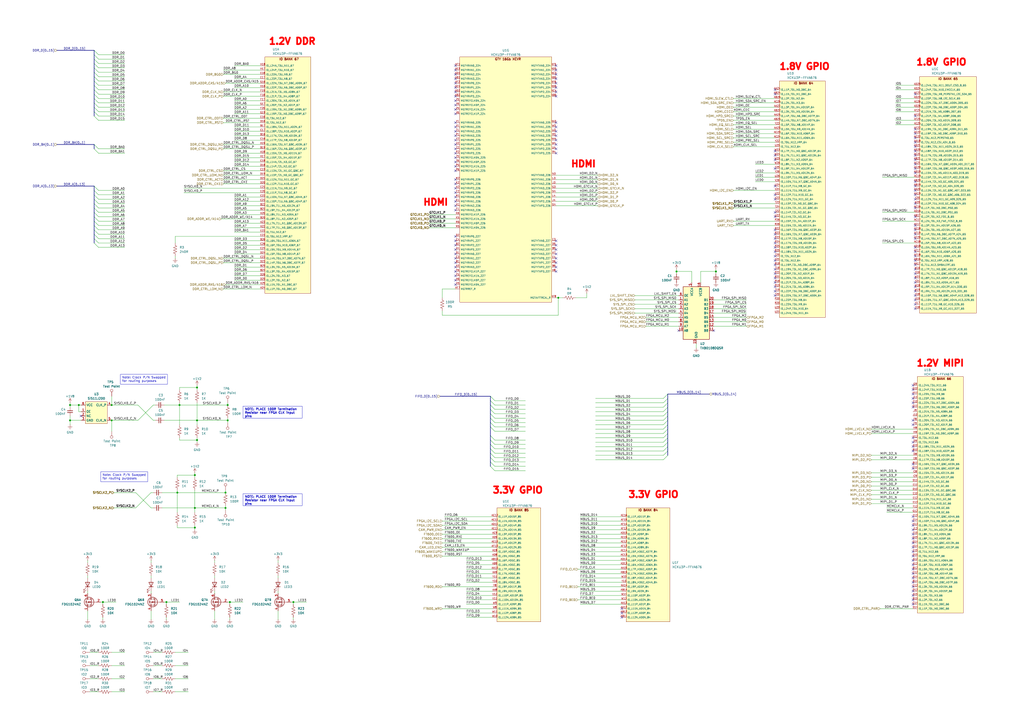
<source format=kicad_sch>
(kicad_sch (version 20231120) (generator "eeschema") (generator_version "8.0")
  (paper "A2")
  (title_block (title "FPGA IO") (date "2024-07-13") (rev "1.0") (company "Drexel University") (comment 1 "Designed by John Hofmeyr"))
  (lib_symbols
    (symbol "Connector:TestPoint" (pin_numbers hide) (pin_names (offset 0.762) hide)
      (property "Reference" "TP" (at 0 6.858 0))
      (property "Value" "TestPoint" (at 0 5.08 0))
      (symbol "TestPoint_1_1"
        (pin passive line (at 0 0 90) (length 2.54) (name "1") (number "1"))
      )
    )
    (symbol "Device:C_Small" (pin_numbers hide) (pin_names (offset 0.254) hide)
      (property "Reference" "C" (at 0.254 1.778 0))
      (property "Value" "C_Small" (at 0.254 -2.032 0))
      (symbol "C_Small_1_1"
        (pin passive line (at 0 2.54 270) (length 2.032) (name "~") (number "1"))
        (pin passive line (at 0 -2.54 90) (length 2.032) (name "~") (number "2"))
      )
    )
    (symbol "Device:LED" (pin_numbers hide) (pin_names (offset 1.016) hide)
      (property "Reference" "D" (at 0 2.54 0))
      (property "Value" "LED" (at 0 -2.54 0))
      (symbol "LED_1_1"
        (pin passive line (at -3.81 0 0) (length 2.54) (name "K") (number "1"))
        (pin passive line (at 3.81 0 180) (length 2.54) (name "A") (number "2"))
      )
    )
    (symbol "Device:R_US" (pin_numbers hide) (pin_names (offset 0))
      (property "Reference" "R" (at 2.54 0 90))
      (property "Value" "R_US" (at -2.54 0 90))
      (symbol "R_US_1_1"
        (pin passive line (at 0 3.81 270) (length 1.27) (name "~") (number "1"))
        (pin passive line (at 0 -3.81 90) (length 1.27) (name "~") (number "2"))
      )
    )
    (symbol "FPGA Module:Si511"
      (property "Reference" "U" (at 6.35 5.08 0))
      (property "Value" "Si511J200" (at 6.35 3.175 0))
      (symbol "Si511_1_1"
        (pin passive line (at -2.54 -3.81 0) (length 2.54) (name "OE") (number "1"))
        (pin passive line (at -2.54 -6.35 0) (length 2.54) (name "NC") (number "2"))
        (pin passive line (at -2.54 -8.89 0) (length 2.54) (name "GND") (number "3"))
        (pin passive line (at 15.24 0 180) (length 2.54) (name "CLK_P") (number "4"))
        (pin passive line (at 15.24 -8.89 180) (length 2.54) (name "CLK_N") (number "5"))
        (pin passive line (at -2.54 0 0) (length 2.54) (name "VCC") (number "6"))
      )
    )
    (symbol "FPGA Module:XCKU3P-FFVA676"
      (property "Reference" "U" (at 12.7 3.81 0))
      (property "Value" "XCKU3P-FFVA676" (at 12.7 1.27 0))
      (symbol "XCKU3P-FFVA676_1_0"
        (pin bidirectional line (at -2.54 -58.42 0) (length 2.54) (name "IO_L15P_T2L_N4_AD11P_67") (number "A17"))
        (pin bidirectional line (at -2.54 -55.88 0) (length 2.54) (name "IO_L15N_T2L_N5_AD11N_67") (number "A18"))
        (pin bidirectional line (at -2.54 -50.8 0) (length 2.54) (name "IO_L16N_T2U_N7_QBC_AD3N_67") (number "A19"))
        (pin bidirectional line (at -2.54 -91.44 0) (length 2.54) (name "IO_L8N_T1L_N3_AD5N_67") (number "A20"))
        (pin bidirectional line (at -2.54 -99.06 0) (length 2.54) (name "IO_L7P_T1L_N0_QBC_AD13P_67") (number "A22"))
        (pin bidirectional line (at -2.54 -96.52 0) (length 2.54) (name "IO_L7N_T1L_N1_QBC_AD13N_67") (number "A23"))
        (pin bidirectional line (at -2.54 -134.62 0) (length 2.54) (name "IO_L1P_T0L_N0_DBC_67") (number "A24"))
        (pin bidirectional line (at -2.54 -132.08 0) (length 2.54) (name "IO_L1N_T0L_N1_DBC_67") (number "A25"))
        (pin bidirectional line (at -2.54 -45.72 0) (length 2.54) (name "IO_L17N_T2U_N9_AD10N_67") (number "B16"))
        (pin bidirectional line (at -2.54 -40.64 0) (length 2.54) (name "IO_L18N_T2U_N11_AD2N_67") (number "B17"))
        (pin bidirectional line (at -2.54 -53.34 0) (length 2.54) (name "IO_L16P_T2U_N6_QBC_AD3P_67") (number "B19"))
        (pin bidirectional line (at -2.54 -93.98 0) (length 2.54) (name "IO_L8P_T1L_N2_AD5P_67") (number "B20"))
        (pin bidirectional line (at -2.54 -88.9 0) (length 2.54) (name "IO_L9P_T1L_N4_AD12P_67") (number "B21"))
        (pin bidirectional line (at -2.54 -86.36 0) (length 2.54) (name "IO_L9N_T1L_N5_AD12N_67") (number "B22"))
        (pin bidirectional line (at -2.54 -124.46 0) (length 2.54) (name "IO_L3P_T0L_N4_AD15P_67") (number "B24"))
        (pin bidirectional line (at -2.54 -121.92 0) (length 2.54) (name "IO_L3N_T0L_N5_AD15N_67") (number "B25"))
        (pin bidirectional line (at -2.54 -106.68 0) (length 2.54) (name "IO_L6N_T0U_N11_AD6N_67") (number "B26"))
        (pin bidirectional line (at -2.54 -48.26 0) (length 2.54) (name "IO_L17P_T2U_N8_AD10P_67") (number "C16"))
        (pin bidirectional line (at -2.54 -43.18 0) (length 2.54) (name "IO_L18P_T2U_N10_AD2P_67") (number "C17"))
        (pin bidirectional line (at -2.54 -60.96 0) (length 2.54) (name "IO_L14N_T2L_N3_GC_67") (number "C18"))
        (pin bidirectional line (at -2.54 -66.04 0) (length 2.54) (name "IO_L13N_T2L_N1_GC_QBC_67") (number "C19"))
        (pin bidirectional line (at -2.54 -83.82 0) (length 2.54) (name "IO_L10P_T1U_N6_QBC_AD4P_67") (number "C21"))
        (pin bidirectional line (at -2.54 -81.28 0) (length 2.54) (name "IO_L10N_T1U_N7_QBC_AD4N_67") (number "C22"))
        (pin bidirectional line (at -2.54 -116.84 0) (length 2.54) (name "IO_L4N_T0U_N7_DBC_AD7N_67") (number "C23"))
        (pin bidirectional line (at -2.54 -111.76 0) (length 2.54) (name "IO_L5N_T0U_N9_AD14N_67") (number "C24"))
        (pin bidirectional line (at -2.54 -109.22 0) (length 2.54) (name "IO_L6P_T0U_N10_AD6P_67") (number "C26"))
        (pin bidirectional line (at -2.54 -38.1 0) (length 2.54) (name "IO_T2U_N12_67") (number "D16"))
        (pin bidirectional line (at -2.54 -63.5 0) (length 2.54) (name "IO_L14P_T2L_N2_GC_67") (number "D18"))
        (pin bidirectional line (at -2.54 -68.58 0) (length 2.54) (name "IO_L13P_T2L_N0_GC_QBC_67") (number "D19"))
        (pin bidirectional line (at -2.54 -73.66 0) (length 2.54) (name "IO_L12P_T1U_N10_GC_67") (number "D20"))
        (pin bidirectional line (at -2.54 -71.12 0) (length 2.54) (name "IO_L12N_T1U_N11_GC_67") (number "D21"))
        (pin bidirectional line (at -2.54 -119.38 0) (length 2.54) (name "IO_L4P_T0U_N6_DBC_AD7P_67") (number "D23"))
        (pin bidirectional line (at -2.54 -114.3 0) (length 2.54) (name "IO_L5P_T0U_N8_AD14P_67") (number "D24"))
        (pin bidirectional line (at -2.54 -129.54 0) (length 2.54) (name "IO_L2P_T0L_N2_67") (number "D25"))
        (pin bidirectional line (at -2.54 -127 0) (length 2.54) (name "IO_L2N_T0L_N3_67") (number "D26"))
        (pin bidirectional line (at -2.54 -35.56 0) (length 2.54) (name "IO_T3U_N12_67") (number "E16"))
        (pin bidirectional line (at -2.54 -12.7 0) (length 2.54) (name "IO_L23P_T3U_N8_67") (number "E17"))
        (pin bidirectional line (at -2.54 -10.16 0) (length 2.54) (name "IO_L23N_T3U_N9_67") (number "E18"))
        (pin bidirectional line (at -2.54 -78.74 0) (length 2.54) (name "IO_L11P_T1U_N8_GC_67") (number "E20"))
        (pin bidirectional line (at -2.54 -76.2 0) (length 2.54) (name "IO_L11N_T1U_N9_GC_67") (number "E21"))
        (pin bidirectional line (at -2.54 -101.6 0) (length 2.54) (name "IO_T1U_N12_67") (number "E22"))
        (pin bidirectional line (at -2.54 -104.14 0) (length 2.54) (name "IO_T0U_N12_VRP_67") (number "E23"))
        (pin bidirectional line (at -2.54 -25.4 0) (length 2.54) (name "IO_L20N_T3L_N3_AD1N_67") (number "F17"))
        (pin bidirectional line (at -2.54 -22.86 0) (length 2.54) (name "IO_L21P_T3L_N4_AD8P_67") (number "F18"))
        (pin bidirectional line (at -2.54 -20.32 0) (length 2.54) (name "IO_L21N_T3L_N5_AD8N_67") (number "F19"))
        (pin bidirectional line (at -2.54 -30.48 0) (length 2.54) (name "IO_L19N_T3L_N1_DBC_AD9N_67") (number "F20"))
        (pin bidirectional line (at -2.54 -15.24 0) (length 2.54) (name "IO_L22N_T3U_N7_DBC_AD0N_67") (number "G16"))
        (pin bidirectional line (at -2.54 -27.94 0) (length 2.54) (name "IO_L20P_T3L_N2_AD1P_67") (number "G17"))
        (pin bidirectional line (at -2.54 -33.02 0) (length 2.54) (name "IO_L19P_T3L_N0_DBC_AD9P_67") (number "G19"))
        (pin bidirectional line (at -2.54 -17.78 0) (length 2.54) (name "IO_L22P_T3U_N6_DBC_AD0P_67") (number "H16"))
        (pin bidirectional line (at -2.54 -7.62 0) (length 2.54) (name "IO_L24P_T3U_N10_67") (number "H17"))
        (pin bidirectional line (at -2.54 -5.08 0) (length 2.54) (name "IO_L24N_T3U_N11_67") (number "H18"))
      )
      (symbol "XCKU3P-FFVA676_1_1"
        (text "IO BANK 67" (at 13.97 -1.27 0) (effects (font (size 1.27 1.27) (bold yes))))
      )
      (symbol "XCKU3P-FFVA676_2_0"
        (pin bidirectional line (at -2.54 -40.64 0) (length 2.54) (name "IO_L18N_T2U_N11_AD2N_66") (number "A10"))
        (pin bidirectional line (at -2.54 -106.68 0) (length 2.54) (name "IO_L6N_T0U_N11_AD6N_66") (number "A12"))
        (pin bidirectional line (at -2.54 -109.22 0) (length 2.54) (name "IO_L6P_T0U_N10_AD6P_66") (number "A13"))
        (pin bidirectional line (at -2.54 -116.84 0) (length 2.54) (name "IO_L4N_T0U_N7_DBC_AD7N_66") (number "A14"))
        (pin bidirectional line (at -2.54 -127 0) (length 2.54) (name "IO_L2N_T0L_N3_66") (number "A15"))
        (pin bidirectional line (at -2.54 -43.18 0) (length 2.54) (name "IO_L18P_T2U_N10_AD2P_66") (number "B10"))
        (pin bidirectional line (at -2.54 -50.8 0) (length 2.54) (name "IO_L16N_T2U_N7_QBC_AD3N_66") (number "B11"))
        (pin bidirectional line (at -2.54 -111.76 0) (length 2.54) (name "IO_L5N_T0U_N9_AD14N_66") (number "B12"))
        (pin bidirectional line (at -2.54 -119.38 0) (length 2.54) (name "IO_L4P_T0U_N6_DBC_AD7P_66") (number "B14"))
        (pin bidirectional line (at -2.54 -129.54 0) (length 2.54) (name "IO_L2P_T0L_N2_66") (number "B15"))
        (pin bidirectional line (at -2.54 -53.34 0) (length 2.54) (name "IO_L16P_T2U_N6_QBC_AD3P_66") (number "C11"))
        (pin bidirectional line (at -2.54 -114.3 0) (length 2.54) (name "IO_L5P_T0U_N8_AD14P_66") (number "C12"))
        (pin bidirectional line (at -2.54 -121.92 0) (length 2.54) (name "IO_L3N_T0L_N5_AD15N_66") (number "C13"))
        (pin bidirectional line (at -2.54 -132.08 0) (length 2.54) (name "IO_L1N_T0L_N1_DBC_66") (number "C14"))
        (pin bidirectional line (at -2.54 -55.88 0) (length 2.54) (name "IO_L15N_T2L_N5_AD11N_66") (number "C8"))
        (pin bidirectional line (at -2.54 -58.42 0) (length 2.54) (name "IO_L15P_T2L_N4_AD11P_66") (number "C9"))
        (pin bidirectional line (at -2.54 -66.04 0) (length 2.54) (name "IO_L13N_T2L_N1_GC_QBC_66") (number "D10"))
        (pin bidirectional line (at -2.54 -60.96 0) (length 2.54) (name "IO_L14N_T2L_N3_GC_66") (number "D11"))
        (pin bidirectional line (at -2.54 -124.46 0) (length 2.54) (name "IO_L3P_T0L_N4_AD15P_66") (number "D13"))
        (pin bidirectional line (at -2.54 -134.62 0) (length 2.54) (name "IO_L1P_T0L_N0_DBC_66") (number "D14"))
        (pin bidirectional line (at -2.54 -104.14 0) (length 2.54) (name "IO_T0U_N12_VRP_66") (number "D15"))
        (pin bidirectional line (at -2.54 -45.72 0) (length 2.54) (name "IO_L17N_T2U_N9_AD10N_66") (number "D8"))
        (pin bidirectional line (at -2.54 -38.1 0) (length 2.54) (name "IO_T2U_N12_66") (number "D9"))
        (pin bidirectional line (at -2.54 -68.58 0) (length 2.54) (name "IO_L13P_T2L_N0_GC_QBC_66") (number "E10"))
        (pin bidirectional line (at -2.54 -63.5 0) (length 2.54) (name "IO_L14P_T2L_N2_GC_66") (number "E11"))
        (pin bidirectional line (at -2.54 -71.12 0) (length 2.54) (name "IO_L12N_T1U_N11_GC_66") (number "E12"))
        (pin bidirectional line (at -2.54 -73.66 0) (length 2.54) (name "IO_L12P_T1U_N10_GC_66") (number "E13"))
        (pin bidirectional line (at -2.54 -101.6 0) (length 2.54) (name "IO_T1U_N12_66") (number "E15"))
        (pin bidirectional line (at -2.54 -48.26 0) (length 2.54) (name "IO_L17P_T2U_N8_AD10P_66") (number "E8"))
        (pin bidirectional line (at -2.54 -15.24 0) (length 2.54) (name "IO_L22N_T3U_N7_DBC_AD0N_66") (number "F10"))
        (pin bidirectional line (at -2.54 -76.2 0) (length 2.54) (name "IO_L11N_T1U_N9_GC_66") (number "F12"))
        (pin bidirectional line (at -2.54 -81.28 0) (length 2.54) (name "IO_L10N_T1U_N7_QBC_AD4N_66") (number "F13"))
        (pin bidirectional line (at -2.54 -83.82 0) (length 2.54) (name "IO_L10P_T1U_N6_QBC_AD4P_66") (number "F14"))
        (pin bidirectional line (at -2.54 -91.44 0) (length 2.54) (name "IO_L8N_T1L_N3_AD5N_66") (number "F15"))
        (pin bidirectional line (at -2.54 -25.4 0) (length 2.54) (name "IO_L20N_T3L_N3_AD1N_66") (number "F8"))
        (pin bidirectional line (at -2.54 -27.94 0) (length 2.54) (name "IO_L20P_T3L_N2_AD1P_66") (number "F9"))
        (pin bidirectional line (at -2.54 -7.62 0) (length 2.54) (name "IO_L24P_T3U_N10_66") (number "G10"))
        (pin bidirectional line (at -2.54 -17.78 0) (length 2.54) (name "IO_L22P_T3U_N6_DBC_AD0P_66") (number "G11"))
        (pin bidirectional line (at -2.54 -78.74 0) (length 2.54) (name "IO_L11P_T1U_N8_GC_66") (number "G12"))
        (pin bidirectional line (at -2.54 -96.52 0) (length 2.54) (name "IO_L7N_T1L_N1_QBC_AD13N_66") (number "G14"))
        (pin bidirectional line (at -2.54 -93.98 0) (length 2.54) (name "IO_L8P_T1L_N2_AD5P_66") (number "G15"))
        (pin bidirectional line (at -2.54 -5.08 0) (length 2.54) (name "IO_L24N_T3U_N11_66") (number "G9"))
        (pin bidirectional line (at -2.54 -10.16 0) (length 2.54) (name "IO_L23N_T3U_N9_66") (number "H11"))
        (pin bidirectional line (at -2.54 -35.56 0) (length 2.54) (name "IO_T3U_N12_66") (number "H12"))
        (pin bidirectional line (at -2.54 -86.36 0) (length 2.54) (name "IO_L9N_T1L_N5_AD12N_66") (number "H13"))
        (pin bidirectional line (at -2.54 -99.06 0) (length 2.54) (name "IO_L7P_T1L_N0_QBC_AD13P_66") (number "H14"))
        (pin bidirectional line (at -2.54 -30.48 0) (length 2.54) (name "IO_L19N_T3L_N1_DBC_AD9N_66") (number "H8"))
        (pin bidirectional line (at -2.54 -33.02 0) (length 2.54) (name "IO_L19P_T3L_N0_DBC_AD9P_66") (number "H9"))
        (pin bidirectional line (at -2.54 -22.86 0) (length 2.54) (name "IO_L21P_T3L_N4_AD8P_66") (number "J10"))
        (pin bidirectional line (at -2.54 -12.7 0) (length 2.54) (name "IO_L23P_T3U_N8_66") (number "J11"))
        (pin bidirectional line (at -2.54 -88.9 0) (length 2.54) (name "IO_L9P_T1L_N4_AD12P_66") (number "J13"))
        (pin bidirectional line (at -2.54 -20.32 0) (length 2.54) (name "IO_L21N_T3L_N5_AD8N_66") (number "J9"))
      )
      (symbol "XCKU3P-FFVA676_2_1"
        (text "IO BANK 66\n" (at 13.97 -1.27 0) (effects (font (size 1.27 1.27) (bold yes))))
      )
      (symbol "XCKU3P-FFVA676_3_0"
        (pin bidirectional line (at -2.54 -109.22 0) (length 2.54) (name "IO_T1U_N12_SMBALERT_65") (number "AA17"))
        (pin bidirectional line (at -2.54 -38.1 0) (length 2.54) (name "IO_T2U_N12_CSI_ADV_B_65") (number "AA18"))
        (pin bidirectional line (at -2.54 -68.58 0) (length 2.54) (name "IO_L13P_T2L_N0_GC_QBC_A06_D22_65") (number "AA19"))
        (pin bidirectional line (at -2.54 -66.04 0) (length 2.54) (name "IO_L13N_T2L_N1_GC_QBC_A07_D23_65") (number "AA20"))
        (pin bidirectional line (at -2.54 -106.68 0) (length 2.54) (name "IO_T0U_N12_VRP_A28_65") (number "AB16"))
        (pin bidirectional line (at -2.54 -81.28 0) (length 2.54) (name "IO_L2P_T0L_N2_FOE_B_65") (number "AB17"))
        (pin bidirectional line (at -2.54 -63.5 0) (length 2.54) (name "IO_L14P_T2L_N2_GC_A04_D20_65") (number "AB19"))
        (pin bidirectional line (at -2.54 -60.96 0) (length 2.54) (name "IO_L14N_T2L_N3_GC_A05_D21_65") (number "AB20"))
        (pin bidirectional line (at -2.54 -48.26 0) (length 2.54) (name "IO_L17P_T2U_N8_AD10P_D14_65") (number "AB21"))
        (pin bidirectional line (at -2.54 -76.2 0) (length 2.54) (name "IO_L1P_T0L_N0_DBC_RS0_65") (number "AC16"))
        (pin bidirectional line (at -2.54 -83.82 0) (length 2.54) (name "IO_L2N_T0L_N3_FWE_FCS2_B_65") (number "AC17"))
        (pin bidirectional line (at -2.54 -96.52 0) (length 2.54) (name "IO_L5P_T0U_N8_AD14P_A22_65") (number "AC18"))
        (pin bidirectional line (at -2.54 -58.42 0) (length 2.54) (name "IO_L15P_T2L_N4_AD11P_A02_D18_65") (number "AC19"))
        (pin bidirectional line (at -2.54 -45.72 0) (length 2.54) (name "IO_L17N_T2U_N9_AD10N_D15_65") (number "AC21"))
        (pin bidirectional line (at -2.54 -35.56 0) (length 2.54) (name "IO_T3U_N12_PERSTN0_65") (number "AC22"))
        (pin bidirectional line (at -2.54 -78.74 0) (length 2.54) (name "IO_L1N_T0L_N1_DBC_RS1_65") (number "AD16"))
        (pin bidirectional line (at -2.54 -99.06 0) (length 2.54) (name "IO_L5N_T0U_N9_AD14N_A23_65") (number "AD18"))
        (pin bidirectional line (at -2.54 -55.88 0) (length 2.54) (name "IO_L15N_T2L_N5_AD11N_A03_D19_65") (number "AD19"))
        (pin bidirectional line (at -2.54 -43.18 0) (length 2.54) (name "IO_L18P_T2U_N10_AD2P_D12_65") (number "AD20"))
        (pin bidirectional line (at -2.54 -40.64 0) (length 2.54) (name "IO_L18N_T2U_N11_AD2N_D13_65") (number "AD21"))
        (pin bidirectional line (at -2.54 -12.7 0) (length 2.54) (name "IO_L23P_T3U_N8_I2C_SCLK_65") (number "AD23"))
        (pin bidirectional line (at -2.54 -7.62 0) (length 2.54) (name "IO_L24P_T3U_N10_EMCCLK_65") (number "AD24"))
        (pin bidirectional line (at -2.54 -5.08 0) (length 2.54) (name "IO_L24N_T3U_N11_DOUT_CSO_B_65") (number "AD25"))
        (pin bidirectional line (at -2.54 -17.78 0) (length 2.54) (name "IO_L22P_T3U_N6_DBC_AD0P_D04_65") (number "AD26"))
        (pin bidirectional line (at -2.54 -86.36 0) (length 2.54) (name "IO_L3P_T0L_N4_AD15P_A26_65") (number "AE17"))
        (pin bidirectional line (at -2.54 -88.9 0) (length 2.54) (name "IO_L3N_T0L_N5_AD15N_A27_65") (number "AE18"))
        (pin bidirectional line (at -2.54 -53.34 0) (length 2.54) (name "IO_L16P_T2U_N6_QBC_AD3P_A00_D16_65") (number "AE20"))
        (pin bidirectional line (at -2.54 -50.8 0) (length 2.54) (name "IO_L16N_T2U_N7_QBC_AD3N_A01_D17_65") (number "AE21"))
        (pin bidirectional line (at -2.54 -33.02 0) (length 2.54) (name "IO_L19P_T3L_N0_DBC_AD9P_D10_65") (number "AE22"))
        (pin bidirectional line (at -2.54 -10.16 0) (length 2.54) (name "IO_L23N_T3U_N9_PERSTN1_I2C_SDA_65") (number "AE23"))
        (pin bidirectional line (at -2.54 -27.94 0) (length 2.54) (name "IO_L20P_T3L_N2_AD1P_D08_65") (number "AE25"))
        (pin bidirectional line (at -2.54 -15.24 0) (length 2.54) (name "IO_L22N_T3U_N7_DBC_AD0N_D05_65") (number "AE26"))
        (pin bidirectional line (at -2.54 -101.6 0) (length 2.54) (name "IO_L6P_T0U_N10_AD6P_A20_65") (number "AF17"))
        (pin bidirectional line (at -2.54 -104.14 0) (length 2.54) (name "IO_L6N_T0U_N11_AD6N_A21_65") (number "AF18"))
        (pin bidirectional line (at -2.54 -91.44 0) (length 2.54) (name "IO_L4P_T0U_N6_DBC_AD7P_A24_65") (number "AF19"))
        (pin bidirectional line (at -2.54 -93.98 0) (length 2.54) (name "IO_L4N_T0U_N7_DBC_AD7N_A25_65") (number "AF20"))
        (pin bidirectional line (at -2.54 -30.48 0) (length 2.54) (name "IO_L19N_T3L_N1_DBC_AD9N_D11_65") (number "AF22"))
        (pin bidirectional line (at -2.54 -22.86 0) (length 2.54) (name "IO_L21P_T3L_N4_AD8P_D06_65") (number "AF23"))
        (pin bidirectional line (at -2.54 -20.32 0) (length 2.54) (name "IO_L21N_T3L_N5_AD8N_D07_65") (number "AF24"))
        (pin bidirectional line (at -2.54 -25.4 0) (length 2.54) (name "IO_L20N_T3L_N3_AD1N_D09_65") (number "AF25"))
        (pin bidirectional line (at -2.54 -127 0) (length 2.54) (name "IO_L10P_T1U_N6_QBC_AD4P_A12_D28_65") (number "V18"))
        (pin bidirectional line (at -2.54 -129.54 0) (length 2.54) (name "IO_L10N_T1U_N7_QBC_AD4N_A13_D29_65") (number "V19"))
        (pin bidirectional line (at -2.54 -111.76 0) (length 2.54) (name "IO_L7P_T1L_N0_QBC_AD13P_A18_65") (number "W16"))
        (pin bidirectional line (at -2.54 -121.92 0) (length 2.54) (name "IO_L9P_T1L_N4_AD12P_A14_D30_65") (number "W18"))
        (pin bidirectional line (at -2.54 -124.46 0) (length 2.54) (name "IO_L9N_T1L_N5_AD12N_A15_D31_65") (number "W19"))
        (pin bidirectional line (at -2.54 -73.66 0) (length 2.54) (name "IO_L12P_T1U_N10_GC_A08_D24_65") (number "W20"))
        (pin bidirectional line (at -2.54 -116.84 0) (length 2.54) (name "IO_L8P_T1L_N2_AD5P_A16_65") (number "W21"))
        (pin bidirectional line (at -2.54 -114.3 0) (length 2.54) (name "IO_L7N_T1L_N1_QBC_AD13N_A19_65") (number "Y16"))
        (pin bidirectional line (at -2.54 -132.08 0) (length 2.54) (name "IO_L11P_T1U_N8_GC_A10_D26_65") (number "Y17"))
        (pin bidirectional line (at -2.54 -134.62 0) (length 2.54) (name "IO_L11N_T1U_N9_GC_A11_D27_65") (number "Y18"))
        (pin bidirectional line (at -2.54 -71.12 0) (length 2.54) (name "IO_L12N_T1U_N11_GC_A09_D25_65") (number "Y20"))
        (pin bidirectional line (at -2.54 -119.38 0) (length 2.54) (name "IO_L8N_T1L_N3_AD5N_A17_65") (number "Y21"))
      )
      (symbol "XCKU3P-FFVA676_3_1"
        (text "IO BANK 65\n" (at 16.51 -1.27 0) (effects (font (size 1.27 1.27) (bold yes))))
      )
      (symbol "XCKU3P-FFVA676_4_0"
        (pin bidirectional line (at -2.54 -15.24 0) (length 2.54) (name "IO_L3P_T0L_N4_AD15P_64") (number "AA22"))
        (pin bidirectional line (at -2.54 -27.94 0) (length 2.54) (name "IO_L5N_T0U_N9_AD14N_64") (number "AA23"))
        (pin bidirectional line (at -2.54 -5.08 0) (length 2.54) (name "IO_L1P_T0L_N0_DBC_64") (number "AA24"))
        (pin bidirectional line (at -2.54 -20.32 0) (length 2.54) (name "IO_L4P_T0U_N6_DBC_AD7P_64") (number "AA25"))
        (pin bidirectional line (at -2.54 -17.78 0) (length 2.54) (name "IO_L3N_T0L_N5_AD15N_64") (number "AB22"))
        (pin bidirectional line (at -2.54 -7.62 0) (length 2.54) (name "IO_L1N_T0L_N1_DBC_64") (number "AB24"))
        (pin bidirectional line (at -2.54 -22.86 0) (length 2.54) (name "IO_L4N_T0U_N7_DBC_AD7N_64") (number "AB25"))
        (pin bidirectional line (at -2.54 -10.16 0) (length 2.54) (name "IO_L2P_T0L_N2_64") (number "AB26"))
        (pin bidirectional line (at -2.54 -30.48 0) (length 2.54) (name "IO_L6P_T0U_N10_AD6P_64") (number "AC23"))
        (pin bidirectional line (at -2.54 -33.02 0) (length 2.54) (name "IO_L6N_T0U_N11_AD6N_64") (number "AC24"))
        (pin bidirectional line (at -2.54 -12.7 0) (length 2.54) (name "IO_L2N_T0L_N3_64") (number "AC26"))
        (pin bidirectional line (at -2.54 -116.84 0) (length 2.54) (name "IO_L21P_T3L_N4_AD8P_64") (number "P18"))
        (pin bidirectional line (at -2.54 -119.38 0) (length 2.54) (name "IO_L21N_T3L_N5_AD8N_64") (number "P19"))
        (pin bidirectional line (at -2.54 -127 0) (length 2.54) (name "IO_L23P_T3U_N8_64") (number "P20"))
        (pin bidirectional line (at -2.54 -111.76 0) (length 2.54) (name "IO_L20P_T3L_N2_AD1P_64") (number "P21"))
        (pin bidirectional line (at -2.54 -91.44 0) (length 2.54) (name "IO_L17P_T2U_N8_AD10P_64") (number "P23"))
        (pin bidirectional line (at -2.54 -93.98 0) (length 2.54) (name "IO_L17N_T2U_N9_AD10N_64") (number "P24"))
        (pin bidirectional line (at -2.54 -96.52 0) (length 2.54) (name "IO_L18P_T2U_N10_AD2P_64") (number "P25"))
        (pin bidirectional line (at -2.54 -81.28 0) (length 2.54) (name "IO_L15P_T2L_N4_AD11P_64") (number "P26"))
        (pin bidirectional line (at -2.54 -106.68 0) (length 2.54) (name "IO_L19P_T3L_N0_DBC_AD9P_64") (number "R18"))
        (pin bidirectional line (at -2.54 -129.54 0) (length 2.54) (name "IO_L23N_T3U_N9_64") (number "R20"))
        (pin bidirectional line (at -2.54 -114.3 0) (length 2.54) (name "IO_L20N_T3L_N3_AD1N_64") (number "R21"))
        (pin bidirectional line (at -2.54 -86.36 0) (length 2.54) (name "IO_L16P_T2U_N6_QBC_AD3P_64") (number "R22"))
        (pin bidirectional line (at -2.54 -88.9 0) (length 2.54) (name "IO_L16N_T2U_N7_QBC_AD3N_64") (number "R23"))
        (pin bidirectional line (at -2.54 -99.06 0) (length 2.54) (name "IO_L18N_T2U_N11_AD2N_64") (number "R25"))
        (pin bidirectional line (at -2.54 -83.82 0) (length 2.54) (name "IO_L15N_T2L_N5_AD11N_64") (number "R26"))
        (pin bidirectional line (at -2.54 -109.22 0) (length 2.54) (name "IO_L19N_T3L_N1_DBC_AD9N_64") (number "T18"))
        (pin bidirectional line (at -2.54 -121.92 0) (length 2.54) (name "IO_L22P_T3U_N6_DBC_AD0P_64") (number "T19"))
        (pin bidirectional line (at -2.54 -124.46 0) (length 2.54) (name "IO_L22N_T3U_N7_DBC_AD0N_64") (number "T20"))
        (pin bidirectional line (at -2.54 -76.2 0) (length 2.54) (name "IO_L14P_T2L_N2_GC_64") (number "T22"))
        (pin bidirectional line (at -2.54 -71.12 0) (length 2.54) (name "IO_L13P_T2L_N0_GC_QBC_64") (number "T23"))
        (pin bidirectional line (at -2.54 -73.66 0) (length 2.54) (name "IO_L13N_T2L_N1_GC_QBC_64") (number "T24"))
        (pin bidirectional line (at -2.54 -101.6 0) (length 2.54) (name "IO_T2U_N12_64") (number "T25"))
        (pin bidirectional line (at -2.54 -132.08 0) (length 2.54) (name "IO_L24P_T3U_N10_64") (number "U20"))
        (pin bidirectional line (at -2.54 -134.62 0) (length 2.54) (name "IO_L24N_T3U_N11_64") (number "U21"))
        (pin bidirectional line (at -2.54 -78.74 0) (length 2.54) (name "IO_L14N_T2L_N3_GC_64") (number "U22"))
        (pin bidirectional line (at -2.54 -60.96 0) (length 2.54) (name "IO_L11P_T1U_N8_GC_64") (number "U24"))
        (pin bidirectional line (at -2.54 -38.1 0) (length 2.54) (name "IO_T1U_N12_64") (number "U25"))
        (pin bidirectional line (at -2.54 -55.88 0) (length 2.54) (name "IO_L10P_T1U_N6_QBC_AD4P_64") (number "U26"))
        (pin bidirectional line (at -2.54 -104.14 0) (length 2.54) (name "IO_T3U_N12_64") (number "V21"))
        (pin bidirectional line (at -2.54 -66.04 0) (length 2.54) (name "IO_L12P_T1U_N10_GC_64") (number "V22"))
        (pin bidirectional line (at -2.54 -68.58 0) (length 2.54) (name "IO_L12N_T1U_N11_GC_64") (number "V23"))
        (pin bidirectional line (at -2.54 -63.5 0) (length 2.54) (name "IO_L11N_T1U_N9_GC_64") (number "V24"))
        (pin bidirectional line (at -2.54 -58.42 0) (length 2.54) (name "IO_L10N_T1U_N7_QBC_AD4N_64") (number "V26"))
        (pin bidirectional line (at -2.54 -40.64 0) (length 2.54) (name "IO_L7P_T1L_N0_QBC_AD13P_64") (number "W23"))
        (pin bidirectional line (at -2.54 -43.18 0) (length 2.54) (name "IO_L7N_T1L_N1_QBC_AD13N_64") (number "W24"))
        (pin bidirectional line (at -2.54 -45.72 0) (length 2.54) (name "IO_L8P_T1L_N2_AD5P_64") (number "W25"))
        (pin bidirectional line (at -2.54 -48.26 0) (length 2.54) (name "IO_L8N_T1L_N3_AD5N_64") (number "W26"))
        (pin bidirectional line (at -2.54 -35.56 0) (length 2.54) (name "IO_T0U_N12_VRP_64") (number "Y22"))
        (pin bidirectional line (at -2.54 -25.4 0) (length 2.54) (name "IO_L5P_T0U_N8_AD14P_64") (number "Y23"))
        (pin bidirectional line (at -2.54 -50.8 0) (length 2.54) (name "IO_L9P_T1L_N4_AD12P_64") (number "Y25"))
        (pin bidirectional line (at -2.54 -53.34 0) (length 2.54) (name "IO_L9N_T1L_N5_AD12N_64") (number "Y26"))
      )
      (symbol "XCKU3P-FFVA676_4_1"
        (text "IO BANK 64\n" (at 13.97 -1.27 0) (effects (font (size 1.27 1.27) (bold yes))))
      )
      (symbol "XCKU3P-FFVA676_5_0"
        (pin bidirectional line (at -2.54 -35.56 0) (length 2.54) (name "IO_L7P_HDGC_85") (number "AA10"))
        (pin bidirectional line (at -2.54 -48.26 0) (length 2.54) (name "IO_L9N_AD11N_85") (number "AA8"))
        (pin bidirectional line (at -2.54 -38.1 0) (length 2.54) (name "IO_L7N_HDGC_85") (number "AA9"))
        (pin bidirectional line (at -2.54 -30.48 0) (length 2.54) (name "IO_L6P_HDGC_85") (number "AB10"))
        (pin bidirectional line (at -2.54 -33.02 0) (length 2.54) (name "IO_L6N_HDGC_85") (number "AB9"))
        (pin bidirectional line (at -2.54 -7.62 0) (length 2.54) (name "IO_L1N_AD15N_85") (number "AC11"))
        (pin bidirectional line (at -2.54 -5.08 0) (length 2.54) (name "IO_L1P_AD15P_85") (number "AC12"))
        (pin bidirectional line (at -2.54 -25.4 0) (length 2.54) (name "IO_L5P_HDGC_85") (number "AC8"))
        (pin bidirectional line (at -2.54 -15.24 0) (length 2.54) (name "IO_L3P_AD13P_85") (number "AC9"))
        (pin bidirectional line (at -2.54 -10.16 0) (length 2.54) (name "IO_L2P_AD14P_85") (number "AD11"))
        (pin bidirectional line (at -2.54 -27.94 0) (length 2.54) (name "IO_L5N_HDGC_85") (number "AD8"))
        (pin bidirectional line (at -2.54 -17.78 0) (length 2.54) (name "IO_L3N_AD13N_85") (number "AD9"))
        (pin bidirectional line (at -2.54 -20.32 0) (length 2.54) (name "IO_L4P_AD12P_85") (number "AE10"))
        (pin bidirectional line (at -2.54 -12.7 0) (length 2.54) (name "IO_L2N_AD14N_85") (number "AE11"))
        (pin bidirectional line (at -2.54 -22.86 0) (length 2.54) (name "IO_L4N_AD12N_85") (number "AF10"))
        (pin bidirectional line (at -2.54 -53.34 0) (length 2.54) (name "IO_L10N_AD10N_85") (number "V11"))
        (pin bidirectional line (at -2.54 -50.8 0) (length 2.54) (name "IO_L10P_AD10P_85") (number "V12"))
        (pin bidirectional line (at -2.54 -63.5 0) (length 2.54) (name "IO_L12N_AD8N_85") (number "W10"))
        (pin bidirectional line (at -2.54 -60.96 0) (length 2.54) (name "IO_L12P_AD8P_85") (number "W11"))
        (pin bidirectional line (at -2.54 -58.42 0) (length 2.54) (name "IO_L11N_AD9N_85") (number "W8"))
        (pin bidirectional line (at -2.54 -55.88 0) (length 2.54) (name "IO_L11P_AD9P_85") (number "W9"))
        (pin bidirectional line (at -2.54 -43.18 0) (length 2.54) (name "IO_L8N_HDGC_85") (number "Y10"))
        (pin bidirectional line (at -2.54 -40.64 0) (length 2.54) (name "IO_L8P_HDGC_85") (number "Y11"))
        (pin bidirectional line (at -2.54 -45.72 0) (length 2.54) (name "IO_L9P_AD11P_85") (number "Y8"))
      )
      (symbol "XCKU3P-FFVA676_5_1"
        (text "IO BANK 85" (at 12.7 -1.27 0) (effects (font (size 1.27 1.27) (bold yes))))
      )
      (symbol "XCKU3P-FFVA676_6_0"
        (pin bidirectional line (at -2.54 -58.42 0) (length 2.54) (name "IO_L11N_AD1N_84") (number "AA12"))
        (pin bidirectional line (at -2.54 -55.88 0) (length 2.54) (name "IO_L11P_AD1P_84") (number "AA13"))
        (pin bidirectional line (at -2.54 -45.72 0) (length 2.54) (name "IO_L9P_AD3P_84") (number "AA14"))
        (pin bidirectional line (at -2.54 -35.56 0) (length 2.54) (name "IO_L7P_HDGC_AD5P_84") (number "AA15"))
        (pin bidirectional line (at -2.54 -63.5 0) (length 2.54) (name "IO_L12N_AD0N_84") (number "AB11"))
        (pin bidirectional line (at -2.54 -60.96 0) (length 2.54) (name "IO_L12P_AD0P_84") (number "AB12"))
        (pin bidirectional line (at -2.54 -48.26 0) (length 2.54) (name "IO_L9N_AD3N_84") (number "AB14"))
        (pin bidirectional line (at -2.54 -38.1 0) (length 2.54) (name "IO_L7N_HDGC_AD5N_84") (number "AB15"))
        (pin bidirectional line (at -2.54 -27.94 0) (length 2.54) (name "IO_L5N_HDGC_AD7N_84") (number "AC13"))
        (pin bidirectional line (at -2.54 -25.4 0) (length 2.54) (name "IO_L5P_HDGC_AD7P_84") (number "AC14"))
        (pin bidirectional line (at -2.54 -33.02 0) (length 2.54) (name "IO_L6N_HDGC_AD6N_84") (number "AD13"))
        (pin bidirectional line (at -2.54 -30.48 0) (length 2.54) (name "IO_L6P_HDGC_AD6P_84") (number "AD14"))
        (pin bidirectional line (at -2.54 -15.24 0) (length 2.54) (name "IO_L3P_AD9P_84") (number "AD15"))
        (pin bidirectional line (at -2.54 -20.32 0) (length 2.54) (name "IO_L4P_AD8P_84") (number "AE12"))
        (pin bidirectional line (at -2.54 -17.78 0) (length 2.54) (name "IO_L3N_AD9N_84") (number "AE15"))
        (pin bidirectional line (at -2.54 -5.08 0) (length 2.54) (name "IO_L1P_AD11P_84") (number "AE16"))
        (pin bidirectional line (at -2.54 -22.86 0) (length 2.54) (name "IO_L4N_AD8N_84") (number "AF12"))
        (pin bidirectional line (at -2.54 -12.7 0) (length 2.54) (name "IO_L2N_AD10N_84") (number "AF13"))
        (pin bidirectional line (at -2.54 -10.16 0) (length 2.54) (name "IO_L2P_AD10P_84") (number "AF14"))
        (pin bidirectional line (at -2.54 -7.62 0) (length 2.54) (name "IO_L1N_AD11N_84") (number "AF15"))
        (pin bidirectional line (at -2.54 -53.34 0) (length 2.54) (name "IO_L10N_AD2N_84") (number "W13"))
        (pin bidirectional line (at -2.54 -50.8 0) (length 2.54) (name "IO_L10P_AD2P_84") (number "W14"))
        (pin bidirectional line (at -2.54 -40.64 0) (length 2.54) (name "IO_L8P_HDGC_AD4P_84") (number "W15"))
        (pin bidirectional line (at -2.54 -43.18 0) (length 2.54) (name "IO_L8N_HDGC_AD4N_84") (number "Y15"))
      )
      (symbol "XCKU3P-FFVA676_6_1"
        (text "IO BANK 84" (at 12.7 -1.27 0) (effects (font (size 1.27 1.27) (bold yes))))
      )
      (symbol "XCKU3P-FFVA676_7_0"
        (pin input line (at -2.54 -121.92 0) (length 2.54) (name "MGTYRXN3_227") (number "A3"))
        (pin input line (at -2.54 -111.76 0) (length 2.54) (name "MGTYRXP3_227") (number "A4"))
        (pin output line (at 55.88 -114.3 180) (length 2.54) (name "MGTYTXN3_227") (number "A7"))
        (pin output line (at 55.88 -124.46 180) (length 2.54) (name "MGTYTXP3_227") (number "A8"))
        (pin output line (at 55.88 -38.1 180) (length 2.54) (name "MGTYTXN0_225") (number "AA3"))
        (pin output line (at 55.88 -48.26 180) (length 2.54) (name "MGTYTXP0_225") (number "AA4"))
        (pin input line (at -2.54 -12.7 0) (length 2.54) (name "MGTYRXN3_224") (number "AB1"))
        (pin input line (at -2.54 -22.86 0) (length 2.54) (name "MGTYRXP3_224") (number "AB2"))
        (pin output line (at 55.88 -12.7 180) (length 2.54) (name "MGTYTXN3_224") (number "AB5"))
        (pin output line (at 55.88 -22.86 180) (length 2.54) (name "MGTYTXP3_224") (number "AB6"))
        (pin output line (at 55.88 -10.16 180) (length 2.54) (name "MGTYTXN2_224") (number "AC3"))
        (pin output line (at 55.88 -20.32 180) (length 2.54) (name "MGTYTXP2_224") (number "AC4"))
        (pin input line (at -2.54 -10.16 0) (length 2.54) (name "MGTYRXN2_224") (number "AD1"))
        (pin input line (at -2.54 -20.32 0) (length 2.54) (name "MGTYRXP2_224") (number "AD2"))
        (pin output line (at 55.88 -7.62 180) (length 2.54) (name "MGTYTXN1_224") (number "AD5"))
        (pin output line (at 55.88 -17.78 180) (length 2.54) (name "MGTYTXP1_224") (number "AD6"))
        (pin input line (at -2.54 -7.62 0) (length 2.54) (name "MGTYRXN1_224") (number "AE3"))
        (pin input line (at -2.54 -17.78 0) (length 2.54) (name "MGTYRXP1_224") (number "AE4"))
        (pin input line (at -2.54 -5.08 0) (length 2.54) (name "MGTYRXN0_224") (number "AF1"))
        (pin input line (at -2.54 -15.24 0) (length 2.54) (name "MGTYRXP0_224") (number "AF2"))
        (pin output line (at 55.88 -5.08 180) (length 2.54) (name "MGTYTXN0_224") (number "AF5"))
        (pin output line (at 55.88 -15.24 180) (length 2.54) (name "MGTYTXP0_224") (number "AF6"))
        (pin input line (at -2.54 -134.62 0) (length 2.54) (name "MGTRREF_R") (number "AF7"))
        (pin bidirectional line (at 55.88 -139.7 180) (length 2.54) (name "MGTAVTTRCAL_R") (number "AF8"))
        (pin input line (at -2.54 -119.38 0) (length 2.54) (name "MGTYRXN2_227") (number "B1"))
        (pin input line (at -2.54 -109.22 0) (length 2.54) (name "MGTYRXP2_227") (number "B2"))
        (pin output line (at 55.88 -111.76 180) (length 2.54) (name "MGTYTXN2_227") (number "B5"))
        (pin output line (at 55.88 -121.92 180) (length 2.54) (name "MGTYTXP2_227") (number "B6"))
        (pin input line (at -2.54 -116.84 0) (length 2.54) (name "MGTYRXN1_227") (number "C3"))
        (pin input line (at -2.54 -106.68 0) (length 2.54) (name "MGTYRXP1_227") (number "C4"))
        (pin input line (at -2.54 -114.3 0) (length 2.54) (name "MGTYRXN0_227") (number "D1"))
        (pin input line (at -2.54 -104.14 0) (length 2.54) (name "MGTYRXP0_227") (number "D2"))
        (pin output line (at 55.88 -109.22 180) (length 2.54) (name "MGTYTXN1_227") (number "D5"))
        (pin output line (at 55.88 -119.38 180) (length 2.54) (name "MGTYTXP1_227") (number "D6"))
        (pin output line (at 55.88 -106.68 180) (length 2.54) (name "MGTYTXN0_227") (number "E3"))
        (pin output line (at 55.88 -116.84 180) (length 2.54) (name "MGTYTXP0_227") (number "E4"))
        (pin input line (at -2.54 -88.9 0) (length 2.54) (name "MGTYRXN3_226") (number "F1"))
        (pin input line (at -2.54 -78.74 0) (length 2.54) (name "MGTYRXP3_226") (number "F2"))
        (pin input line (at -2.54 -127 0) (length 2.54) (name "MGTREFCLK1N_227") (number "F5"))
        (pin input line (at -2.54 -124.46 0) (length 2.54) (name "MGTREFCLK1P_227") (number "F6"))
        (pin output line (at 55.88 -76.2 180) (length 2.54) (name "MGTYTXN3_226") (number "G3"))
        (pin output line (at 55.88 -86.36 180) (length 2.54) (name "MGTYTXP3_226") (number "G4"))
        (pin input line (at -2.54 -86.36 0) (length 2.54) (name "MGTYRXN2_226") (number "H1"))
        (pin input line (at -2.54 -76.2 0) (length 2.54) (name "MGTYRXP2_226") (number "H2"))
        (pin input line (at -2.54 -132.08 0) (length 2.54) (name "MGTREFCLK0N_227") (number "H5"))
        (pin input line (at -2.54 -129.54 0) (length 2.54) (name "MGTREFCLK0P_227") (number "H6"))
        (pin output line (at 55.88 -73.66 180) (length 2.54) (name "MGTYTXN2_226") (number "J3"))
        (pin output line (at 55.88 -83.82 180) (length 2.54) (name "MGTYTXP2_226") (number "J4"))
        (pin input line (at -2.54 -83.82 0) (length 2.54) (name "MGTYRXN1_226") (number "K1"))
        (pin input line (at -2.54 -73.66 0) (length 2.54) (name "MGTYRXP1_226") (number "K2"))
        (pin input line (at -2.54 -93.98 0) (length 2.54) (name "MGTREFCLK1N_226") (number "K5"))
        (pin input line (at -2.54 -91.44 0) (length 2.54) (name "MGTREFCLK1P_226") (number "K6"))
        (pin output line (at 55.88 -71.12 180) (length 2.54) (name "MGTYTXN1_226") (number "L3"))
        (pin output line (at 55.88 -81.28 180) (length 2.54) (name "MGTYTXP1_226") (number "L4"))
        (pin input line (at -2.54 -81.28 0) (length 2.54) (name "MGTYRXN0_226") (number "M1"))
        (pin input line (at -2.54 -71.12 0) (length 2.54) (name "MGTYRXP0_226") (number "M2"))
        (pin input line (at -2.54 -99.06 0) (length 2.54) (name "MGTREFCLK0N_226") (number "M5"))
        (pin input line (at -2.54 -96.52 0) (length 2.54) (name "MGTREFCLK0P_226") (number "M6"))
        (pin output line (at 55.88 -68.58 180) (length 2.54) (name "MGTYTXN0_226") (number "N3"))
        (pin output line (at 55.88 -78.74 180) (length 2.54) (name "MGTYTXP0_226") (number "N4"))
        (pin input line (at -2.54 -45.72 0) (length 2.54) (name "MGTYRXN3_225") (number "P1"))
        (pin input line (at -2.54 -55.88 0) (length 2.54) (name "MGTYRXP3_225") (number "P2"))
        (pin input line (at -2.54 -63.5 0) (length 2.54) (name "MGTREFCLK1N_225") (number "P5"))
        (pin input line (at -2.54 -66.04 0) (length 2.54) (name "MGTREFCLK1P_225") (number "P6"))
        (pin output line (at 55.88 -45.72 180) (length 2.54) (name "MGTYTXN3_225") (number "R3"))
        (pin output line (at 55.88 -55.88 180) (length 2.54) (name "MGTYTXP3_225") (number "R4"))
        (pin input line (at -2.54 -43.18 0) (length 2.54) (name "MGTYRXN2_225") (number "T1"))
        (pin input line (at -2.54 -53.34 0) (length 2.54) (name "MGTYRXP2_225") (number "T2"))
        (pin input line (at -2.54 -58.42 0) (length 2.54) (name "MGTREFCLK0N_225") (number "T5"))
        (pin input line (at -2.54 -60.96 0) (length 2.54) (name "MGTREFCLK0P_225") (number "T6"))
        (pin output line (at 55.88 -43.18 180) (length 2.54) (name "MGTYTXN2_225") (number "U3"))
        (pin output line (at 55.88 -53.34 180) (length 2.54) (name "MGTYTXP2_225") (number "U4"))
        (pin input line (at -2.54 -40.64 0) (length 2.54) (name "MGTYRXN1_225") (number "V1"))
        (pin input line (at -2.54 -50.8 0) (length 2.54) (name "MGTYRXP1_225") (number "V2"))
        (pin input line (at -2.54 -30.48 0) (length 2.54) (name "MGTREFCLK1N_224") (number "V5"))
        (pin input line (at -2.54 -33.02 0) (length 2.54) (name "MGTREFCLK1P_224") (number "V6"))
        (pin output line (at 55.88 -40.64 180) (length 2.54) (name "MGTYTXN1_225") (number "W3"))
        (pin output line (at 55.88 -50.8 180) (length 2.54) (name "MGTYTXP1_225") (number "W4"))
        (pin input line (at -2.54 -38.1 0) (length 2.54) (name "MGTYRXN0_225") (number "Y1"))
        (pin input line (at -2.54 -48.26 0) (length 2.54) (name "MGTYRXP0_225") (number "Y2"))
        (pin input line (at -2.54 -25.4 0) (length 2.54) (name "MGTREFCLK0N_224") (number "Y5"))
        (pin input line (at -2.54 -27.94 0) (length 2.54) (name "MGTREFCLK0P_224") (number "Y6"))
      )
      (symbol "XCKU3P-FFVA676_7_1"
        (text "GTY 16Gb XCVR" (at 27.94 -1.27 0) (effects (font (size 1.27 1.27) (bold yes))))
      )
      (symbol "XCKU3P-FFVA676_8_0"
        (pin power_in line (at 26.67 -5.08 180) (length 2.54) (name "MGTAVCC_R") (number "AA6"))
        (pin power_in line (at -2.54 -5.08 0) (length 2.54) (name "MGTAVTT_R") (number "AC2"))
        (pin power_in line (at 26.67 -7.62 180) (length 2.54) (name "MGTAVCC_R") (number "AC6"))
        (pin power_in line (at -2.54 -7.62 0) (length 2.54) (name "MGTAVTT_R") (number "AD3"))
        (pin power_in line (at 26.67 -10.16 180) (length 2.54) (name "MGTAVCC_R") (number "AE6"))
        (pin power_in line (at -2.54 -10.16 0) (length 2.54) (name "MGTAVTT_R") (number "C2"))
        (pin power_in line (at 26.67 -12.7 180) (length 2.54) (name "MGTAVCC_R") (number "C6"))
        (pin power_in line (at -2.54 -12.7 0) (length 2.54) (name "MGTAVTT_R") (number "D3"))
        (pin power_in line (at 26.67 -15.24 180) (length 2.54) (name "MGTAVCC_R") (number "E6"))
        (pin power_in line (at -2.54 -15.24 0) (length 2.54) (name "MGTAVTT_R") (number "G2"))
        (pin power_in line (at 26.67 -17.78 180) (length 2.54) (name "MGTAVCC_R") (number "G6"))
        (pin power_in line (at -2.54 -17.78 0) (length 2.54) (name "MGTAVTT_R") (number "H3"))
        (pin power_in line (at 26.67 -35.56 180) (length 2.54) (name "MGTVCCAUX_R") (number "J6"))
        (pin power_in line (at -2.54 -20.32 0) (length 2.54) (name "MGTAVTT_R") (number "L2"))
        (pin power_in line (at 26.67 -20.32 180) (length 2.54) (name "MGTAVCC_R") (number "L6"))
        (pin power_in line (at -2.54 -22.86 0) (length 2.54) (name "MGTAVTT_R") (number "M3"))
        (pin power_in line (at 26.67 -22.86 180) (length 2.54) (name "MGTAVCC_R") (number "N6"))
        (pin power_in line (at -2.54 -25.4 0) (length 2.54) (name "MGTAVTT_R") (number "R2"))
        (pin power_in line (at 26.67 -25.4 180) (length 2.54) (name "MGTAVCC_R") (number "R6"))
        (pin power_in line (at -2.54 -27.94 0) (length 2.54) (name "MGTAVTT_R") (number "T3"))
        (pin power_in line (at 26.67 -27.94 180) (length 2.54) (name "MGTAVCC_R") (number "U6"))
        (pin power_in line (at -2.54 -30.48 0) (length 2.54) (name "MGTAVTT_R") (number "W2"))
        (pin power_in line (at 26.67 -33.02 180) (length 2.54) (name "MGTVCCAUX_R") (number "W6"))
        (pin power_in line (at -2.54 -33.02 0) (length 2.54) (name "MGTAVTT_R") (number "Y3"))
      )
      (symbol "XCKU3P-FFVA676_8_1"
        (text "MGT POWER" (at 11.43 -1.27 0) (effects (font (size 1.27 1.27) (bold yes))))
      )
      (symbol "XCKU3P-FFVA676_9_0"
        (pin power_in line (at 27.94 -5.08 180) (length 2.54) (name "VCCO_67") (number "A16"))
        (pin power_in line (at 27.94 -7.62 180) (length 2.54) (name "VCCO_67") (number "A26"))
        (pin power_in line (at 27.94 -93.98 180) (length 2.54) (name "VCCO_65") (number "AA16"))
        (pin power_in line (at 27.94 -55.88 180) (length 2.54) (name "VCCO_64") (number "AA26"))
        (pin power_in line (at -2.54 -36.83 0) (length 2.54) (name "VCCO_84") (number "AB13"))
        (pin power_in line (at 27.94 -58.42 180) (length 2.54) (name "VCCO_64") (number "AB23"))
        (pin power_in line (at -2.54 -20.32 0) (length 2.54) (name "VCCO_85") (number "AC10"))
        (pin power_in line (at 27.94 -91.44 180) (length 2.54) (name "VCCO_65") (number "AC20"))
        (pin power_in line (at 27.94 -88.9 180) (length 2.54) (name "VCCO_65") (number "AD17"))
        (pin power_in line (at -2.54 -39.37 0) (length 2.54) (name "VCCO_84") (number "AE14"))
        (pin power_in line (at 27.94 -86.36 180) (length 2.54) (name "VCCO_65") (number "AE24"))
        (pin power_in line (at -2.54 -22.86 0) (length 2.54) (name "VCCO_85") (number "AF11"))
        (pin power_in line (at 27.94 -83.82 180) (length 2.54) (name "VCCO_65") (number "AF21"))
        (pin power_in line (at 27.94 -45.72 180) (length 2.54) (name "VCCO_66") (number "B13"))
        (pin power_in line (at 27.94 -10.16 180) (length 2.54) (name "VCCO_67") (number "B23"))
        (pin power_in line (at 27.94 -43.18 180) (length 2.54) (name "VCCO_66") (number "C10"))
        (pin power_in line (at 27.94 -12.7 180) (length 2.54) (name "VCCO_67") (number "C20"))
        (pin power_in line (at 27.94 -15.24 180) (length 2.54) (name "VCCO_67") (number "D17"))
        (pin power_in line (at 27.94 -40.64 180) (length 2.54) (name "VCCO_66") (number "E14"))
        (pin power_in line (at 27.94 -38.1 180) (length 2.54) (name "VCCO_66") (number "F11"))
        (pin power_in line (at 27.94 -17.78 180) (length 2.54) (name "VCCO_67") (number "F21"))
        (pin power_in line (at 27.94 -20.32 180) (length 2.54) (name "VCCO_67") (number "G18"))
        (pin power_in line (at 27.94 -35.56 180) (length 2.54) (name "VCCO_66") (number "G8"))
        (pin power_in line (at 27.94 -33.02 180) (length 2.54) (name "VCCO_66") (number "H15"))
        (pin power_in line (at 27.94 -30.48 180) (length 2.54) (name "VCCO_66") (number "J12"))
        (pin power_in line (at -2.54 -68.58 0) (length 2.54) (name "VREF_66") (number "J14"))
        (pin power_in line (at -2.54 -55.88 0) (length 2.54) (name "VREF_67") (number "J18"))
        (pin power_in line (at 27.94 -60.96 180) (length 2.54) (name "VCCO_64") (number "R24"))
        (pin power_in line (at 27.94 -63.5 180) (length 2.54) (name "VCCO_64") (number "T21"))
        (pin power_in line (at -2.54 -5.08 0) (length 2.54) (name "VCCO_0") (number "T9"))
        (pin power_in line (at 27.94 -66.04 180) (length 2.54) (name "VCCO_64") (number "U18"))
        (pin power_in line (at -2.54 -93.98 0) (length 2.54) (name "VREF_64") (number "U19"))
        (pin power_in line (at -2.54 -81.28 0) (length 2.54) (name "VREF_65") (number "V17"))
        (pin power_in line (at 27.94 -68.58 180) (length 2.54) (name "VCCO_64") (number "V25"))
        (pin power_in line (at -2.54 -7.62 0) (length 2.54) (name "VCCO_0") (number "V9"))
        (pin power_in line (at -2.54 -41.91 0) (length 2.54) (name "VCCO_84") (number "W12"))
        (pin power_in line (at 27.94 -71.12 180) (length 2.54) (name "VCCO_64") (number "W22"))
        (pin power_in line (at 27.94 -81.28 180) (length 2.54) (name "VCCO_65") (number "Y19"))
        (pin power_in line (at -2.54 -25.4 0) (length 2.54) (name "VCCO_85") (number "Y9"))
      )
      (symbol "XCKU3P-FFVA676_9_1"
        (text "IO BANK POWER" (at 12.7 -1.27 0) (effects (font (size 1.27 1.27) (bold yes))))
      )
      (symbol "XCKU3P-FFVA676_10_0"
        (pin power_in line (at -2.54 -6.35 0) (length 2.54) (name "VCCAUX_IO") (number "J16"))
        (pin power_in line (at 26.67 -6.35 180) (length 2.54) (name "VCCINT") (number "K11"))
        (pin power_in line (at 26.67 -8.89 180) (length 2.54) (name "VCCINT") (number "K13"))
        (pin power_in line (at -2.54 -63.5 0) (length 2.54) (name "VCCBRAM") (number "K15"))
        (pin power_in line (at -2.54 -8.89 0) (length 2.54) (name "VCCAUX_IO") (number "K17"))
        (pin power_in line (at 26.67 -11.43 180) (length 2.54) (name "VCCINT") (number "K9"))
        (pin power_in line (at 26.67 -13.97 180) (length 2.54) (name "VCCINT") (number "L10"))
        (pin power_in line (at 26.67 -16.51 180) (length 2.54) (name "VCCINT") (number "L12"))
        (pin power_in line (at 26.67 -19.05 180) (length 2.54) (name "VCCINT") (number "L14"))
        (pin power_in line (at -2.54 -11.43 0) (length 2.54) (name "VCCAUX_IO") (number "L16"))
        (pin power_in line (at 26.67 -21.59 180) (length 2.54) (name "VCCINT") (number "L8"))
        (pin power_in line (at 26.67 -24.13 180) (length 2.54) (name "VCCINT") (number "M11"))
        (pin power_in line (at 26.67 -26.67 180) (length 2.54) (name "VCCINT") (number "M13"))
        (pin power_in line (at -2.54 -60.96 0) (length 2.54) (name "VCCBRAM") (number "M15"))
        (pin power_in line (at -2.54 -13.97 0) (length 2.54) (name "VCCAUX_IO") (number "M17"))
        (pin power_in line (at 26.67 -29.21 180) (length 2.54) (name "VCCINT") (number "M9"))
        (pin power_in line (at 26.67 -31.75 180) (length 2.54) (name "VCCINT") (number "N10"))
        (pin power_in line (at 26.67 -34.29 180) (length 2.54) (name "VCCINT") (number "N14"))
        (pin power_in line (at -2.54 -16.51 0) (length 2.54) (name "VCCAUX_IO") (number "N16"))
        (pin power_in line (at -2.54 -38.1 0) (length 2.54) (name "VCCAUX") (number "N8"))
        (pin power_in line (at 26.67 -36.83 180) (length 2.54) (name "VCCINT") (number "P13"))
        (pin power_in line (at 26.67 -39.37 180) (length 2.54) (name "VCCINT") (number "P15"))
        (pin power_in line (at -2.54 -19.05 0) (length 2.54) (name "VCCAUX_IO") (number "P17"))
        (pin power_in line (at 26.67 -41.91 180) (length 2.54) (name "VCCINT") (number "R10"))
        (pin power_in line (at 26.67 -44.45 180) (length 2.54) (name "VCCINT") (number "R14"))
        (pin power_in line (at -2.54 -80.01 0) (length 2.54) (name "VCCINT_IO") (number "R16"))
        (pin power_in line (at -2.54 -40.64 0) (length 2.54) (name "VCCAUX") (number "R8"))
        (pin power_in line (at 26.67 -46.99 180) (length 2.54) (name "VCCINT") (number "T13"))
        (pin power_in line (at 26.67 -49.53 180) (length 2.54) (name "VCCINT") (number "T15"))
        (pin power_in line (at -2.54 -21.59 0) (length 2.54) (name "VCCAUX_IO") (number "T17"))
        (pin power_in line (at 26.67 -52.07 180) (length 2.54) (name "VCCINT") (number "U10"))
        (pin power_in line (at 26.67 -54.61 180) (length 2.54) (name "VCCINT") (number "U12"))
        (pin power_in line (at 26.67 -57.15 180) (length 2.54) (name "VCCINT") (number "U14"))
        (pin power_in line (at -2.54 -77.47 0) (length 2.54) (name "VCCINT_IO") (number "U16"))
        (pin power_in line (at -2.54 -43.18 0) (length 2.54) (name "VCCAUX") (number "U8"))
        (pin power_in line (at 26.67 -59.69 180) (length 2.54) (name "VCCINT") (number "V13"))
        (pin power_in line (at 26.67 -62.23 180) (length 2.54) (name "VCCINT") (number "V15"))
      )
      (symbol "XCKU3P-FFVA676_10_1"
        (text "CORE POWER" (at 12.7 -1.27 0) (effects (font (size 1.27 1.27) (bold yes))))
      )
      (symbol "XCKU3P-FFVA676_11_0"
        (pin power_in line (at -2.54 -5.08 0) (length 2.54) (name "GND") (number "A1"))
        (pin power_in line (at -2.54 -7.62 0) (length 2.54) (name "GND") (number "A11"))
        (pin power_in line (at -2.54 -10.16 0) (length 2.54) (name "GND") (number "A2"))
        (pin power_in line (at -2.54 -12.7 0) (length 2.54) (name "GND") (number "A21"))
        (pin power_in line (at -2.54 -15.24 0) (length 2.54) (name "GND") (number "A5"))
        (pin power_in line (at -2.54 -17.78 0) (length 2.54) (name "GND") (number "A6"))
        (pin power_in line (at -2.54 -20.32 0) (length 2.54) (name "GND") (number "A9"))
        (pin power_in line (at -2.54 -22.86 0) (length 2.54) (name "GND") (number "AA1"))
        (pin power_in line (at -2.54 -25.4 0) (length 2.54) (name "GND") (number "AA11"))
        (pin power_in line (at -2.54 -27.94 0) (length 2.54) (name "GND") (number "AA2"))
        (pin power_in line (at -2.54 -30.48 0) (length 2.54) (name "GND") (number "AA21"))
        (pin power_in line (at -2.54 -33.02 0) (length 2.54) (name "GND") (number "AA5"))
        (pin power_in line (at -2.54 -35.56 0) (length 2.54) (name "GND") (number "AB18"))
        (pin power_in line (at -2.54 -38.1 0) (length 2.54) (name "GND") (number "AB3"))
        (pin power_in line (at -2.54 -40.64 0) (length 2.54) (name "GND") (number "AB4"))
        (pin power_in line (at -2.54 -43.18 0) (length 2.54) (name "GND") (number "AB7"))
        (pin power_in line (at -2.54 -45.72 0) (length 2.54) (name "GND") (number "AB8"))
        (pin power_in line (at -2.54 -48.26 0) (length 2.54) (name "GND") (number "AC1"))
        (pin power_in line (at -2.54 -50.8 0) (length 2.54) (name "GND") (number "AC15"))
        (pin power_in line (at -2.54 -53.34 0) (length 2.54) (name "GND") (number "AC25"))
        (pin power_in line (at -2.54 -55.88 0) (length 2.54) (name "GND") (number "AC5"))
        (pin power_in line (at -2.54 -58.42 0) (length 2.54) (name "GND") (number "AC7"))
        (pin no_connect line (at 15.24 -187.96 180) (length 2.54) (name "NC") (number "AD10"))
        (pin power_in line (at -2.54 -60.96 0) (length 2.54) (name "GND") (number "AD12"))
        (pin power_in line (at -2.54 -63.5 0) (length 2.54) (name "GND") (number "AD22"))
        (pin power_in line (at -2.54 -66.04 0) (length 2.54) (name "GND") (number "AD4"))
        (pin power_in line (at -2.54 -68.58 0) (length 2.54) (name "GND") (number "AD7"))
        (pin power_in line (at -2.54 -71.12 0) (length 2.54) (name "GND") (number "AE1"))
        (pin no_connect line (at 15.24 -187.96 180) (length 2.54) hide (name "NC") (number "AE13"))
        (pin power_in line (at -2.54 -73.66 0) (length 2.54) (name "GND") (number "AE19"))
        (pin power_in line (at -2.54 -76.2 0) (length 2.54) (name "GND") (number "AE2"))
        (pin power_in line (at -2.54 -78.74 0) (length 2.54) (name "GND") (number "AE5"))
        (pin power_in line (at -2.54 -81.28 0) (length 2.54) (name "GND") (number "AE7"))
        (pin power_in line (at -2.54 -83.82 0) (length 2.54) (name "GND") (number "AE8"))
        (pin power_in line (at -2.54 -86.36 0) (length 2.54) (name "GND") (number "AE9"))
        (pin power_in line (at -2.54 -88.9 0) (length 2.54) (name "GND") (number "AF16"))
        (pin power_in line (at -2.54 -91.44 0) (length 2.54) (name "GND") (number "AF26"))
        (pin power_in line (at -2.54 -93.98 0) (length 2.54) (name "GND") (number "AF3"))
        (pin power_in line (at -2.54 -96.52 0) (length 2.54) (name "GND") (number "AF4"))
        (pin power_in line (at -2.54 -99.06 0) (length 2.54) (name "GND") (number "AF9"))
        (pin power_in line (at -2.54 -101.6 0) (length 2.54) (name "GND") (number "B18"))
        (pin power_in line (at -2.54 -104.14 0) (length 2.54) (name "GND") (number "B3"))
        (pin power_in line (at -2.54 -106.68 0) (length 2.54) (name "GND") (number "B4"))
        (pin power_in line (at -2.54 -109.22 0) (length 2.54) (name "GND") (number "B7"))
        (pin power_in line (at -2.54 -111.76 0) (length 2.54) (name "GND") (number "B8"))
        (pin power_in line (at -2.54 -114.3 0) (length 2.54) (name "GND") (number "B9"))
        (pin power_in line (at -2.54 -116.84 0) (length 2.54) (name "GND") (number "C1"))
        (pin power_in line (at -2.54 -119.38 0) (length 2.54) (name "GND") (number "C15"))
        (pin power_in line (at -2.54 -121.92 0) (length 2.54) (name "GND") (number "C25"))
        (pin power_in line (at -2.54 -124.46 0) (length 2.54) (name "GND") (number "C5"))
        (pin power_in line (at -2.54 -127 0) (length 2.54) (name "GND") (number "C7"))
        (pin power_in line (at -2.54 -129.54 0) (length 2.54) (name "GND") (number "D12"))
        (pin power_in line (at -2.54 -132.08 0) (length 2.54) (name "GND") (number "D22"))
        (pin power_in line (at -2.54 -134.62 0) (length 2.54) (name "GND") (number "D4"))
        (pin power_in line (at -2.54 -137.16 0) (length 2.54) (name "GND") (number "D7"))
        (pin power_in line (at -2.54 -139.7 0) (length 2.54) (name "GND") (number "E1"))
        (pin power_in line (at -2.54 -142.24 0) (length 2.54) (name "GND") (number "E19"))
        (pin power_in line (at -2.54 -144.78 0) (length 2.54) (name "GND") (number "E2"))
        (pin no_connect line (at 15.24 -187.96 180) (length 2.54) hide (name "NC") (number "E24"))
        (pin no_connect line (at 15.24 -187.96 180) (length 2.54) hide (name "NC") (number "E25"))
        (pin no_connect line (at 15.24 -187.96 180) (length 2.54) hide (name "NC") (number "E26"))
        (pin power_in line (at -2.54 -147.32 0) (length 2.54) (name "GND") (number "E5"))
        (pin power_in line (at -2.54 -149.86 0) (length 2.54) (name "GND") (number "E7"))
        (pin power_in line (at -2.54 -152.4 0) (length 2.54) (name "GND") (number "E9"))
        (pin power_in line (at -2.54 -154.94 0) (length 2.54) (name "GND") (number "F16"))
        (pin no_connect line (at 15.24 -187.96 180) (length 2.54) hide (name "NC") (number "F22"))
        (pin no_connect line (at 15.24 -187.96 180) (length 2.54) hide (name "NC") (number "F23"))
        (pin no_connect line (at 15.24 -187.96 180) (length 2.54) hide (name "NC") (number "F24"))
        (pin no_connect line (at 15.24 -187.96 180) (length 2.54) hide (name "NC") (number "F25"))
        (pin power_in line (at -2.54 -157.48 0) (length 2.54) (name "GND") (number "F26"))
        (pin power_in line (at -2.54 -160.02 0) (length 2.54) (name "GND") (number "F3"))
        (pin power_in line (at -2.54 -162.56 0) (length 2.54) (name "GND") (number "F4"))
        (pin power_in line (at -2.54 -165.1 0) (length 2.54) (name "GND") (number "G1"))
        (pin power_in line (at -2.54 -167.64 0) (length 2.54) (name "GND") (number "G13"))
        (pin no_connect line (at 15.24 -187.96 180) (length 2.54) hide (name "NC") (number "G20"))
        (pin no_connect line (at 15.24 -187.96 180) (length 2.54) hide (name "NC") (number "G21"))
        (pin no_connect line (at 15.24 -187.96 180) (length 2.54) hide (name "NC") (number "G22"))
        (pin power_in line (at -2.54 -170.18 0) (length 2.54) (name "GND") (number "G23"))
        (pin no_connect line (at 15.24 -187.96 180) (length 2.54) hide (name "NC") (number "G24"))
        (pin no_connect line (at 15.24 -187.96 180) (length 2.54) hide (name "NC") (number "G25"))
        (pin no_connect line (at 15.24 -187.96 180) (length 2.54) hide (name "NC") (number "G26"))
        (pin power_in line (at -2.54 -172.72 0) (length 2.54) (name "GND") (number "G5"))
        (pin power_in line (at -2.54 -175.26 0) (length 2.54) (name "GND") (number "H10"))
        (pin no_connect line (at 15.24 -187.96 180) (length 2.54) hide (name "NC") (number "H19"))
        (pin power_in line (at -2.54 -177.8 0) (length 2.54) (name "GND") (number "H20"))
        (pin no_connect line (at 15.24 -187.96 180) (length 2.54) hide (name "NC") (number "H21"))
        (pin no_connect line (at 15.24 -187.96 180) (length 2.54) hide (name "NC") (number "H22"))
        (pin no_connect line (at 15.24 -187.96 180) (length 2.54) hide (name "NC") (number "H23"))
        (pin no_connect line (at 15.24 -187.96 180) (length 2.54) hide (name "NC") (number "H24"))
        (pin no_connect line (at 15.24 -187.96 180) (length 2.54) hide (name "NC") (number "H25"))
        (pin no_connect line (at 15.24 -187.96 180) (length 2.54) hide (name "NC") (number "H26"))
        (pin power_in line (at -2.54 -180.34 0) (length 2.54) (name "GND") (number "H4"))
        (pin power_in line (at -2.54 -182.88 0) (length 2.54) (name "GND") (number "J1"))
        (pin power_in line (at -2.54 -185.42 0) (length 2.54) (name "GND") (number "J15"))
        (pin power_in line (at -2.54 -187.96 0) (length 2.54) (name "GND") (number "J17"))
        (pin no_connect line (at 15.24 -187.96 180) (length 2.54) hide (name "NC") (number "J19"))
        (pin power_in line (at 15.24 -5.08 180) (length 2.54) (name "GND") (number "J2"))
        (pin no_connect line (at 15.24 -187.96 180) (length 2.54) hide (name "NC") (number "J20"))
        (pin no_connect line (at 15.24 -187.96 180) (length 2.54) hide (name "NC") (number "J21"))
        (pin no_connect line (at 15.24 -187.96 180) (length 2.54) hide (name "NC") (number "J22"))
        (pin no_connect line (at 15.24 -187.96 180) (length 2.54) hide (name "NC") (number "J23"))
        (pin no_connect line (at 15.24 -187.96 180) (length 2.54) hide (name "NC") (number "J24"))
        (pin no_connect line (at 15.24 -187.96 180) (length 2.54) hide (name "NC") (number "J25"))
        (pin no_connect line (at 15.24 -187.96 180) (length 2.54) hide (name "NC") (number "J26"))
        (pin power_in line (at 15.24 -7.62 180) (length 2.54) (name "GND") (number "J5"))
        (pin power_in line (at 15.24 -10.16 180) (length 2.54) (name "GND") (number "J7"))
        (pin power_in line (at 15.24 -12.7 180) (length 2.54) (name "GND") (number "K10"))
        (pin power_in line (at 15.24 -15.24 180) (length 2.54) (name "GND") (number "K12"))
        (pin power_in line (at 15.24 -17.78 180) (length 2.54) (name "GND") (number "K14"))
        (pin power_in line (at 15.24 -20.32 180) (length 2.54) (name "GND") (number "K16"))
        (pin no_connect line (at 15.24 -187.96 180) (length 2.54) hide (name "NC") (number "K18"))
        (pin no_connect line (at 15.24 -187.96 180) (length 2.54) hide (name "NC") (number "K19"))
        (pin no_connect line (at 15.24 -187.96 180) (length 2.54) hide (name "NC") (number "K20"))
        (pin no_connect line (at 15.24 -187.96 180) (length 2.54) hide (name "NC") (number "K21"))
        (pin no_connect line (at 15.24 -187.96 180) (length 2.54) hide (name "NC") (number "K22"))
        (pin no_connect line (at 15.24 -187.96 180) (length 2.54) hide (name "NC") (number "K23"))
        (pin power_in line (at 15.24 -22.86 180) (length 2.54) (name "GND") (number "K24"))
        (pin no_connect line (at 15.24 -187.96 180) (length 2.54) hide (name "NC") (number "K25"))
        (pin no_connect line (at 15.24 -187.96 180) (length 2.54) hide (name "NC") (number "K26"))
        (pin power_in line (at 15.24 -25.4 180) (length 2.54) (name "GND") (number "K3"))
        (pin power_in line (at 15.24 -27.94 180) (length 2.54) (name "GND") (number "K4"))
        (pin power_in line (at 15.24 -30.48 180) (length 2.54) (name "GND") (number "K8"))
        (pin power_in line (at 15.24 -33.02 180) (length 2.54) (name "GND") (number "L1"))
        (pin power_in line (at 15.24 -35.56 180) (length 2.54) (name "GND") (number "L11"))
        (pin power_in line (at 15.24 -38.1 180) (length 2.54) (name "GND") (number "L13"))
        (pin power_in line (at 15.24 -40.64 180) (length 2.54) (name "GND") (number "L15"))
        (pin power_in line (at 15.24 -43.18 180) (length 2.54) (name "GND") (number "L17"))
        (pin no_connect line (at 15.24 -187.96 180) (length 2.54) hide (name "NC") (number "L18"))
        (pin no_connect line (at 15.24 -187.96 180) (length 2.54) hide (name "NC") (number "L19"))
        (pin no_connect line (at 15.24 -187.96 180) (length 2.54) hide (name "NC") (number "L20"))
        (pin power_in line (at 15.24 -45.72 180) (length 2.54) (name "GND") (number "L21"))
        (pin no_connect line (at 15.24 -187.96 180) (length 2.54) hide (name "NC") (number "L22"))
        (pin no_connect line (at 15.24 -187.96 180) (length 2.54) hide (name "NC") (number "L23"))
        (pin no_connect line (at 15.24 -187.96 180) (length 2.54) hide (name "NC") (number "L24"))
        (pin no_connect line (at 15.24 -187.96 180) (length 2.54) hide (name "NC") (number "L25"))
        (pin no_connect line (at 15.24 -187.96 180) (length 2.54) hide (name "NC") (number "L26"))
        (pin power_in line (at 15.24 -48.26 180) (length 2.54) (name "GND") (number "L5"))
        (pin power_in line (at 15.24 -50.8 180) (length 2.54) (name "GND") (number "M10"))
        (pin power_in line (at 15.24 -53.34 180) (length 2.54) (name "GND") (number "M12"))
        (pin power_in line (at 15.24 -55.88 180) (length 2.54) (name "GND") (number "M14"))
        (pin power_in line (at 15.24 -58.42 180) (length 2.54) (name "GND") (number "M16"))
        (pin power_in line (at 15.24 -60.96 180) (length 2.54) (name "GND") (number "M18"))
        (pin no_connect line (at 15.24 -187.96 180) (length 2.54) hide (name "NC") (number "M19"))
        (pin no_connect line (at 15.24 -187.96 180) (length 2.54) hide (name "NC") (number "M20"))
        (pin no_connect line (at 15.24 -187.96 180) (length 2.54) hide (name "NC") (number "M21"))
        (pin no_connect line (at 15.24 -187.96 180) (length 2.54) hide (name "NC") (number "M22"))
        (pin no_connect line (at 15.24 -187.96 180) (length 2.54) hide (name "NC") (number "M23"))
        (pin no_connect line (at 15.24 -187.96 180) (length 2.54) hide (name "NC") (number "M24"))
        (pin no_connect line (at 15.24 -187.96 180) (length 2.54) hide (name "NC") (number "M25"))
        (pin no_connect line (at 15.24 -187.96 180) (length 2.54) hide (name "NC") (number "M26"))
        (pin power_in line (at 15.24 -63.5 180) (length 2.54) (name "GND") (number "M4"))
        (pin power_in line (at 15.24 -66.04 180) (length 2.54) (name "GND") (number "M8"))
        (pin power_in line (at 15.24 -68.58 180) (length 2.54) (name "GND") (number "N1"))
        (pin power_in line (at 15.24 -71.12 180) (length 2.54) (name "GND") (number "N13"))
        (pin power_in line (at 15.24 -73.66 180) (length 2.54) (name "GND") (number "N15"))
        (pin power_in line (at 15.24 -76.2 180) (length 2.54) (name "GND") (number "N17"))
        (pin no_connect line (at 15.24 -187.96 180) (length 2.54) hide (name "NC") (number "N18"))
        (pin no_connect line (at 15.24 -187.96 180) (length 2.54) hide (name "NC") (number "N19"))
        (pin power_in line (at 15.24 -78.74 180) (length 2.54) (name "GND") (number "N2"))
        (pin no_connect line (at 15.24 -187.96 180) (length 2.54) hide (name "NC") (number "N20"))
        (pin no_connect line (at 15.24 -187.96 180) (length 2.54) hide (name "NC") (number "N21"))
        (pin no_connect line (at 15.24 -187.96 180) (length 2.54) hide (name "NC") (number "N22"))
        (pin no_connect line (at 15.24 -187.96 180) (length 2.54) hide (name "NC") (number "N23"))
        (pin no_connect line (at 15.24 -187.96 180) (length 2.54) hide (name "NC") (number "N24"))
        (pin power_in line (at 15.24 -81.28 180) (length 2.54) (name "GND") (number "N25"))
        (pin no_connect line (at 15.24 -187.96 180) (length 2.54) hide (name "NC") (number "N26"))
        (pin power_in line (at 15.24 -83.82 180) (length 2.54) (name "GND") (number "N5"))
        (pin power_in line (at 15.24 -86.36 180) (length 2.54) (name "GND") (number "P10"))
        (pin power_in line (at 15.24 -88.9 180) (length 2.54) (name "GND") (number "P14"))
        (pin power_in line (at 15.24 -91.44 180) (length 2.54) (name "GND") (number "P16"))
        (pin power_in line (at 15.24 -93.98 180) (length 2.54) (name "GND") (number "P22"))
        (pin power_in line (at 15.24 -96.52 180) (length 2.54) (name "GND") (number "P3"))
        (pin power_in line (at 15.24 -99.06 180) (length 2.54) (name "GND") (number "P4"))
        (pin power_in line (at 15.24 -101.6 180) (length 2.54) (name "GND") (number "P8"))
        (pin power_in line (at 15.24 -104.14 180) (length 2.54) (name "GND") (number "R1"))
        (pin power_in line (at 15.24 -106.68 180) (length 2.54) (name "GND") (number "R13"))
        (pin power_in line (at 15.24 -109.22 180) (length 2.54) (name "GND") (number "R15"))
        (pin power_in line (at 15.24 -111.76 180) (length 2.54) (name "GND") (number "R17"))
        (pin power_in line (at 15.24 -114.3 180) (length 2.54) (name "GND") (number "R19"))
        (pin power_in line (at 15.24 -116.84 180) (length 2.54) (name "GND") (number "R5"))
        (pin power_in line (at 15.24 -119.38 180) (length 2.54) (name "GND") (number "T10"))
        (pin power_in line (at 15.24 -121.92 180) (length 2.54) (name "GND") (number "T14"))
        (pin power_in line (at 15.24 -124.46 180) (length 2.54) (name "GND") (number "T16"))
        (pin power_in line (at 15.24 -127 180) (length 2.54) (name "GND") (number "T26"))
        (pin power_in line (at 15.24 -129.54 180) (length 2.54) (name "GND") (number "T4"))
        (pin power_in line (at 15.24 -132.08 180) (length 2.54) (name "GND") (number "T8"))
        (pin power_in line (at 15.24 -134.62 180) (length 2.54) (name "GND") (number "U1"))
        (pin power_in line (at 15.24 -137.16 180) (length 2.54) (name "GND") (number "U11"))
        (pin power_in line (at 15.24 -139.7 180) (length 2.54) (name "GND") (number "U13"))
        (pin power_in line (at 15.24 -142.24 180) (length 2.54) (name "GND") (number "U15"))
        (pin power_in line (at 15.24 -144.78 180) (length 2.54) (name "GND") (number "U17"))
        (pin power_in line (at 15.24 -147.32 180) (length 2.54) (name "GND") (number "U2"))
        (pin power_in line (at 15.24 -149.86 180) (length 2.54) (name "GND") (number "U23"))
        (pin power_in line (at 15.24 -152.4 180) (length 2.54) (name "GND") (number "U5"))
        (pin power_in line (at 15.24 -154.94 180) (length 2.54) (name "GND") (number "V10"))
        (pin no_connect line (at 15.24 -187.96 180) (length 2.54) hide (name "NC") (number "V14"))
        (pin power_in line (at 15.24 -157.48 180) (length 2.54) (name "GND") (number "V16"))
        (pin power_in line (at 15.24 -160.02 180) (length 2.54) (name "GND") (number "V20"))
        (pin power_in line (at 15.24 -162.56 180) (length 2.54) (name "GND") (number "V3"))
        (pin power_in line (at 15.24 -165.1 180) (length 2.54) (name "GND") (number "V4"))
        (pin power_in line (at 15.24 -167.64 180) (length 2.54) (name "GND") (number "V8"))
        (pin power_in line (at 15.24 -170.18 180) (length 2.54) (name "GND") (number "W1"))
        (pin power_in line (at 15.24 -172.72 180) (length 2.54) (name "GND") (number "W17"))
        (pin power_in line (at 15.24 -175.26 180) (length 2.54) (name "GND") (number "W5"))
        (pin power_in line (at 15.24 -177.8 180) (length 2.54) (name "GND") (number "W7"))
        (pin no_connect line (at 15.24 -187.96 180) (length 2.54) hide (name "NC") (number "Y12"))
        (pin no_connect line (at 15.24 -187.96 180) (length 2.54) hide (name "NC") (number "Y13"))
        (pin power_in line (at 15.24 -180.34 180) (length 2.54) (name "GND") (number "Y14"))
        (pin power_in line (at 15.24 -182.88 180) (length 2.54) (name "GND") (number "Y24"))
        (pin power_in line (at 15.24 -185.42 180) (length 2.54) (name "GND") (number "Y4"))
      )
      (symbol "XCKU3P-FFVA676_11_1"
        (text "GND" (at 6.35 -1.27 0) (effects (font (size 1.27 1.27) (bold yes))))
      )
      (symbol "XCKU3P-FFVA676_12_0"
        (pin power_in line (at 27.94 -4.445 180) (length 2.54) (name "VBATT") (number "AA7"))
        (pin input line (at -2.54 -30.48 0) (length 2.54) (name "POR_OVERRIDE") (number "F7"))
        (pin bidirectional line (at 27.94 -27.94 180) (length 2.54) (name "INIT_B_0") (number "G7"))
        (pin input line (at -2.54 -22.86 0) (length 2.54) (name "M1_0") (number "H7"))
        (pin input line (at -2.54 -27.94 0) (length 2.54) (name "PUDC_B_0") (number "J8"))
        (pin input line (at -2.54 -20.32 0) (length 2.54) (name "M0_0") (number "K7"))
        (pin input line (at -2.54 -25.4 0) (length 2.54) (name "M2_0") (number "L7"))
        (pin output line (at -2.54 -12.7 0) (length 2.54) (name "TDO_0") (number "L9"))
        (pin input line (at -2.54 -33.02 0) (length 2.54) (name "~{PROGRAM_B_0}") (number "M7"))
        (pin power_in line (at 27.94 -58.42 180) (length 2.54) (name "GNDADC") (number "N11"))
        (pin power_in line (at 27.94 -6.985 180) (length 2.54) (name "VCCADC") (number "N12"))
        (pin bidirectional line (at 27.94 -30.48 180) (length 2.54) (name "RDWR_FCS_B_0") (number "N7"))
        (pin input line (at -2.54 -7.62 0) (length 2.54) (name "TDI_0") (number "N9"))
        (pin power_in line (at -2.54 -40.64 0) (length 2.54) (name "VREFN") (number "P11"))
        (pin input line (at -2.54 -15.24 0) (length 2.54) (name "VP") (number "P12"))
        (pin bidirectional line (at 27.94 -38.1 180) (length 2.54) (name "D03_0") (number "P7"))
        (pin input line (at -2.54 -5.08 0) (length 2.54) (name "TMS_0") (number "P9"))
        (pin input line (at -2.54 -17.78 0) (length 2.54) (name "VN") (number "R11"))
        (pin power_in line (at -2.54 -38.1 0) (length 2.54) (name "VREFP") (number "R12"))
        (pin bidirectional line (at 27.94 -33.02 180) (length 2.54) (name "D02_0") (number "R7"))
        (pin input clock (at -2.54 -10.16 0) (length 2.54) (name "TCK_0") (number "R9"))
        (pin bidirectional line (at 27.94 -25.4 180) (length 2.54) (name "DXN") (number "T11"))
        (pin bidirectional line (at 27.94 -22.86 180) (length 2.54) (name "DXP") (number "T12"))
        (pin bidirectional line (at 27.94 -40.64 180) (length 2.54) (name "D01_DIN_0") (number "T7"))
        (pin bidirectional line (at 27.94 -35.56 180) (length 2.54) (name "D00_MOSI_0") (number "U7"))
        (pin bidirectional clock (at 27.94 -20.32 180) (length 2.54) (name "CCLK_0") (number "U9"))
        (pin bidirectional line (at 27.94 -43.18 180) (length 2.54) (name "DONE_0") (number "V7"))
        (pin power_in line (at 27.94 -60.96 180) (length 2.54) (name "RSVDGND") (number "Y7"))
      )
      (symbol "XCKU3P-FFVA676_12_1"
        (text "CONFIG" (at 12.7 -1.27 0) (effects (font (size 1.27 1.27) (bold yes))))
      )
    )
    (symbol "Logic_LevelTranslator:TXB0108DQSR"
      (property "Reference" "U" (at -6.35 16.51 0))
      (property "Value" "TXB0108DQSR" (at 3.81 16.51 0))
      (symbol "TXB0108DQSR_1_1"
        (pin bidirectional line (at -10.16 7.62 0) (length 2.54) (name "A1") (number "1"))
        (pin bidirectional line (at -10.16 -10.16 0) (length 2.54) (name "A8") (number "10"))
        (pin bidirectional line (at 10.16 -10.16 180) (length 2.54) (name "B8") (number "11"))
        (pin bidirectional line (at 10.16 -7.62 180) (length 2.54) (name "B7") (number "12"))
        (pin bidirectional line (at 10.16 -5.08 180) (length 2.54) (name "B6") (number "13"))
        (pin bidirectional line (at 10.16 -2.54 180) (length 2.54) (name "B5") (number "14"))
        (pin power_in line (at 0 -17.78 90) (length 2.54) (name "GND") (number "15"))
        (pin power_in line (at 2.54 17.78 270) (length 2.54) (name "VCCB") (number "16"))
        (pin bidirectional line (at 10.16 0 180) (length 2.54) (name "B4") (number "17"))
        (pin bidirectional line (at 10.16 2.54 180) (length 2.54) (name "B3") (number "18"))
        (pin bidirectional line (at 10.16 5.08 180) (length 2.54) (name "B2") (number "19"))
        (pin bidirectional line (at -10.16 5.08 0) (length 2.54) (name "A2") (number "2"))
        (pin bidirectional line (at 10.16 7.62 180) (length 2.54) (name "B1") (number "20"))
        (pin bidirectional line (at -10.16 2.54 0) (length 2.54) (name "A3") (number "3"))
        (pin bidirectional line (at -10.16 0 0) (length 2.54) (name "A4") (number "4"))
        (pin power_in line (at -2.54 17.78 270) (length 2.54) (name "VCCA") (number "5"))
        (pin input line (at -10.16 10.16 0) (length 2.54) (name "OE") (number "6"))
        (pin bidirectional line (at -10.16 -2.54 0) (length 2.54) (name "A5") (number "7"))
        (pin bidirectional line (at -10.16 -5.08 0) (length 2.54) (name "A6") (number "8"))
        (pin bidirectional line (at -10.16 -7.62 0) (length 2.54) (name "A7") (number "9"))
      )
    )
    (symbol "Transistor_FET:FDG1024NZ" (pin_names hide)
      (property "Reference" "Q" (at 5.08 1.905 0))
      (property "Value" "FDG1024NZ" (at 5.08 0 0))
      (symbol "FDG1024NZ_1_1"
        (pin passive line (at 2.54 -5.08 90) (length 2.54) (name "S") (number "1"))
        (pin passive line (at -5.08 0 0) (length 2.54) (name "G") (number "2"))
        (pin passive line (at 2.54 5.08 270) (length 2.54) (name "D") (number "6"))
      )
      (symbol "FDG1024NZ_2_1"
        (pin passive line (at 2.54 5.08 270) (length 2.54) (name "D") (number "3"))
        (pin passive line (at 2.54 -5.08 90) (length 2.54) (name "S") (number "4"))
        (pin passive line (at -5.08 0 0) (length 2.54) (name "G") (number "5"))
      )
    )
    (symbol "power:+1V2" (power) (pin_numbers hide) (pin_names (offset 0) hide)
      (property "Value" "+1V2" (at 0 3.556 0))
      (symbol "+1V2_1_1"
        (pin power_in line (at 0 0 90) (length 0) (name "~") (number "1"))
      )
    )
    (symbol "power:+1V8" (power) (pin_numbers hide) (pin_names (offset 0) hide)
      (property "Value" "+1V8" (at 0 3.556 0))
      (symbol "+1V8_1_1"
        (pin power_in line (at 0 0 90) (length 0) (name "~") (number "1"))
      )
    )
    (symbol "power:+3V3" (power) (pin_numbers hide) (pin_names (offset 0) hide)
      (property "Value" "+3V3" (at 0 3.556 0))
      (symbol "+3V3_1_1"
        (pin power_in line (at 0 0 90) (length 0) (name "~") (number "1"))
      )
    )
    (symbol "power:GND" (power) (pin_numbers hide) (pin_names (offset 0) hide)
      (property "Value" "GND" (at 0 -3.81 0))
      (symbol "GND_1_1"
        (pin power_in line (at 0 0 270) (length 0) (name "~") (number "1"))
      )
    )
    (symbol "power:VAA" (power) (pin_numbers hide) (pin_names (offset 0) hide)
      (property "Value" "VAA" (at 0 3.556 0))
      (symbol "VAA_1_1"
        (pin power_in line (at 0 0 90) (length 0) (name "~") (number "1"))
      )
    )
  )
  (junction (at 114.3 255.27))
  (junction (at 323.85 172.72))
  (junction (at 170.18 349.25))
  (junction (at 96.52 349.25))
  (junction (at 102.87 285.75))
  (junction (at 114.3 243.84))
  (junction (at 415.29 157.48))
  (junction (at 40.64 243.84))
  (junction (at 130.81 285.75))
  (junction (at 40.64 234.95))
  (junction (at 45.72 234.95))
  (junction (at 113.03 275.59))
  (junction (at 64.77 234.95))
  (junction (at 113.03 306.07))
  (junction (at 130.81 294.64))
  (junction (at 114.3 224.79))
  (junction (at 59.69 349.25))
  (junction (at 132.08 243.84))
  (junction (at 133.35 349.25))
  (junction (at 64.77 243.84))
  (junction (at 104.14 234.95))
  (junction (at 113.03 294.64))
  (junction (at 392.43 157.48))
  (junction (at 132.08 234.95))
  (no_connect (at 322.58 55.88))
  (no_connect (at 264.16 60.96))
  (no_connect (at 264.16 114.3))
  (no_connect (at 322.58 147.32))
  (no_connect (at 449.58 156.21))
  (no_connect (at 529.59 342.9))
  (no_connect (at 264.16 149.86))
  (no_connect (at 393.7 191.77))
  (no_connect (at 530.86 163.83))
  (no_connect (at 529.59 246.38))
  (no_connect (at 264.16 157.48))
  (no_connect (at 264.16 73.66))
  (no_connect (at 530.86 92.71))
  (no_connect (at 264.16 78.74))
  (no_connect (at 530.86 74.93))
  (no_connect (at 322.58 81.28))
  (no_connect (at 529.59 256.54))
  (no_connect (at 529.59 304.8))
  (no_connect (at 449.58 163.83))
  (no_connect (at 264.16 106.68))
  (no_connect (at 529.59 236.22))
  (no_connect (at 449.58 125.73))
  (no_connect (at 264.16 162.56))
  (no_connect (at 449.58 97.79))
  (no_connect (at 264.16 142.24))
  (no_connect (at 529.59 223.52))
  (no_connect (at 449.58 161.29))
  (no_connect (at 529.59 340.36))
  (no_connect (at 449.58 143.51))
  (no_connect (at 264.16 71.12))
  (no_connect (at 264.16 99.06))
  (no_connect (at 322.58 40.64))
  (no_connect (at 264.16 96.52))
  (no_connect (at 449.58 133.35))
  (no_connect (at 530.86 135.89))
  (no_connect (at 449.58 151.13))
  (no_connect (at 530.86 133.35))
  (no_connect (at 449.58 146.05))
  (no_connect (at 322.58 142.24))
  (no_connect (at 529.59 259.08))
  (no_connect (at 529.59 325.12))
  (no_connect (at 322.58 157.48))
  (no_connect (at 449.58 115.57))
  (no_connect (at 530.86 110.49))
  (no_connect (at 449.58 135.89))
  (no_connect (at 529.59 322.58))
  (no_connect (at 322.58 149.86))
  (no_connect (at 322.58 88.9))
  (no_connect (at 264.16 40.64))
  (no_connect (at 529.59 345.44))
  (no_connect (at 530.86 115.57))
  (no_connect (at 530.86 118.11))
  (no_connect (at 530.86 151.13))
  (no_connect (at 449.58 148.59))
  (no_connect (at 530.86 67.31))
  (no_connect (at 322.58 76.2))
  (no_connect (at 530.86 85.09))
  (no_connect (at 449.58 171.45))
  (no_connect (at 529.59 307.34))
  (no_connect (at 449.58 140.97))
  (no_connect (at 529.59 254))
  (no_connect (at 530.86 90.17))
  (no_connect (at 529.59 335.28))
  (no_connect (at 449.58 158.75))
  (no_connect (at 322.58 86.36))
  (no_connect (at 264.16 50.8))
  (no_connect (at 322.58 53.34))
  (no_connect (at 449.58 90.17))
  (no_connect (at 530.86 130.81))
  (no_connect (at 529.59 302.26))
  (no_connect (at 322.58 152.4))
  (no_connect (at 529.59 327.66))
  (no_connect (at 449.58 138.43))
  (no_connect (at 322.58 38.1))
  (no_connect (at 530.86 168.91))
  (no_connect (at 530.86 171.45))
  (no_connect (at 530.86 173.99))
  (no_connect (at 322.58 50.8))
  (no_connect (at 529.59 350.52))
  (no_connect (at 530.86 54.61))
  (no_connect (at 264.16 91.44))
  (no_connect (at 530.86 166.37))
  (no_connect (at 322.58 48.26))
  (no_connect (at 529.59 226.06))
  (no_connect (at 529.59 271.78))
  (no_connect (at 264.16 43.18))
  (no_connect (at 529.59 312.42))
  (no_connect (at 264.16 66.04))
  (no_connect (at 530.86 100.33))
  (no_connect (at 264.16 45.72))
  (no_connect (at 530.86 80.01))
  (no_connect (at 264.16 137.16))
  (no_connect (at 529.59 314.96))
  (no_connect (at 449.58 52.07))
  (no_connect (at 322.58 73.66))
  (no_connect (at 529.59 330.2))
  (no_connect (at 530.86 77.47))
  (no_connect (at 530.86 107.95))
  (no_connect (at 264.16 76.2))
  (no_connect (at 322.58 71.12))
  (no_connect (at 529.59 231.14))
  (no_connect (at 530.86 105.41))
  (no_connect (at 322.58 45.72))
  (no_connect (at 264.16 165.1))
  (no_connect (at 322.58 83.82))
  (no_connect (at 529.59 332.74))
  (no_connect (at 530.86 82.55))
  (no_connect (at 530.86 97.79))
  (no_connect (at 264.16 160.02))
  (no_connect (at 530.86 158.75))
  (no_connect (at 322.58 144.78))
  (no_connect (at 449.58 153.67))
  (no_connect (at 264.16 53.34))
  (no_connect (at 529.59 347.98))
  (no_connect (at 529.59 309.88))
  (no_connect (at 530.86 143.51))
  (no_connect (at 264.16 93.98))
  (no_connect (at 449.58 92.71))
  (no_connect (at 264.16 147.32))
  (no_connect (at 530.86 179.07))
  (no_connect (at 529.59 228.6))
  (no_connect (at 322.58 43.18))
  (no_connect (at 264.16 48.26))
  (no_connect (at 530.86 120.65))
  (no_connect (at 264.16 55.88))
  (no_connect (at 360.68 358.14))
  (no_connect (at 449.58 113.03))
  (no_connect (at 264.16 119.38))
  (no_connect (at 264.16 139.7))
  (no_connect (at 264.16 58.42))
  (no_connect (at 322.58 154.94))
  (no_connect (at 264.16 109.22))
  (no_connect (at 46.99 241.3))
  (no_connect (at 449.58 123.19))
  (no_connect (at 264.16 38.1))
  (no_connect (at 530.86 113.03))
  (no_connect (at 264.16 63.5))
  (no_connect (at 530.86 176.53))
  (no_connect (at 529.59 299.72))
  (no_connect (at 529.59 233.68))
  (no_connect (at 529.59 243.84))
  (no_connect (at 449.58 166.37))
  (no_connect (at 530.86 138.43))
  (no_connect (at 264.16 111.76))
  (no_connect (at 264.16 83.82))
  (no_connect (at 529.59 320.04))
  (no_connect (at 264.16 116.84))
  (no_connect (at 530.86 156.21))
  (no_connect (at 264.16 152.4))
  (no_connect (at 264.16 86.36))
  (no_connect (at 360.68 353.06))
  (no_connect (at 529.59 317.5))
  (no_connect (at 264.16 144.78))
  (no_connect (at 449.58 168.91))
  (no_connect (at 264.16 88.9))
  (no_connect (at 530.86 95.25))
  (no_connect (at 322.58 78.74))
  (no_connect (at 264.16 104.14))
  (no_connect (at 530.86 148.59))
  (no_connect (at 530.86 146.05))
  (no_connect (at 449.58 54.61))
  (no_connect (at 322.58 139.7))
  (no_connect (at 530.86 87.63))
  (no_connect (at 530.86 153.67))
  (no_connect (at 264.16 81.28))
  (no_connect (at 530.86 161.29))
  (no_connect (at 360.68 355.6))
  (no_connect (at 529.59 337.82))
  (no_connect (at 264.16 154.94))
  (no_connect (at 530.86 125.73))
  (no_connect (at 449.58 87.63))
  (no_connect (at 529.59 261.62))
  (no_connect (at 449.58 107.95))
  (no_connect (at 414.02 191.77))
  (no_connect (at 529.59 269.24))
  (no_connect (at 264.16 121.92))
  (bus_entry (at 54.61 36.83) (size 2.54 2.54))
  (bus_entry (at 384.81 254) (size 2.54 -2.54))
  (bus_entry (at 54.61 52.07) (size 2.54 2.54))
  (bus_entry (at 54.61 46.99) (size 2.54 2.54))
  (bus_entry (at 287.02 255.27) (size -2.54 -2.54))
  (bus_entry (at 54.61 113.03) (size 2.54 2.54))
  (bus_entry (at 54.61 140.97) (size 2.54 2.54))
  (bus_entry (at 384.81 241.3) (size 2.54 -2.54))
  (bus_entry (at 384.81 246.38) (size 2.54 -2.54))
  (bus_entry (at 54.61 138.43) (size 2.54 2.54))
  (bus_entry (at 54.61 118.11) (size 2.54 2.54))
  (bus_entry (at 287.02 267.97) (size -2.54 -2.54))
  (bus_entry (at 287.02 260.35) (size -2.54 -2.54))
  (bus_entry (at 287.02 232.41) (size -2.54 -2.54))
  (bus_entry (at 54.61 135.89) (size 2.54 2.54))
  (bus_entry (at 54.61 57.15) (size 2.54 2.54))
  (bus_entry (at 384.81 236.22) (size 2.54 -2.54))
  (bus_entry (at 287.02 242.57) (size -2.54 -2.54))
  (bus_entry (at 384.81 261.62) (size 2.54 -2.54))
  (bus_entry (at 384.81 233.68) (size 2.54 -2.54))
  (bus_entry (at 384.81 231.14) (size 2.54 -2.54))
  (bus_entry (at 384.81 251.46) (size 2.54 -2.54))
  (bus_entry (at 54.61 62.23) (size 2.54 2.54))
  (bus_entry (at 54.61 115.57) (size 2.54 2.54))
  (bus_entry (at 54.61 31.75) (size 2.54 2.54))
  (bus_entry (at 54.61 107.95) (size 2.54 2.54))
  (bus_entry (at 287.02 247.65) (size -2.54 -2.54))
  (bus_entry (at 54.61 130.81) (size 2.54 2.54))
  (bus_entry (at 287.02 270.51) (size -2.54 -2.54))
  (bus_entry (at 384.81 248.92) (size 2.54 -2.54))
  (bus_entry (at 287.02 262.89) (size -2.54 -2.54))
  (bus_entry (at 54.61 123.19) (size 2.54 2.54))
  (bus_entry (at 384.81 264.16) (size 2.54 -2.54))
  (bus_entry (at 384.81 256.54) (size 2.54 -2.54))
  (bus_entry (at 54.61 64.77) (size 2.54 2.54))
  (bus_entry (at 54.61 54.61) (size 2.54 2.54))
  (bus_entry (at 54.61 34.29) (size 2.54 2.54))
  (bus_entry (at 287.02 240.03) (size -2.54 -2.54))
  (bus_entry (at 384.81 266.7) (size 2.54 -2.54))
  (bus_entry (at 287.02 250.19) (size -2.54 -2.54))
  (bus_entry (at 287.02 273.05) (size -2.54 -2.54))
  (bus_entry (at 54.61 44.45) (size 2.54 2.54))
  (bus_entry (at 54.61 49.53) (size 2.54 2.54))
  (bus_entry (at 54.61 59.69) (size 2.54 2.54))
  (bus_entry (at 384.81 238.76) (size 2.54 -2.54))
  (bus_entry (at 287.02 245.11) (size -2.54 -2.54))
  (bus_entry (at 287.02 234.95) (size -2.54 -2.54))
  (bus_entry (at 54.61 125.73) (size 2.54 2.54))
  (bus_entry (at 54.61 41.91) (size 2.54 2.54))
  (bus_entry (at 384.81 243.84) (size 2.54 -2.54))
  (bus_entry (at 54.61 110.49) (size 2.54 2.54))
  (bus_entry (at 287.02 237.49) (size -2.54 -2.54))
  (bus_entry (at 54.61 29.21) (size 2.54 2.54))
  (bus_entry (at 54.61 128.27) (size 2.54 2.54))
  (bus_entry (at 54.61 86.36) (size 2.54 2.54))
  (bus_entry (at 54.61 133.35) (size 2.54 2.54))
  (bus_entry (at 54.61 120.65) (size 2.54 2.54))
  (bus_entry (at 54.61 83.82) (size 2.54 2.54))
  (bus_entry (at 54.61 67.31) (size 2.54 2.54))
  (bus_entry (at 384.81 259.08) (size 2.54 -2.54))
  (bus_entry (at 54.61 39.37) (size 2.54 2.54))
  (bus_entry (at 287.02 265.43) (size -2.54 -2.54))
  (bus_entry (at 287.02 257.81) (size -2.54 -2.54))
  (wire (pts (xy 40.64 234.95) (xy 40.64 236.22)))
  (wire (pts (xy 304.8 273.05) (xy 287.02 273.05)))
  (wire (pts (xy 519.43 52.07) (xy 530.86 52.07)))
  (wire (pts (xy 57.15 123.19) (xy 72.39 123.19)))
  (wire (pts (xy 425.45 128.27) (xy 449.58 128.27)))
  (bus (pts (xy 54.61 135.89) (xy 54.61 133.35)))
  (wire (pts (xy 161.29 334.01) (xy 161.29 335.28)))
  (wire (pts (xy 425.45 74.93) (xy 449.58 74.93)))
  (wire (pts (xy 78.74 294.64) (xy 87.63 285.75)))
  (wire (pts (xy 57.15 138.43) (xy 72.39 138.43)))
  (wire (pts (xy 401.32 157.48) (xy 392.43 157.48)))
  (wire (pts (xy 256.54 182.88) (xy 323.85 182.88)))
  (wire (pts (xy 135.89 134.62) (xy 151.13 134.62)))
  (wire (pts (xy 345.44 251.46) (xy 384.81 251.46)))
  (wire (pts (xy 104.14 233.68) (xy 104.14 234.95)))
  (wire (pts (xy 124.46 354.33) (xy 124.46 359.41)))
  (wire (pts (xy 64.77 401.32) (xy 72.39 401.32)))
  (wire (pts (xy 393.7 173.99) (xy 368.3 173.99)))
  (wire (pts (xy 102.87 276.86) (xy 102.87 275.59)))
  (bus (pts (xy 54.61 113.03) (xy 54.61 110.49)))
  (wire (pts (xy 130.81 165.1) (xy 151.13 165.1)))
  (wire (pts (xy 393.7 179.07) (xy 368.3 179.07)))
  (wire (pts (xy 270.51 337.82) (xy 285.75 337.82)))
  (wire (pts (xy 129.54 43.18) (xy 151.13 43.18)))
  (wire (pts (xy 66.04 294.64) (xy 78.74 294.64)))
  (wire (pts (xy 113.03 306.07) (xy 113.03 307.34)))
  (wire (pts (xy 50.8 354.33) (xy 50.8 359.41)))
  (wire (pts (xy 101.6 393.7) (xy 109.22 393.7)))
  (wire (pts (xy 87.63 325.12) (xy 87.63 326.39)))
  (wire (pts (xy 336.55 325.12) (xy 360.68 325.12)))
  (wire (pts (xy 168.91 349.25) (xy 170.18 349.25)))
  (wire (pts (xy 104.14 226.06) (xy 104.14 224.79)))
  (wire (pts (xy 113.03 275.59) (xy 113.03 276.86)))
  (wire (pts (xy 133.35 349.25) (xy 133.35 350.52)))
  (wire (pts (xy 415.29 156.21) (xy 415.29 157.48)))
  (bus (pts (xy 284.48 262.89) (xy 284.48 260.35)))
  (wire (pts (xy 425.45 64.77) (xy 449.58 64.77)))
  (bus (pts (xy 387.35 256.54) (xy 387.35 254)))
  (wire (pts (xy 414.02 181.61) (xy 433.07 181.61)))
  (wire (pts (xy 346.71 104.14) (xy 322.58 104.14)))
  (wire (pts (xy 90.17 234.95) (xy 88.9 234.95)))
  (wire (pts (xy 57.15 378.46) (xy 52.07 378.46)))
  (bus (pts (xy 54.61 115.57) (xy 54.61 113.03)))
  (wire (pts (xy 102.87 306.07) (xy 113.03 306.07)))
  (wire (pts (xy 304.8 260.35) (xy 287.02 260.35)))
  (wire (pts (xy 264.16 167.64) (xy 256.54 167.64)))
  (bus (pts (xy 54.61 49.53) (xy 54.61 46.99)))
  (wire (pts (xy 336.55 342.9) (xy 360.68 342.9)))
  (wire (pts (xy 425.45 118.11) (xy 449.58 118.11)))
  (bus (pts (xy 54.61 57.15) (xy 54.61 54.61)))
  (wire (pts (xy 46.99 238.76) (xy 45.72 238.76)))
  (wire (pts (xy 336.55 314.96) (xy 360.68 314.96)))
  (wire (pts (xy 57.15 140.97) (xy 72.39 140.97)))
  (wire (pts (xy 340.36 172.72) (xy 340.36 170.18)))
  (wire (pts (xy 113.03 284.48) (xy 113.03 294.64)))
  (wire (pts (xy 78.74 285.75) (xy 87.63 294.64)))
  (wire (pts (xy 519.43 69.85) (xy 530.86 69.85)))
  (wire (pts (xy 438.15 102.87) (xy 449.58 102.87)))
  (wire (pts (xy 93.98 378.46) (xy 88.9 378.46)))
  (wire (pts (xy 530.86 128.27) (xy 511.81 128.27)))
  (wire (pts (xy 336.55 302.26) (xy 360.68 302.26)))
  (bus (pts (xy 284.48 229.87) (xy 255.27 229.87)))
  (wire (pts (xy 336.55 320.04) (xy 360.68 320.04)))
  (wire (pts (xy 304.8 234.95) (xy 287.02 234.95)))
  (wire (pts (xy 336.55 337.82) (xy 360.68 337.82)))
  (wire (pts (xy 57.15 133.35) (xy 72.39 133.35)))
  (wire (pts (xy 256.54 309.88) (xy 285.75 309.88)))
  (wire (pts (xy 133.35 349.25) (xy 140.97 349.25)))
  (wire (pts (xy 529.59 264.16) (xy 505.46 264.16)))
  (wire (pts (xy 425.45 72.39) (xy 449.58 72.39)))
  (wire (pts (xy 66.04 285.75) (xy 78.74 285.75)))
  (bus (pts (xy 54.61 54.61) (xy 54.61 52.07)))
  (wire (pts (xy 129.54 149.86) (xy 151.13 149.86)))
  (wire (pts (xy 256.54 307.34) (xy 285.75 307.34)))
  (wire (pts (xy 161.29 325.12) (xy 161.29 326.39)))
  (wire (pts (xy 64.77 243.84) (xy 80.01 243.84)))
  (wire (pts (xy 135.89 142.24) (xy 151.13 142.24)))
  (wire (pts (xy 64.77 229.87) (xy 64.77 234.95)))
  (wire (pts (xy 93.98 294.64) (xy 113.03 294.64)))
  (wire (pts (xy 106.68 109.22) (xy 151.13 109.22)))
  (wire (pts (xy 322.58 101.6) (xy 346.71 101.6)))
  (wire (pts (xy 57.15 120.65) (xy 72.39 120.65)))
  (wire (pts (xy 425.45 69.85) (xy 449.58 69.85)))
  (bus (pts (xy 54.61 59.69) (xy 54.61 57.15)))
  (bus (pts (xy 54.61 67.31) (xy 54.61 64.77)))
  (bus (pts (xy 54.61 62.23) (xy 54.61 59.69)))
  (wire (pts (xy 336.55 307.34) (xy 360.68 307.34)))
  (wire (pts (xy 519.43 57.15) (xy 530.86 57.15)))
  (wire (pts (xy 132.08 233.68) (xy 132.08 234.95)))
  (wire (pts (xy 95.25 234.95) (xy 104.14 234.95)))
  (bus (pts (xy 284.48 237.49) (xy 284.48 234.95)))
  (bus (pts (xy 284.48 260.35) (xy 284.48 257.81)))
  (wire (pts (xy 87.63 342.9) (xy 87.63 344.17)))
  (wire (pts (xy 335.28 347.98) (xy 360.68 347.98)))
  (wire (pts (xy 336.55 345.44) (xy 360.68 345.44)))
  (wire (pts (xy 345.44 254) (xy 384.81 254)))
  (wire (pts (xy 96.52 349.25) (xy 96.52 350.52)))
  (wire (pts (xy 57.15 31.75) (xy 72.39 31.75)))
  (wire (pts (xy 40.64 243.84) (xy 40.64 246.38)))
  (wire (pts (xy 57.15 41.91) (xy 72.39 41.91)))
  (wire (pts (xy 57.15 143.51) (xy 72.39 143.51)))
  (wire (pts (xy 335.28 330.2) (xy 360.68 330.2)))
  (wire (pts (xy 151.13 101.6) (xy 129.54 101.6)))
  (wire (pts (xy 129.54 83.82) (xy 151.13 83.82)))
  (wire (pts (xy 345.44 236.22) (xy 384.81 236.22)))
  (wire (pts (xy 80.01 234.95) (xy 88.9 243.84)))
  (wire (pts (xy 102.87 304.8) (xy 102.87 306.07)))
  (wire (pts (xy 519.43 49.53) (xy 530.86 49.53)))
  (wire (pts (xy 114.3 255.27) (xy 114.3 254)))
  (wire (pts (xy 530.86 140.97) (xy 511.81 140.97)))
  (wire (pts (xy 264.16 124.46) (xy 248.92 124.46)))
  (wire (pts (xy 130.81 284.48) (xy 130.81 285.75)))
  (wire (pts (xy 87.63 285.75) (xy 88.9 285.75)))
  (wire (pts (xy 304.8 255.27) (xy 287.02 255.27)))
  (wire (pts (xy 414.02 173.99) (xy 433.07 173.99)))
  (wire (pts (xy 135.89 38.1) (xy 151.13 38.1)))
  (wire (pts (xy 345.44 248.92) (xy 384.81 248.92)))
  (bus (pts (xy 33.02 107.95) (xy 54.61 107.95)))
  (wire (pts (xy 129.54 104.14) (xy 151.13 104.14)))
  (wire (pts (xy 129.54 152.4) (xy 151.13 152.4)))
  (wire (pts (xy 93.98 401.32) (xy 88.9 401.32)))
  (bus (pts (xy 284.48 270.51) (xy 284.48 267.97)))
  (wire (pts (xy 374.65 189.23) (xy 393.7 189.23)))
  (wire (pts (xy 132.08 349.25) (xy 133.35 349.25)))
  (bus (pts (xy 54.61 86.36) (xy 54.61 83.82)))
  (wire (pts (xy 57.15 59.69) (xy 72.39 59.69)))
  (wire (pts (xy 57.15 110.49) (xy 72.39 110.49)))
  (wire (pts (xy 135.89 114.3) (xy 151.13 114.3)))
  (wire (pts (xy 135.89 147.32) (xy 151.13 147.32)))
  (wire (pts (xy 433.07 186.69) (xy 414.02 186.69)))
  (wire (pts (xy 57.15 113.03) (xy 72.39 113.03)))
  (wire (pts (xy 519.43 62.23) (xy 530.86 62.23)))
  (wire (pts (xy 57.15 46.99) (xy 72.39 46.99)))
  (wire (pts (xy 128.27 127) (xy 151.13 127)))
  (bus (pts (xy 284.48 252.73) (xy 284.48 247.65)))
  (wire (pts (xy 57.15 135.89) (xy 72.39 135.89)))
  (wire (pts (xy 57.15 393.7) (xy 52.07 393.7)))
  (wire (pts (xy 264.16 129.54) (xy 248.92 129.54)))
  (wire (pts (xy 256.54 317.5) (xy 285.75 317.5)))
  (wire (pts (xy 101.6 148.59) (xy 101.6 149.86)))
  (wire (pts (xy 113.03 294.64) (xy 130.81 294.64)))
  (wire (pts (xy 114.3 243.84) (xy 114.3 246.38)))
  (wire (pts (xy 57.15 386.08) (xy 52.07 386.08)))
  (bus (pts (xy 387.35 251.46) (xy 387.35 248.92)))
  (wire (pts (xy 270.51 358.14) (xy 285.75 358.14)))
  (wire (pts (xy 304.8 247.65) (xy 287.02 247.65)))
  (wire (pts (xy 104.14 255.27) (xy 114.3 255.27)))
  (wire (pts (xy 323.85 172.72) (xy 322.58 172.72)))
  (bus (pts (xy 387.35 246.38) (xy 387.35 243.84)))
  (wire (pts (xy 345.44 243.84) (xy 384.81 243.84)))
  (wire (pts (xy 256.54 340.36) (xy 285.75 340.36)))
  (bus (pts (xy 387.35 228.6) (xy 411.48 228.6)))
  (wire (pts (xy 64.77 234.95) (xy 80.01 234.95)))
  (wire (pts (xy 135.89 96.52) (xy 151.13 96.52)))
  (wire (pts (xy 336.55 309.88) (xy 360.68 309.88)))
  (wire (pts (xy 50.8 334.01) (xy 50.8 335.28)))
  (wire (pts (xy 514.35 297.18) (xy 529.59 297.18)))
  (bus (pts (xy 54.61 125.73) (xy 54.61 123.19)))
  (wire (pts (xy 322.58 106.68) (xy 346.71 106.68)))
  (wire (pts (xy 101.6 401.32) (xy 109.22 401.32)))
  (wire (pts (xy 425.45 67.31) (xy 449.58 67.31)))
  (wire (pts (xy 135.89 154.94) (xy 151.13 154.94)))
  (wire (pts (xy 129.54 86.36) (xy 151.13 86.36)))
  (wire (pts (xy 135.89 63.5) (xy 151.13 63.5)))
  (wire (pts (xy 270.51 342.9) (xy 285.75 342.9)))
  (wire (pts (xy 393.7 181.61) (xy 368.3 181.61)))
  (wire (pts (xy 57.15 64.77) (xy 72.39 64.77)))
  (wire (pts (xy 113.03 306.07) (xy 113.03 304.8)))
  (wire (pts (xy 129.54 68.58) (xy 151.13 68.58)))
  (wire (pts (xy 392.43 156.21) (xy 392.43 157.48)))
  (wire (pts (xy 336.55 332.74) (xy 360.68 332.74)))
  (wire (pts (xy 336.55 327.66) (xy 360.68 327.66)))
  (wire (pts (xy 256.54 312.42) (xy 285.75 312.42)))
  (wire (pts (xy 425.45 130.81) (xy 449.58 130.81)))
  (wire (pts (xy 135.89 81.28) (xy 151.13 81.28)))
  (wire (pts (xy 45.72 238.76) (xy 45.72 234.95)))
  (wire (pts (xy 406.4 163.83) (xy 406.4 157.48)))
  (wire (pts (xy 264.16 132.08) (xy 248.92 132.08)))
  (wire (pts (xy 530.86 123.19) (xy 511.81 123.19)))
  (wire (pts (xy 93.98 393.7) (xy 88.9 393.7)))
  (wire (pts (xy 529.59 274.32) (xy 505.46 274.32)))
  (wire (pts (xy 415.29 157.48) (xy 415.29 158.75)))
  (wire (pts (xy 170.18 359.41) (xy 170.18 358.14)))
  (bus (pts (xy 54.61 128.27) (xy 54.61 125.73)))
  (wire (pts (xy 57.15 52.07) (xy 72.39 52.07)))
  (wire (pts (xy 101.6 386.08) (xy 109.22 386.08)))
  (wire (pts (xy 304.8 242.57) (xy 287.02 242.57)))
  (wire (pts (xy 57.15 118.11) (xy 72.39 118.11)))
  (wire (pts (xy 256.54 314.96) (xy 285.75 314.96)))
  (bus (pts (xy 33.02 29.21) (xy 54.61 29.21)))
  (wire (pts (xy 406.4 157.48) (xy 415.29 157.48)))
  (wire (pts (xy 114.3 255.27) (xy 114.3 256.54)))
  (wire (pts (xy 529.59 276.86) (xy 505.46 276.86)))
  (wire (pts (xy 46.99 234.95) (xy 45.72 234.95)))
  (wire (pts (xy 57.15 69.85) (xy 72.39 69.85)))
  (bus (pts (xy 387.35 233.68) (xy 387.35 231.14)))
  (wire (pts (xy 425.45 62.23) (xy 449.58 62.23)))
  (bus (pts (xy 54.61 41.91) (xy 54.61 39.37)))
  (bus (pts (xy 284.48 265.43) (xy 284.48 262.89)))
  (wire (pts (xy 345.44 246.38) (xy 384.81 246.38)))
  (bus (pts (xy 284.48 257.81) (xy 284.48 255.27)))
  (wire (pts (xy 304.8 262.89) (xy 287.02 262.89)))
  (bus (pts (xy 284.48 247.65) (xy 284.48 245.11)))
  (wire (pts (xy 256.54 304.8) (xy 285.75 304.8)))
  (wire (pts (xy 256.54 180.34) (xy 256.54 182.88)))
  (wire (pts (xy 514.35 294.64) (xy 529.59 294.64)))
  (wire (pts (xy 101.6 140.97) (xy 101.6 137.16)))
  (wire (pts (xy 102.87 285.75) (xy 130.81 285.75)))
  (wire (pts (xy 438.15 105.41) (xy 449.58 105.41)))
  (wire (pts (xy 322.58 119.38) (xy 346.71 119.38)))
  (wire (pts (xy 425.45 77.47) (xy 449.58 77.47)))
  (wire (pts (xy 57.15 67.31) (xy 72.39 67.31)))
  (wire (pts (xy 393.7 171.45) (xy 368.3 171.45)))
  (wire (pts (xy 346.71 114.3) (xy 322.58 114.3)))
  (wire (pts (xy 270.51 330.2) (xy 285.75 330.2)))
  (wire (pts (xy 425.45 59.69) (xy 449.58 59.69)))
  (bus (pts (xy 387.35 241.3) (xy 387.35 238.76)))
  (wire (pts (xy 87.63 334.01) (xy 87.63 335.28)))
  (bus (pts (xy 387.35 254) (xy 387.35 251.46)))
  (wire (pts (xy 57.15 88.9) (xy 72.39 88.9)))
  (wire (pts (xy 360.68 335.28) (xy 336.55 335.28)))
  (wire (pts (xy 135.89 129.54) (xy 151.13 129.54)))
  (wire (pts (xy 135.89 91.44) (xy 151.13 91.44)))
  (wire (pts (xy 40.64 233.68) (xy 40.64 234.95)))
  (bus (pts (xy 387.35 238.76) (xy 387.35 236.22)))
  (bus (pts (xy 54.61 110.49) (xy 54.61 107.95)))
  (wire (pts (xy 345.44 259.08) (xy 384.81 259.08)))
  (wire (pts (xy 345.44 264.16) (xy 384.81 264.16)))
  (wire (pts (xy 135.89 93.98) (xy 151.13 93.98)))
  (wire (pts (xy 132.08 242.57) (xy 132.08 243.84)))
  (wire (pts (xy 425.45 80.01) (xy 449.58 80.01)))
  (bus (pts (xy 387.35 243.84) (xy 387.35 241.3)))
  (wire (pts (xy 346.71 116.84) (xy 322.58 116.84)))
  (bus (pts (xy 54.61 52.07) (xy 54.61 49.53)))
  (wire (pts (xy 425.45 82.55) (xy 449.58 82.55)))
  (bus (pts (xy 54.61 64.77) (xy 54.61 62.23)))
  (wire (pts (xy 50.8 325.12) (xy 50.8 326.39)))
  (wire (pts (xy 433.07 189.23) (xy 414.02 189.23)))
  (wire (pts (xy 529.59 289.56) (xy 505.46 289.56)))
  (wire (pts (xy 270.51 332.74) (xy 285.75 332.74)))
  (wire (pts (xy 414.02 179.07) (xy 433.07 179.07)))
  (bus (pts (xy 54.61 133.35) (xy 54.61 130.81)))
  (wire (pts (xy 304.8 245.11) (xy 287.02 245.11)))
  (wire (pts (xy 285.75 327.66) (xy 270.51 327.66)))
  (wire (pts (xy 345.44 241.3) (xy 384.81 241.3)))
  (wire (pts (xy 102.87 275.59) (xy 113.03 275.59)))
  (wire (pts (xy 257.81 299.72) (xy 285.75 299.72)))
  (wire (pts (xy 124.46 334.01) (xy 124.46 335.28)))
  (bus (pts (xy 284.48 267.97) (xy 284.48 265.43)))
  (wire (pts (xy 256.54 302.26) (xy 285.75 302.26)))
  (wire (pts (xy 104.14 234.95) (xy 104.14 246.38)))
  (wire (pts (xy 40.64 241.3) (xy 40.64 243.84)))
  (wire (pts (xy 519.43 72.39) (xy 530.86 72.39)))
  (wire (pts (xy 129.54 71.12) (xy 151.13 71.12)))
  (wire (pts (xy 114.3 243.84) (xy 132.08 243.84)))
  (wire (pts (xy 345.44 256.54) (xy 384.81 256.54)))
  (wire (pts (xy 304.8 232.41) (xy 287.02 232.41)))
  (wire (pts (xy 270.51 335.28) (xy 285.75 335.28)))
  (wire (pts (xy 133.35 359.41) (xy 133.35 358.14)))
  (wire (pts (xy 129.54 106.68) (xy 151.13 106.68)))
  (wire (pts (xy 88.9 234.95) (xy 80.01 243.84)))
  (wire (pts (xy 135.89 116.84) (xy 151.13 116.84)))
  (wire (pts (xy 336.55 304.8) (xy 360.68 304.8)))
  (wire (pts (xy 336.55 350.52) (xy 360.68 350.52)))
  (wire (pts (xy 270.51 347.98) (xy 285.75 347.98)))
  (wire (pts (xy 106.68 111.76) (xy 151.13 111.76)))
  (wire (pts (xy 58.42 349.25) (xy 59.69 349.25)))
  (wire (pts (xy 104.14 254) (xy 104.14 255.27)))
  (wire (pts (xy 270.51 345.44) (xy 285.75 345.44)))
  (wire (pts (xy 345.44 233.68) (xy 384.81 233.68)))
  (wire (pts (xy 346.71 109.22) (xy 322.58 109.22)))
  (bus (pts (xy 54.61 120.65) (xy 54.61 118.11)))
  (wire (pts (xy 114.3 233.68) (xy 114.3 243.84)))
  (wire (pts (xy 270.51 355.6) (xy 285.75 355.6)))
  (wire (pts (xy 132.08 243.84) (xy 132.08 245.11)))
  (wire (pts (xy 425.45 57.15) (xy 449.58 57.15)))
  (wire (pts (xy 135.89 88.9) (xy 151.13 88.9)))
  (wire (pts (xy 345.44 231.14) (xy 384.81 231.14)))
  (wire (pts (xy 304.8 265.43) (xy 287.02 265.43)))
  (wire (pts (xy 304.8 250.19) (xy 287.02 250.19)))
  (bus (pts (xy 284.48 255.27) (xy 284.48 252.73)))
  (bus (pts (xy 284.48 245.11) (xy 284.48 242.57)))
  (wire (pts (xy 101.6 137.16) (xy 151.13 137.16)))
  (wire (pts (xy 529.59 279.4) (xy 505.46 279.4)))
  (bus (pts (xy 54.61 138.43) (xy 54.61 135.89)))
  (wire (pts (xy 124.46 342.9) (xy 124.46 344.17)))
  (wire (pts (xy 135.89 66.04) (xy 151.13 66.04)))
  (wire (pts (xy 401.32 163.83) (xy 401.32 157.48)))
  (wire (pts (xy 102.87 285.75) (xy 102.87 297.18)))
  (wire (pts (xy 96.52 359.41) (xy 96.52 358.14)))
  (wire (pts (xy 510.54 353.06) (xy 529.59 353.06)))
  (wire (pts (xy 135.89 73.66) (xy 151.13 73.66)))
  (wire (pts (xy 64.77 386.08) (xy 72.39 386.08)))
  (wire (pts (xy 57.15 115.57) (xy 72.39 115.57)))
  (wire (pts (xy 345.44 266.7) (xy 384.81 266.7)))
  (wire (pts (xy 129.54 40.64) (xy 151.13 40.64)))
  (wire (pts (xy 529.59 287.02) (xy 505.46 287.02)))
  (wire (pts (xy 40.64 243.84) (xy 46.99 243.84)))
  (bus (pts (xy 54.61 36.83) (xy 54.61 34.29)))
  (wire (pts (xy 256.54 322.58) (xy 285.75 322.58)))
  (wire (pts (xy 104.14 224.79) (xy 114.3 224.79)))
  (wire (pts (xy 130.81 294.64) (xy 130.81 295.91)))
  (wire (pts (xy 304.8 270.51) (xy 287.02 270.51)))
  (wire (pts (xy 130.81 48.26) (xy 151.13 48.26)))
  (wire (pts (xy 374.65 186.69) (xy 393.7 186.69)))
  (wire (pts (xy 336.55 312.42) (xy 360.68 312.42)))
  (wire (pts (xy 529.59 251.46) (xy 505.46 251.46)))
  (bus (pts (xy 54.61 140.97) (xy 54.61 138.43)))
  (wire (pts (xy 529.59 281.94) (xy 505.46 281.94)))
  (wire (pts (xy 135.89 58.42) (xy 151.13 58.42)))
  (wire (pts (xy 345.44 261.62) (xy 384.81 261.62)))
  (wire (pts (xy 392.43 157.48) (xy 392.43 158.75)))
  (wire (pts (xy 87.63 354.33) (xy 87.63 359.41)))
  (wire (pts (xy 129.54 53.34) (xy 151.13 53.34)))
  (bus (pts (xy 284.48 234.95) (xy 284.48 232.41)))
  (wire (pts (xy 135.89 132.08) (xy 151.13 132.08)))
  (wire (pts (xy 57.15 34.29) (xy 72.39 34.29)))
  (bus (pts (xy 284.48 242.57) (xy 284.48 240.03)))
  (wire (pts (xy 270.51 350.52) (xy 285.75 350.52)))
  (wire (pts (xy 264.16 127) (xy 248.92 127)))
  (bus (pts (xy 284.48 232.41) (xy 284.48 229.87)))
  (wire (pts (xy 113.03 294.64) (xy 113.03 297.18)))
  (wire (pts (xy 529.59 266.7) (xy 505.46 266.7)))
  (bus (pts (xy 54.61 44.45) (xy 54.61 41.91)))
  (wire (pts (xy 102.87 284.48) (xy 102.87 285.75)))
  (wire (pts (xy 113.03 274.32) (xy 113.03 275.59)))
  (wire (pts (xy 50.8 342.9) (xy 50.8 344.17)))
  (bus (pts (xy 284.48 240.03) (xy 284.48 237.49)))
  (wire (pts (xy 64.77 243.84) (xy 64.77 250.19)))
  (bus (pts (xy 54.61 118.11) (xy 54.61 115.57)))
  (wire (pts (xy 414.02 176.53) (xy 433.07 176.53)))
  (wire (pts (xy 170.18 349.25) (xy 177.8 349.25)))
  (wire (pts (xy 135.89 162.56) (xy 151.13 162.56)))
  (wire (pts (xy 161.29 354.33) (xy 161.29 359.41)))
  (wire (pts (xy 393.7 176.53) (xy 368.3 176.53)))
  (wire (pts (xy 57.15 57.15) (xy 72.39 57.15)))
  (wire (pts (xy 96.52 349.25) (xy 104.14 349.25)))
  (wire (pts (xy 530.86 102.87) (xy 511.81 102.87)))
  (wire (pts (xy 114.3 224.79) (xy 114.3 226.06)))
  (wire (pts (xy 57.15 401.32) (xy 52.07 401.32)))
  (bus (pts (xy 54.61 34.29) (xy 54.61 31.75)))
  (wire (pts (xy 104.14 234.95) (xy 132.08 234.95)))
  (wire (pts (xy 130.81 293.37) (xy 130.81 294.64)))
  (wire (pts (xy 425.45 120.65) (xy 449.58 120.65)))
  (wire (pts (xy 114.3 223.52) (xy 114.3 224.79)))
  (wire (pts (xy 161.29 342.9) (xy 161.29 344.17)))
  (wire (pts (xy 256.54 353.06) (xy 285.75 353.06)))
  (bus (pts (xy 54.61 123.19) (xy 54.61 120.65)))
  (wire (pts (xy 135.89 76.2) (xy 151.13 76.2)))
  (wire (pts (xy 135.89 50.8) (xy 151.13 50.8)))
  (wire (pts (xy 519.43 59.69) (xy 530.86 59.69)))
  (wire (pts (xy 57.15 44.45) (xy 72.39 44.45)))
  (wire (pts (xy 87.63 294.64) (xy 88.9 294.64)))
  (wire (pts (xy 57.15 62.23) (xy 72.39 62.23)))
  (wire (pts (xy 57.15 49.53) (xy 72.39 49.53)))
  (wire (pts (xy 256.54 167.64) (xy 256.54 172.72)))
  (bus (pts (xy 387.35 236.22) (xy 387.35 233.68)))
  (wire (pts (xy 529.59 292.1) (xy 505.46 292.1)))
  (wire (pts (xy 45.72 234.95) (xy 40.64 234.95)))
  (wire (pts (xy 170.18 349.25) (xy 170.18 350.52)))
  (wire (pts (xy 64.77 378.46) (xy 72.39 378.46)))
  (wire (pts (xy 135.89 160.02) (xy 151.13 160.02)))
  (bus (pts (xy 54.61 46.99) (xy 54.61 44.45)))
  (wire (pts (xy 57.15 125.73) (xy 72.39 125.73)))
  (wire (pts (xy 304.8 237.49) (xy 287.02 237.49)))
  (wire (pts (xy 336.55 322.58) (xy 360.68 322.58)))
  (wire (pts (xy 345.44 238.76) (xy 384.81 238.76)))
  (wire (pts (xy 425.45 110.49) (xy 449.58 110.49)))
  (wire (pts (xy 90.17 243.84) (xy 88.9 243.84)))
  (bus (pts (xy 54.61 130.81) (xy 54.61 128.27)))
  (wire (pts (xy 135.89 119.38) (xy 151.13 119.38)))
  (wire (pts (xy 425.45 85.09) (xy 449.58 85.09)))
  (wire (pts (xy 336.55 317.5) (xy 360.68 317.5)))
  (wire (pts (xy 95.25 349.25) (xy 96.52 349.25)))
  (wire (pts (xy 304.8 240.03) (xy 287.02 240.03)))
  (wire (pts (xy 304.8 267.97) (xy 287.02 267.97)))
  (wire (pts (xy 57.15 130.81) (xy 72.39 130.81)))
  (wire (pts (xy 135.89 139.7) (xy 151.13 139.7)))
  (wire (pts (xy 135.89 78.74) (xy 151.13 78.74)))
  (wire (pts (xy 135.89 157.48) (xy 151.13 157.48)))
  (wire (pts (xy 59.69 349.25) (xy 67.31 349.25)))
  (wire (pts (xy 529.59 284.48) (xy 505.46 284.48)))
  (bus (pts (xy 387.35 261.62) (xy 387.35 259.08)))
  (wire (pts (xy 129.54 99.06) (xy 151.13 99.06)))
  (bus (pts (xy 387.35 231.14) (xy 387.35 228.6)))
  (bus (pts (xy 387.35 259.08) (xy 387.35 256.54)))
  (wire (pts (xy 135.89 60.96) (xy 151.13 60.96)))
  (bus (pts (xy 33.02 83.82) (xy 54.61 83.82)))
  (wire (pts (xy 64.77 393.7) (xy 72.39 393.7)))
  (wire (pts (xy 129.54 55.88) (xy 151.13 55.88)))
  (wire (pts (xy 438.15 100.33) (xy 449.58 100.33)))
  (wire (pts (xy 124.46 325.12) (xy 124.46 326.39)))
  (wire (pts (xy 256.54 320.04) (xy 285.75 320.04)))
  (wire (pts (xy 93.98 285.75) (xy 102.87 285.75)))
  (wire (pts (xy 93.98 386.08) (xy 88.9 386.08)))
  (wire (pts (xy 101.6 378.46) (xy 109.22 378.46)))
  (wire (pts (xy 323.85 172.72) (xy 326.39 172.72)))
  (wire (pts (xy 519.43 64.77) (xy 530.86 64.77)))
  (wire (pts (xy 335.28 340.36) (xy 360.68 340.36)))
  (wire (pts (xy 334.01 172.72) (xy 340.36 172.72)))
  (wire (pts (xy 57.15 36.83) (xy 72.39 36.83)))
  (wire (pts (xy 135.89 121.92) (xy 151.13 121.92)))
  (bus (pts (xy 54.61 31.75) (xy 54.61 29.21)))
  (wire (pts (xy 57.15 54.61) (xy 72.39 54.61)))
  (wire (pts (xy 438.15 95.25) (xy 449.58 95.25)))
  (wire (pts (xy 304.8 257.81) (xy 287.02 257.81)))
  (wire (pts (xy 505.46 248.92) (xy 529.59 248.92)))
  (bus (pts (xy 54.61 39.37) (xy 54.61 36.83)))
  (wire (pts (xy 129.54 167.64) (xy 151.13 167.64)))
  (wire (pts (xy 433.07 184.15) (xy 414.02 184.15)))
  (wire (pts (xy 59.69 349.25) (xy 59.69 350.52)))
  (wire (pts (xy 59.69 359.41) (xy 59.69 358.14)))
  (wire (pts (xy 135.89 124.46) (xy 151.13 124.46)))
  (wire (pts (xy 135.89 144.78) (xy 151.13 144.78)))
  (wire (pts (xy 285.75 325.12) (xy 270.51 325.12)))
  (wire (pts (xy 346.71 111.76) (xy 322.58 111.76)))
  (wire (pts (xy 323.85 182.88) (xy 323.85 172.72)))
  (wire (pts (xy 135.89 45.72) (xy 151.13 45.72)))
  (wire (pts (xy 336.55 299.72) (xy 360.68 299.72)))
  (wire (pts (xy 57.15 39.37) (xy 72.39 39.37)))
  (wire (pts (xy 57.15 86.36) (xy 72.39 86.36)))
  (wire (pts (xy 403.86 199.39) (xy 403.86 201.93)))
  (wire (pts (xy 57.15 128.27) (xy 72.39 128.27)))
  (wire (pts (xy 374.65 184.15) (xy 393.7 184.15)))
  (bus (pts (xy 387.35 264.16) (xy 387.35 261.62)))
  (bus (pts (xy 387.35 248.92) (xy 387.35 246.38)))
  (wire (pts (xy 95.25 243.84) (xy 114.3 243.84)))
  (text_box "NOTE: PLACE 100R Termination Resistor near FPGA CLK input pins" (at 140.97 286.385 0) (size 34.29 6.985) (effects (font (size 1.27 1.27) (thickness 0.254) (bold yes)) (justify left top)))
  (text_box "Note: Clock P/N Swapped for routing purposes" (at 69.85 217.17 0) (size 27.305 5.715) (effects (font (size 1.27 1.27)) (justify left top)))
  (text_box "Note: Clock P/N Swapped for routing purposes" (at 58.42 273.685 0) (size 27.305 5.715) (effects (font (size 1.27 1.27)) (justify left top)))
  (text_box "NOTE: PLACE 100R Termination Resistor near FPGA CLK input pins" (at 140.97 235.585 0) (size 34.29 6.985) (effects (font (size 1.27 1.27) (thickness 0.254) (bold yes)) (justify left top)))
  (text "1.8V GPIO" (at 466.725 38.735 0) (effects (font (size 3.81 3.81) (thickness 2.54) (bold yes))))
  (text "1.2V DDR" (at 169.545 24.13 0) (effects (font (size 3.81 3.81) (thickness 2.54) (bold yes))))
  (text "HDMI" (at 252.73 117.475 0) (effects (font (size 3.81 3.81) (thickness 2.54) (bold yes))))
  (text "3.3V GPIO" (at 300.355 284.48 0) (effects (font (size 3.81 3.81) (thickness 2.54) (bold yes))))
  (text "1.2V MIPI" (at 545.465 210.82 0) (effects (font (size 3.81 3.81) (thickness 2.54) (bold yes))))
  (text "3.3V GPIO" (at 379.095 287.02 0) (effects (font (size 3.81 3.81) (thickness 2.54) (bold yes))))
  (text "1.8V GPIO" (at 546.1 36.195 0) (effects (font (size 3.81 3.81) (thickness 2.54) (bold yes))))
  (text "HDMI" (at 338.455 95.25 0) (effects (font (size 3.81 3.81) (thickness 2.54) (bold yes))))
  (label "FIFO_D1" (at 270.51 332.74 0))
  (label "IO6" (at 109.22 393.7 180))
  (label "MBUS_D10" (at 356.87 256.54 0))
  (label "DDR_A12" (at 72.39 140.97 180))
  (label "MBUS_D3" (at 336.55 322.58 0))
  (label "MBUS_D12" (at 336.55 314.96 0))
  (label "DDR_CTRL_DQSL_P" (at 129.54 152.4 0))
  (label "DDR_D10" (at 135.89 76.2 0))
  (label "HDMI_OE" (at 426.72 62.23 0))
  (label "SYS_SPI_MOSI" (at 392.43 181.61 180))
  (label "SYS_SPI_SCK" (at 392.43 179.07 180))
  (label "DDR_A7" (at 135.89 132.08 0))
  (label "DDR_A2" (at 135.89 63.5 0))
  (label "DDR_D8" (at 72.39 52.07 180))
  (label "DDR_A1" (at 72.39 113.03 180))
  (label "UART_TX" (at 426.72 130.81 0))
  (label "DDR_CLK_N" (at 129.54 53.34 0))
  (label "IO2" (at 519.43 72.39 0))
  (label "DDR_D5" (at 135.89 142.24 0))
  (label "FPGA_M1" (at 433.07 189.23 180))
  (label "DDR_D1" (at 72.39 34.29 180))
  (label "DDR_ADDR_RAS{slash}A16" (at 130.81 165.1 0))
  (label "MBUS_D0" (at 356.87 231.14 0))
  (label "DDR_BA1" (at 135.89 134.62 0))
  (label "DDR_D4" (at 72.39 41.91 180))
  (label "DDR_D11" (at 72.39 59.69 180))
  (label "MBUS_D3" (at 356.87 238.76 0))
  (label "DDR_A0" (at 72.39 110.49 180))
  (label "SYSCLK0_P" (at 106.68 111.76 0))
  (label "FIFO_D13" (at 270.51 325.12 0))
  (label "DDR_CTRL_DQSU_P" (at 129.54 86.36 0))
  (label "HDMI_HPD_SRC" (at 426.72 67.31 0))
  (label "MBUS_D7" (at 336.55 350.52 0))
  (label "UART_RX" (at 426.72 128.27 0))
  (label "LED3" (at 438.15 95.25 0))
  (label "GTCLK0_P" (at 248.92 129.54 0) (effects (font (bold yes))))
  (label "MEMCLK_N" (at 514.35 294.64 0))
  (label "HDMI_D0_P" (at 346.71 116.84 180))
  (label "IO6" (at 519.43 64.77 0))
  (label "HDMI_D0_N" (at 346.71 106.68 180))
  (label "DDR_D4" (at 135.89 147.32 0))
  (label "DDR_D10" (at 72.39 57.15 180))
  (label "LED3" (at 177.8 349.25 180))
  (label "DDR_ADDR_WE{slash}A14" (at 128.27 127 0))
  (label "FIFO_D2" (at 300.99 237.49 180))
  (label "DDR_D6" (at 72.39 46.99 180))
  (label "SYSCLK1_N" (at 425.45 120.65 0) (effects (font (bold yes))))
  (label "FPGA_M0" (at 433.07 186.69 180))
  (label "FIFO_D6" (at 300.99 247.65 180))
  (label "FIFO_D8" (at 300.99 255.27 180))
  (label "FPGA_MCU_M1" (at 374.65 189.23 0))
  (label "DDR_A8" (at 72.39 130.81 180))
  (label "DDR_A1" (at 135.89 114.3 0))
  (label "MIPI_CLK_P" (at 510.54 287.02 0))
  (label "FIFO_D11" (at 300.99 262.89 180))
  (label "DDR_D[0..15]" (at 36.83 29.21 0))
  (label "FPGA_M2" (at 433.07 184.15 180))
  (label "IO1" (at 72.39 386.08 180))
  (label "FT600_RST" (at 257.81 322.58 0))
  (label "DDR_D12" (at 135.89 93.98 0))
  (label "HDMI_I2C_EN" (at 426.72 110.49 0))
  (label "HDMI_D2_N" (at 346.71 101.6 180))
  (label "FT600_RXE" (at 257.81 312.42 0))
  (label "DDR_BA0" (at 135.89 38.1 0))
  (label "FIFO_D4" (at 270.51 345.44 0))
  (label "FPGA_SPI_CS" (at 511.81 140.97 0))
  (label "MBUS_D10" (at 336.55 304.8 0))
  (label "FIFO_D9" (at 300.99 257.81 180))
  (label "DDR_D2" (at 135.89 144.78 0))
  (label "FPGA_SPI_MISO" (at 433.07 173.99 180))
  (label "IO2" (at 72.39 393.7 180))
  (label "GTCLK1_P" (at 248.92 124.46 0) (effects (font (bold yes))))
  (label "MBUS_D4" (at 336.55 320.04 0))
  (label "IO4_R" (at 88.9 378.46 0))
  (label "FIFO_D0" (at 300.99 232.41 180))
  (label "FIFO_D3" (at 300.99 240.03 180))
  (label "MBUS_D9" (at 336.55 307.34 0))
  (label "DDR_D2" (at 72.39 36.83 180))
  (label "IO0" (at 72.39 378.46 180))
  (label "DDR_A2" (at 72.39 115.57 180))
  (label "FIFO_D12" (at 300.99 265.43 180))
  (label "FT600_RD" (at 257.81 340.36 0))
  (label "DDR_A11" (at 72.39 138.43 180))
  (label "FIFO_D2" (at 270.51 337.82 0))
  (label "FPGA_SPI_MOSI" (at 433.07 181.61 180))
  (label "DDR_CTRL_RST" (at 130.81 71.12 0))
  (label "FIFO_D12" (at 270.51 330.2 0))
  (label "MBUS_D13" (at 356.87 264.16 0))
  (label "DDR_A0" (at 135.89 58.42 0))
  (label "DDR_A10" (at 135.89 50.8 0))
  (label "FIFO_D3" (at 270.51 355.6 0))
  (label "LED0" (at 67.31 349.25 180))
  (label "DDR_A4" (at 135.89 45.72 0))
  (label "HDMI_EQ_SEL" (at 426.72 72.39 0))
  (label "FIFO_BE0" (at 336.55 347.98 0))
  (label "MBUS_D1" (at 356.87 233.68 0))
  (label "DDR_A11" (at 135.89 66.04 0))
  (label "MBUS_D6" (at 356.87 246.38 0))
  (label "DDR_D15" (at 72.39 69.85 180))
  (label "IO3" (at 72.39 401.32 180))
  (label "DDR_D14" (at 72.39 67.31 180))
  (label "MBUS_D12" (at 356.87 261.62 0))
  (label "DDR_CTRL_DQSL_N" (at 129.54 149.86 0))
  (label "MBUS_D8" (at 356.87 251.46 0))
  (label "FIFO_D7" (at 300.99 250.19 180))
  (label "DDR_D9" (at 72.39 54.61 180))
  (label "IO0_R" (at 52.07 378.46 0))
  (label "FPGA_MCU_M0" (at 374.65 186.69 0))
  (label "DDR_D5" (at 72.39 44.45 180))
  (label "HDMI_D1_N" (at 346.71 104.14 180))
  (label "DDR_A7" (at 72.39 128.27 180))
  (label "HDMI_CEC" (at 425.45 64.77 0))
  (label "IO0" (at 519.43 57.15 0))
  (label "IO1" (at 519.43 62.23 0))
  (label "IO3" (at 519.43 69.85 0))
  (label "MBUS_D7" (at 356.87 248.92 0))
  (label "MIPI_CLK_N" (at 510.54 284.48 0))
  (label "SYSCLK2_N" (at 67.31 294.64 0) (effects (font (bold yes))))
  (label "LVL_SHIFT_EN" (at 392.43 171.45 180))
  (label "FPGA_MCU_M2" (at 374.65 184.15 0))
  (label "FIFO_D9" (at 270.51 358.14 0))
  (label "HDMI_D1_P" (at 346.71 114.3 180))
  (label "DDR_BA1" (at 72.39 88.9 180))
  (label "FIFO_D14" (at 336.55 335.28 0))
  (label "HDMI_SCL_SRC" (at 426.72 80.01 0))
  (label "MBUS_D1" (at 336.55 325.12 0))
  (label "MBUS_D2" (at 336.55 309.88 0))
  (label "DDR_CTRL_DQSU_N" (at 129.54 83.82 0))
  (label "MIPI_D0_N" (at 510.54 279.4 0))
  (label "MEMCLK_N" (at 127 294.64 180))
  (label "SYSCLK2_P" (at 67.31 285.75 0) (effects (font (bold yes))))
  (label "IO6_R" (at 88.9 393.7 0))
  (label "DDR_D1" (at 135.89 154.94 0))
  (label "MBUS_D11" (at 336.55 302.26 0))
  (label "DDR_BA0" (at 72.39 86.36 180))
  (label "DDR_D3" (at 135.89 139.7 0))
  (label "IO7_R" (at 88.9 401.32 0))
  (label "IO1_R" (at 52.07 386.08 0))
  (label "DDR_D11" (at 135.89 73.66 0))
  (label "FPGA_SPI_MISO" (at 511.81 102.87 0))
  (label "LED2" (at 140.97 349.25 180))
  (label "DDR_D7" (at 135.89 160.02 0))
  (label "FPGA_SPI_CS" (at 433.07 176.53 180))
  (label "FIFO_D8" (at 270.51 342.9 0))
  (label "SYSCLK0_C_P" (at 66.04 234.95 0))
  (label "FIFO_D10" (at 300.99 260.35 180))
  (label "IO2_R" (at 52.07 393.7 0))
  (label "IO7" (at 109.22 401.32 180))
  (label "HDMI_SDA_SRC_EN" (at 426.72 59.69 0))
  (label "FIFO_BE1" (at 336.55 340.36 0))
  (label "SYSCLK0_C_N" (at 66.04 243.84 0))
  (label "DDR_CTRL_ACT" (at 129.54 104.14 0))
  (label "DDR_D9" (at 135.89 88.9 0))
  (label "FT600_WAKEUP" (at 257.81 320.04 0))
  (label "HDMI_CLK_SEL" (at 425.45 85.09 0))
  (label "MEMCLK_P" (at 127 285.75 180))
  (label "DDR_D0" (at 135.89 162.56 0))
  (label "DDR_D7" (at 72.39 49.53 180))
  (label "FIFO_D[0..15]" (at 276.86 229.87 180))
  (label "HDMI_SEL" (at 426.72 74.93 0))
  (label "FT600_OE" (at 257.81 309.88 0))
  (label "DDR_D3" (at 72.39 39.37 180))
  (label "FIFO_D15" (at 336.55 337.82 0))
  (label "CAM_PWR_EN" (at 257.81 307.34 0))
  (label "DDR_CTRL_UDM_N" (at 129.54 101.6 0))
  (label "FIFO_D13" (at 300.99 267.97 180))
  (label "MIPI_D1_N" (at 510.54 289.56 0))
  (label "FIFO_D15" (at 300.99 273.05 180))
  (label "FIFO_D5" (at 270.51 327.66 0))
  (label "DDR_A4" (at 72.39 120.65 180))
  (label "DDR_CTRL_LDM_N" (at 129.54 167.64 0))
  (label "MBUS_D11" (at 356.87 259.08 0))
  (label "MIPI_D2_P" (at 510.54 266.7 0))
  (label "DDR_A3" (at 72.39 118.11 180))
  (label "MBUS_D0" (at 336.55 327.66 0))
  (label "HDMI_LVCLK_P" (at 505.46 251.46 0))
  (label "DDR_D13" (at 72.39 64.77 180))
  (label "DDR_A6" (at 135.89 60.96 0))
  (label "DDR_A8" (at 129.54 40.64 0))
  (label "FIFO_D6" (at 257.81 299.72 0))
  (label "MBUS_D5" (at 356.87 243.84 0))
  (label "DDR_A9" (at 135.89 119.38 0))
  (label "GTCLK1_N" (at 248.92 127 0) (effects (font (bold yes))))
  (label "FPGA_I2C_SCL" (at 257.81 302.26 0))
  (label "HDMI_D2_P" (at 346.71 111.76 180))
  (label "DDR_D8" (at 135.89 81.28 0))
  (label "SYSCLK0_N" (at 128.27 243.84 180))
  (label "DDR_D0" (at 72.39 31.75 180))
  (label "DDR_BG0" (at 129.54 43.18 0))
  (label "FPGA_SPI_SCK" (at 511.81 128.27 0))
  (label "MBUS_D8" (at 336.55 317.5 0))
  (label "FPGA_I2C_SDA" (at 257.81 304.8 0))
  (label "DDR_CLK_P" (at 129.54 55.88 0))
  (label "MIPI_D1_P" (at 510.54 292.1 0))
  (label "DDR_A6" (at 72.39 125.73 180))
  (label "DDR_A12" (at 135.89 116.84 0))
  (label "SYSCLK1_P" (at 425.45 118.11 0) (effects (font (bold yes))))
  (label "MBUS_D4" (at 356.87 241.3 0))
  (label "SYSCLK0_P" (at 128.27 234.95 180))
  (label "IO5" (at 109.22 386.08 180))
  (label "CAM_LED_EN" (at 257.81 317.5 0))
  (label "DDR_D15" (at 135.89 91.44 0))
  (label "DDR_CTRL_CS" (at 129.54 99.06 0))
  (label "DDR_CTRL_CKE" (at 129.54 106.68 0))
  (label "DDR_ADDR_CAS{slash}A15" (at 130.81 48.26 0))
  (label "DDR_D12" (at 72.39 62.23 180))
  (label "FIFO_D14" (at 300.99 270.51 180))
  (label "MBUS_D9" (at 356.87 254 0))
  (label "SYS_SPI_CS" (at 392.43 176.53 180))
  (label "DDR_A13" (at 72.39 143.51 180))
  (label "IO4" (at 519.43 52.07 0))
  (label "MBUS_D14" (at 336.55 299.72 0))
  (label "HDMI_LVCLK_N" (at 505.46 248.92 0))
  (label "MBUS_D[0..14]" (at 392.43 228.6 0))
  (label "LED2" (at 438.15 100.33 0))
  (label "DDR_A10" (at 72.39 135.89 180))
  (label "MIPI_D3_P" (at 510.54 276.86 0))
  (label "HDMI_GTCLK_N" (at 346.71 109.22 180))
  (label "IO7" (at 519.43 59.69 0))
  (label "DDR_BA[0..1]" (at 36.83 83.82 0))
  (label "LED1" (at 438.15 102.87 0))
  (label "FT600_WR" (at 257.81 353.06 0))
  (label "LED1" (at 104.14 349.25 180))
  (label "TPD5_EN" (at 426.72 69.85 0))
  (label "DDR_A[0..13]" (at 36.83 107.95 0))
  (label "DDR_A3" (at 135.89 124.46 0))
  (label "FT600_TXE" (at 257.81 314.96 0))
  (label "FIFO_D0" (at 270.51 350.52 0))
  (label "IO3_R" (at 52.07 401.32 0))
  (label "FIFO_D4" (at 300.99 242.57 180))
  (label "DDR_CTRL_ODT" (at 129.54 68.58 0))
  (label "DDR_D13" (at 135.89 78.74 0))
  (label "MBUS_D6" (at 336.55 332.74 0))
  (label "IO5" (at 519.43 49.53 0))
  (label "DDR_A13" (at 135.89 129.54 0))
  (label "GTCLK0_N" (at 248.92 132.08 0) (effects (font (bold yes))))
  (label "FIFO_D5" (at 300.99 245.11 180))
  (label "MBUS_D5" (at 336.55 342.9 0))
  (label "LED0" (at 438.15 105.41 0))
  (label "DDR_A5" (at 135.89 121.92 0))
  (label "HDMI_PRE_SEL" (at 426.72 82.55 0))
  (label "MIPI_D3_N" (at 510.54 274.32 0))
  (label "IO5_R" (at 88.9 386.08 0))
  (label "MEMCLK_P" (at 514.35 297.18 0))
  (label "SYSCLK0_N" (at 106.68 109.22 0))
  (label "DDR_A5" (at 72.39 123.19 180))
  (label "IO4" (at 109.22 378.46 180))
  (label "DDR_CTRL_PAR" (at 513.08 353.06 0))
  (label "HDMI_SLEW_CTL" (at 426.72 57.15 0))
  (label "MBUS_D14" (at 356.87 266.7 0))
  (label "MIPI_D2_N" (at 510.54 264.16 0))
  (label "FPGA_SPI_SCK" (at 433.07 179.07 180))
  (label "FIFO_D11" (at 270.51 335.28 0))
  (label "SYS_SPI_MISO" (at 392.43 173.99 180))
  (label "MBUS_D13" (at 336.55 312.42 0))
  (label "MBUS_D2" (at 356.87 236.22 0))
  (label "FPGA_SPI_MOSI" (at 511.81 123.19 0))
  (label "FIFO_D10" (at 270.51 347.98 0))
  (label "FIFO_CLK" (at 336.55 330.2 0))
  (label "HDMI_GTCLK_P" (at 346.71 119.38 180))
  (label "FIFO_D7" (at 336.55 345.44 0))
  (label "DDR_D6" (at 135.89 157.48 0))
  (label "HDMI_SDA_SRC" (at 426.72 77.47 0))
  (label "MIPI_D0_P" (at 510.54 281.94 0))
  (label "DDR_D14" (at 135.89 96.52 0))
  (label "FIFO_D1" (at 300.99 234.95 180))
  (label "DDR_A9" (at 72.39 133.35 180))
  (hierarchical_label "SYS_SPI_CS" (shape input) (at 368.3 176.53 180))
  (hierarchical_label "MIPI_CLK_N" (shape input) (at 505.46 284.48 180))
  (hierarchical_label "DDR_A[0..13]" (shape input) (at 33.02 107.95 180))
  (hierarchical_label "MIPI_D1_P" (shape input) (at 505.46 292.1 180))
  (hierarchical_label "FPGA_M0" (shape input) (at 433.07 186.69 0))
  (hierarchical_label "SYSCLK2_P" (shape input) (at 66.04 285.75 180) (effects (font (bold yes))))
  (hierarchical_label "DDR_CLK_N" (shape input) (at 129.54 53.34 180))
  (hierarchical_label "HDMI_SEL" (shape input) (at 425.45 74.93 180))
  (hierarchical_label "DDR_ADDR_RAS{slash}A16" (shape input) (at 130.81 165.1 180))
  (hierarchical_label "FIFO_CLK" (shape input) (at 335.28 330.2 180))
  (hierarchical_label "DDR_BG0" (shape input) (at 129.54 43.18 180))
  (hierarchical_label "HDMI_LVCLK_P" (shape input) (at 505.46 251.46 180))
  (hierarchical_label "HDMI_CLK_SEL" (shape input) (at 425.45 85.09 180))
  (hierarchical_label "DDR_CTRL_LDM_N" (shape input) (at 129.54 167.64 180))
  (hierarchical_label "FPGA_I2C_SCL" (shape input) (at 256.54 302.26 180))
  (hierarchical_label "MIPI_D0_P" (shape input) (at 505.46 281.94 180))
  (hierarchical_label "FIFO_BE0" (shape input) (at 335.28 347.98 180))
  (hierarchical_label "HDMI_D2_N" (shape input) (at 346.71 101.6 0))
  (hierarchical_label "MIPI_CLK_P" (shape input) (at 505.46 287.02 180))
  (hierarchical_label "UART_RX" (shape input) (at 425.45 128.27 180))
  (hierarchical_label "TPD5_EN" (shape input) (at 425.45 69.85 180))
  (hierarchical_label "HDMI_SDA_SRC" (shape input) (at 425.45 77.47 180))
  (hierarchical_label "HDMI_I2C_EN" (shape input) (at 425.45 110.49 180))
  (hierarchical_label "FT600_OE" (shape input) (at 256.54 309.88 180))
  (hierarchical_label "DDR_CTRL_RST" (shape input) (at 129.54 71.12 180))
  (hierarchical_label "SYS_SPI_MISO" (shape input) (at 368.3 173.99 180))
  (hierarchical_label "HDMI_SDA_SRC_EN" (shape input) (at 425.45 59.69 180))
  (hierarchical_label "HDMI_SCL_SRC" (shape input) (at 425.45 80.01 180))
  (hierarchical_label "HDMI_PRE_SEL" (shape input) (at 425.45 82.55 180))
  (hierarchical_label "MBUS_D[0..14]" (shape input) (at 411.48 228.6 0))
  (hierarchical_label "HDMI_CEC" (shape input) (at 425.45 64.77 180))
  (hierarchical_label "DDR_CTRL_UDM_N" (shape input) (at 129.54 101.6 180))
  (hierarchical_label "HDMI_D1_N" (shape input) (at 346.71 104.14 0))
  (hierarchical_label "CAM_PWR_EN" (shape input) (at 256.54 307.34 180))
  (hierarchical_label "MIPI_D3_N" (shape input) (at 505.46 274.32 180))
  (hierarchical_label "MIPI_D1_N" (shape input) (at 505.46 289.56 180))
  (hierarchical_label "DDR_D[0..15]" (shape input) (at 33.02 29.21 180))
  (hierarchical_label "DDR_BA[0..1]" (shape input) (at 33.02 83.82 180))
  (hierarchical_label "DDR_CTRL_ACT" (shape input) (at 129.54 104.14 180))
  (hierarchical_label "HDMI_D0_P" (shape input) (at 346.71 116.84 0))
  (hierarchical_label "FT600_WR" (shape input) (at 256.54 353.06 180))
  (hierarchical_label "HDMI_LVCLK_N" (shape input) (at 505.46 248.92 180))
  (hierarchical_label "MIPI_D0_N" (shape input) (at 505.46 279.4 180))
  (hierarchical_label "FPGA_MCU_M0" (shape input) (at 374.65 186.69 180))
  (hierarchical_label "FIFO_D[0..15]" (shape input) (at 255.27 229.87 180))
  (hierarchical_label "DDR_CTRL_CKE" (shape input) (at 129.54 106.68 180))
  (hierarchical_label "MIPI_D2_N" (shape input) (at 505.46 264.16 180))
  (hierarchical_label "DDR_CTRL_PAR" (shape input) (at 510.54 353.06 180))
  (hierarchical_label "DDR_ADDR_WE{slash}A14" (shape input) (at 128.27 127 180))
  (hierarchical_label "HDMI_D1_P" (shape input) (at 346.71 114.3 0))
  (hierarchical_label "DDR_ADDR_CAS{slash}A15" (shape input) (at 130.81 48.26 180))
  (hierarchical_label "DDR_CTRL_DQSL_N" (shape input) (at 129.54 149.86 180))
  (hierarchical_label "DDR_CTRL_DQSU_N" (shape input) (at 129.54 83.82 180))
  (hierarchical_label "DDR_CTRL_DQSU_P" (shape input) (at 129.54 86.36 180))
  (hierarchical_label "HDMI_SLEW_CTL" (shape input) (at 425.45 57.15 180))
  (hierarchical_label "DDR_CLK_P" (shape input) (at 129.54 55.88 180))
  (hierarchical_label "HDMI_HPD_SRC" (shape input) (at 425.45 67.31 180))
  (hierarchical_label "GTCLK1_P" (shape input) (at 248.92 124.46 180) (effects (font (bold yes))))
  (hierarchical_label "SYSCLK2_N" (shape input) (at 66.04 294.64 180) (effects (font (bold yes))))
  (hierarchical_label "GTCLK1_N" (shape input) (at 248.92 127 180) (effects (font (bold yes))))
  (hierarchical_label "HDMI_GTCLK_P" (shape input) (at 346.71 119.38 0))
  (hierarchical_label "FPGA_MCU_M2" (shape input) (at 374.65 184.15 180))
  (hierarchical_label "SYS_SPI_SCK" (shape input) (at 368.3 179.07 180))
  (hierarchical_label "DDR_CTRL_DQSL_P" (shape input) (at 129.54 152.4 180))
  (hierarchical_label "HDMI_OE" (shape input) (at 425.45 62.23 180))
  (hierarchical_label "SYSCLK1_N" (shape input) (at 425.45 120.65 180) (effects (font (bold yes))))
  (hierarchical_label "MIPI_D2_P" (shape input) (at 505.46 266.7 180))
  (hierarchical_label "SYS_SPI_MOSI" (shape input) (at 368.3 181.61 180))
  (hierarchical_label "UART_TX" (shape input) (at 425.45 130.81 180))
  (hierarchical_label "GTCLK0_P" (shape input) (at 248.92 129.54 180) (effects (font (bold yes))))
  (hierarchical_label "FIFO_BE1" (shape input) (at 335.28 340.36 180))
  (hierarchical_label "SYSCLK1_P" (shape input) (at 425.45 118.11 180) (effects (font (bold yes))))
  (hierarchical_label "FPGA_M1" (shape input) (at 433.07 189.23 0))
  (hierarchical_label "DDR_CTRL_CS" (shape input) (at 129.54 99.06 180))
  (hierarchical_label "FPGA_M2" (shape input) (at 433.07 184.15 0))
  (hierarchical_label "FT600_TXE" (shape input) (at 256.54 314.96 180))
  (hierarchical_label "HDMI_GTCLK_N" (shape input) (at 346.71 109.22 0))
  (hierarchical_label "FT600_RD" (shape input) (at 256.54 340.36 180))
  (hierarchical_label "HDMI_D0_N" (shape input) (at 346.71 106.68 0))
  (hierarchical_label "FT600_RXE" (shape input) (at 256.54 312.42 180))
  (hierarchical_label "HDMI_D2_P" (shape input) (at 346.71 111.76 0))
  (hierarchical_label "GTCLK0_N" (shape input) (at 248.92 132.08 180) (effects (font (bold yes))))
  (hierarchical_label "FT600_WAKEUP" (shape input) (at 256.54 320.04 180))
  (hierarchical_label "CAM_LED_EN" (shape input) (at 256.54 317.5 180))
  (hierarchical_label "DDR_CTRL_ODT" (shape input) (at 129.54 68.58 180))
  (hierarchical_label "FPGA_I2C_SDA" (shape input) (at 256.54 304.8 180))
  (hierarchical_label "MIPI_D3_P" (shape input) (at 505.46 276.86 180))
  (hierarchical_label "FPGA_MCU_M1" (shape input) (at 374.65 189.23 180))
  (hierarchical_label "HDMI_EQ_SEL" (shape input) (at 425.45 72.39 180))
  (hierarchical_label "LVL_SHIFT_EN" (shape input) (at 368.3 171.45 180))
  (hierarchical_label "FT600_RST" (shape input) (at 256.54 322.58 180))
  (symbol (lib_id "power:GND") (at 101.6 149.86 0) (unit 1)
    (property "Reference" "#PWR0194" (effects (hide yes)))
    (property "Value" "GND" (at 101.6 154.305 0))
    (property "Description" "Power symbol creates a global label with name \"GND\" , ground" (effects (hide yes)))
  )
  (symbol (lib_id "Device:R_US") (at 330.2 172.72 270) (unit 1)
    (property "Reference" "R4" (at 330.2 167.64 90))
    (property "Value" "0R" (at 330.2 170.18 90))
    (property "Footprint" "Resistor_SMD:R_0201_0603Metric" (effects (hide yes)))
    (property "Description" "Resistor, US symbol" (effects (hide yes)))
  )
  (symbol (lib_id "Device:R_US") (at 97.79 386.08 270) (unit 1)
    (property "Reference" "R27" (at 97.79 381 90))
    (property "Value" "100R" (at 97.79 383.54 90))
    (property "Footprint" "Resistor_SMD:R_0201_0603Metric" (effects (hide yes)))
    (property "Description" "Resistor, US symbol" (effects (hide yes)))
  )
  (symbol (lib_id "Device:R_US") (at 170.18 354.33 180) (unit 1)
    (property "Reference" "R23" (at 172.72 353.0599 0) (effects (justify right)))
    (property "Value" "10K" (at 172.72 355.5999 0) (effects (justify right)))
    (property "Footprint" "Resistor_SMD:R_0201_0603Metric" (effects (hide yes)))
    (property "Description" "Resistor, US symbol" (effects (hide yes)))
  )
  (symbol (lib_id "Device:R_US") (at 60.96 401.32 270) (unit 1)
    (property "Reference" "R30" (at 60.96 396.24 90))
    (property "Value" "100R" (at 60.96 398.78 90))
    (property "Footprint" "Resistor_SMD:R_0201_0603Metric" (effects (hide yes)))
    (property "Description" "Resistor, US symbol" (effects (hide yes)))
  )
  (symbol (lib_id "power:GND") (at 392.43 163.83 0) (unit 1)
    (property "Reference" "#PWR08" (effects (hide yes)))
    (property "Value" "GND" (at 392.43 168.275 0))
    (property "Description" "Power symbol creates a global label with name \"GND\" , ground" (effects (hide yes)))
  )
  (symbol (lib_id "Transistor_FET:FDG1024NZ") (at 53.34 349.25 0) (mirror y) (unit 1)
    (property "Reference" "Q6" (at 46.99 347.9799 0) (effects (justify left)))
    (property "Value" "FDG1024NZ" (at 46.99 350.5199 0) (effects (justify left)))
    (property "Footprint" "Package_TO_SOT_SMD:SOT-363_SC-70-6" (effects (hide yes)))
    (property "Datasheet" "https://www.onsemi.com/pub/Collateral/FDG1024NZ-D.pdf" (effects (hide yes)))
    (property "Description" "1.2A Id, 20V Vds, Dual N-Channel MOSFET, 175mOhm Ron, SC-70-6" (effects (hide yes)))
  )
  (symbol (lib_id "Device:R_US") (at 97.79 393.7 270) (unit 1)
    (property "Reference" "R29" (at 97.79 388.62 90))
    (property "Value" "100R" (at 97.79 391.16 90))
    (property "Footprint" "Resistor_SMD:R_0201_0603Metric" (effects (hide yes)))
    (property "Description" "Resistor, US symbol" (effects (hide yes)))
  )
  (symbol (lib_id "Device:C_Small") (at 92.71 234.95 90) (mirror x) (unit 1)
    (property "Reference" "C3" (at 94.615 229.235 90) (effects (justify left)))
    (property "Value" "100nF" (at 95.885 231.775 90) (effects (justify left)))
    (property "Footprint" "Capacitor_SMD:C_0201_0603Metric" (effects (hide yes)))
    (property "Description" "Unpolarized capacitor, small symbol" (effects (hide yes)))
  )
  (symbol (lib_id "Transistor_FET:FDG1024NZ") (at 163.83 349.25 0) (mirror y) (unit 2)
    (property "Reference" "Q7" (at 157.48 347.9799 0) (effects (justify left)))
    (property "Value" "FDG1024NZ" (at 157.48 350.5199 0) (effects (justify left)))
    (property "Footprint" "Package_TO_SOT_SMD:SOT-363_SC-70-6" (effects (hide yes)))
    (property "Datasheet" "https://www.onsemi.com/pub/Collateral/FDG1024NZ-D.pdf" (effects (hide yes)))
    (property "Description" "1.2A Id, 20V Vds, Dual N-Channel MOSFET, 175mOhm Ron, SC-70-6" (effects (hide yes)))
  )
  (symbol (lib_id "power:GND") (at 133.35 359.41 0) (mirror y) (unit 1)
    (property "Reference" "#PWR027" (effects (hide yes)))
    (property "Value" "GND" (at 133.35 363.22 0))
    (property "Description" "Power symbol creates a global label with name \"GND\" , ground" (effects (hide yes)))
  )
  (symbol (lib_id "FPGA Module:XCKU3P-FFVA676") (at 452.12 46.99 0) (unit 4)
    (property "Reference" "U1" (at 456.565 42.545 0) (effects (justify left)))
    (property "Value" "XCKU3P-FFVA676" (at 456.565 45.085 0) (effects (justify left)))
    (property "Footprint" "FPGA Module:BGA676" (effects (hide yes)))
    (property "Datasheet" "https://docs.amd.com/v/u/en-US/ds922-kintex-ultrascale-plus" (effects (hide yes)))
  )
  (symbol (lib_id "FPGA Module:XCKU3P-FFVA676") (at 363.22 294.64 0) (unit 6)
    (property "Reference" "U1" (at 389.89 326.3899 0) (effects (justify left)))
    (property "Value" "XCKU3P-FFVA676" (at 389.89 328.9299 0) (effects (justify left)))
    (property "Footprint" "FPGA Module:BGA676" (effects (hide yes)))
    (property "Datasheet" "https://docs.amd.com/v/u/en-US/ds922-kintex-ultrascale-plus" (effects (hide yes)))
  )
  (symbol (lib_id "Connector:TestPoint") (at 132.08 233.68 0) (unit 1)
    (property "Reference" "TP6" (at 129.54 225.425 0) (effects (justify left)))
    (property "Value" "Test Point" (at 127 227.965 0) (effects (justify left)))
    (property "Footprint" "FPGA Module:Test Point 0.5mm No Silk" (effects (hide yes)))
    (property "Description" "test point" (effects (hide yes)))
  )
  (symbol (lib_id "power:GND") (at 113.03 307.34 0) (unit 1)
    (property "Reference" "#PWR017" (effects (hide yes)))
    (property "Value" "GND" (at 113.03 311.785 0))
    (property "Description" "Power symbol creates a global label with name \"GND\" , ground" (effects (hide yes)))
  )
  (symbol (lib_id "power:+3V3") (at 392.43 156.21 0) (unit 1)
    (property "Reference" "#PWR06" (effects (hide yes)))
    (property "Value" "+3V3" (at 392.43 152.4 0))
    (property "Description" "Power symbol creates a global label with name \"+3V3\"" (effects (hide yes)))
  )
  (symbol (lib_id "power:+3V3") (at 87.63 325.12 0) (unit 1)
    (property "Reference" "#PWR020" (effects (hide yes)))
    (property "Value" "+3V3" (at 87.63 321.31 0))
    (property "Description" "Power symbol creates a global label with name \"+3V3\"" (effects (hide yes)))
  )
  (symbol (lib_id "Device:C_Small") (at 392.43 161.29 0) (mirror y) (unit 1)
    (property "Reference" "C1" (at 389.89 160.0262 0) (effects (justify left)))
    (property "Value" "100nF" (at 389.89 162.5662 0) (effects (justify left)))
    (property "Footprint" "Capacitor_SMD:C_0201_0603Metric" (effects (hide yes)))
    (property "Datasheet" "GRM155R71H104KE14D" (effects (hide yes)))
    (property "Description" "Unpolarized capacitor, small symbol" (effects (hide yes)))
  )
  (symbol (lib_id "power:+1V2") (at 113.03 274.32 0) (unit 1)
    (property "Reference" "#PWR016" (effects (hide yes)))
    (property "Value" "+1V2" (at 113.03 270.51 0))
    (property "Description" "Power symbol creates a global label with name \"+1V2\"" (effects (hide yes)))
  )
  (symbol (lib_id "Logic_LevelTranslator:TXB0108DQSR") (at 403.86 181.61 0) (unit 1)
    (property "Reference" "U2" (at 406.0541 199.39 0) (effects (justify left)))
    (property "Value" "TXB0108DQSR" (at 406.0541 201.93 0) (effects (justify left)))
    (property "Footprint" "Package_SON:USON-20_2x4mm_P0.4mm" (effects (hide yes)))
    (property "Datasheet" "http://www.ti.com/lit/ds/symlink/txb0108.pdf" (effects (hide yes)))
    (property "Description" "8-bit bidirectional voltage level translator with auto-direction sensing USON package" (effects (hide yes)))
  )
  (symbol (lib_id "power:GND") (at 415.29 163.83 0) (unit 1)
    (property "Reference" "#PWR09" (effects (hide yes)))
    (property "Value" "GND" (at 415.29 168.275 0))
    (property "Description" "Power symbol creates a global label with name \"GND\" , ground" (effects (hide yes)))
  )
  (symbol (lib_id "power:+1V2") (at 114.3 223.52 0) (unit 1)
    (property "Reference" "#PWR012" (effects (hide yes)))
    (property "Value" "+1V2" (at 114.3 219.71 0))
    (property "Description" "Power symbol creates a global label with name \"+1V2\"" (effects (hide yes)))
  )
  (symbol (lib_id "Device:R_US") (at 87.63 330.2 180) (unit 1)
    (property "Reference" "R18" (at 90.17 328.9299 0) (effects (justify right)))
    (property "Value" "10K" (at 90.17 331.4699 0) (effects (justify right)))
    (property "Footprint" "Resistor_SMD:R_0201_0603Metric" (effects (hide yes)))
    (property "Description" "Resistor, US symbol" (effects (hide yes)))
  )
  (symbol (lib_id "Device:R_US") (at 60.96 378.46 270) (unit 1)
    (property "Reference" "R24" (at 60.96 373.38 90))
    (property "Value" "100R" (at 60.96 375.92 90))
    (property "Footprint" "Resistor_SMD:R_0201_0603Metric" (effects (hide yes)))
    (property "Description" "Resistor, US symbol" (effects (hide yes)))
  )
  (symbol (lib_id "Connector:TestPoint") (at 52.07 401.32 90) (unit 1)
    (property "Reference" "TP17" (at 48.768 396.24 90))
    (property "Value" "IO3" (at 48.768 398.78 90))
    (property "Footprint" "FPGA Module:Test Point 0.5mm No Silk" (effects (hide yes)))
    (property "Description" "test point" (effects (hide yes)))
  )
  (symbol (lib_id "Device:C_Small") (at 91.44 285.75 90) (mirror x) (unit 1)
    (property "Reference" "C6" (at 93.345 280.035 90) (effects (justify left)))
    (property "Value" "100nF" (at 94.615 282.575 90) (effects (justify left)))
    (property "Footprint" "Capacitor_SMD:C_0201_0603Metric" (effects (hide yes)))
    (property "Description" "Unpolarized capacitor, small symbol" (effects (hide yes)))
  )
  (symbol (lib_id "power:GND") (at 40.64 246.38 0) (unit 1)
    (property "Reference" "#PWR014" (effects (hide yes)))
    (property "Value" "GND" (at 40.64 250.825 0))
    (property "Description" "Power symbol creates a global label with name \"GND\" , ground" (effects (hide yes)))
  )
  (symbol (lib_id "Connector:TestPoint") (at 132.08 245.11 180) (unit 1)
    (property "Reference" "TP7" (at 134.62 253.365 0) (effects (justify left)))
    (property "Value" "Test Point" (at 137.16 250.825 0) (effects (justify left)))
    (property "Footprint" "FPGA Module:Test Point 0.5mm No Silk" (effects (hide yes)))
    (property "Description" "test point" (effects (hide yes)))
  )
  (symbol (lib_id "FPGA Module:XCKU3P-FFVA676") (at 153.67 33.02 0) (unit 1)
    (property "Reference" "U1" (at 158.115 28.575 0) (effects (justify left)))
    (property "Value" "XCKU3P-FFVA676" (at 158.115 31.115 0) (effects (justify left)))
    (property "Footprint" "FPGA Module:BGA676" (effects (hide yes)))
    (property "Datasheet" "https://docs.amd.com/v/u/en-US/ds922-kintex-ultrascale-plus" (effects (hide yes)))
  )
  (symbol (lib_id "Device:R_US") (at 114.3 229.87 180) (unit 1)
    (property "Reference" "R7" (at 116.84 228.5999 0) (effects (justify right)))
    (property "Value" "1K" (at 116.84 231.1399 0) (effects (justify right)))
    (property "Footprint" "Resistor_SMD:R_0201_0603Metric" (effects (hide yes)))
    (property "Description" "Resistor, US symbol" (effects (hide yes)))
  )
  (symbol (lib_id "power:GND") (at 59.69 359.41 0) (mirror y) (unit 1)
    (property "Reference" "#PWR023" (effects (hide yes)))
    (property "Value" "GND" (at 59.69 363.22 0))
    (property "Description" "Power symbol creates a global label with name \"GND\" , ground" (effects (hide yes)))
  )
  (symbol (lib_id "Device:R_US") (at 97.79 401.32 270) (unit 1)
    (property "Reference" "R31" (at 97.79 396.24 90))
    (property "Value" "100R" (at 97.79 398.78 90))
    (property "Footprint" "Resistor_SMD:R_0201_0603Metric" (effects (hide yes)))
    (property "Description" "Resistor, US symbol" (effects (hide yes)))
  )
  (symbol (lib_id "Device:R_US") (at 60.96 386.08 270) (unit 1)
    (property "Reference" "R26" (at 60.96 381 90))
    (property "Value" "100R" (at 60.96 383.54 90))
    (property "Footprint" "Resistor_SMD:R_0201_0603Metric" (effects (hide yes)))
    (property "Description" "Resistor, US symbol" (effects (hide yes)))
  )
  (symbol (lib_id "Device:R_US") (at 161.29 330.2 180) (unit 1)
    (property "Reference" "R16" (at 163.83 328.9299 0) (effects (justify right)))
    (property "Value" "10K" (at 163.83 331.4699 0) (effects (justify right)))
    (property "Footprint" "Resistor_SMD:R_0201_0603Metric" (effects (hide yes)))
    (property "Description" "Resistor, US symbol" (effects (hide yes)))
  )
  (symbol (lib_id "Device:R_US") (at 132.08 238.76 180) (unit 1)
    (property "Reference" "R8" (at 134.62 237.4899 0) (effects (justify right)))
    (property "Value" "100R" (at 134.62 240.0299 0) (effects (justify right)))
    (property "Footprint" "Resistor_SMD:R_0201_0603Metric" (effects (hide yes)))
    (property "Description" "Resistor, US symbol" (effects (hide yes)))
  )
  (symbol (lib_id "Device:R_US") (at 96.52 354.33 180) (unit 1)
    (property "Reference" "R21" (at 99.06 353.0599 0) (effects (justify right)))
    (property "Value" "10K" (at 99.06 355.5999 0) (effects (justify right)))
    (property "Footprint" "Resistor_SMD:R_0201_0603Metric" (effects (hide yes)))
    (property "Description" "Resistor, US symbol" (effects (hide yes)))
  )
  (symbol (lib_id "Device:R_US") (at 124.46 330.2 180) (unit 1)
    (property "Reference" "R17" (at 127 328.9299 0) (effects (justify right)))
    (property "Value" "10K" (at 127 331.4699 0) (effects (justify right)))
    (property "Footprint" "Resistor_SMD:R_0201_0603Metric" (effects (hide yes)))
    (property "Description" "Resistor, US symbol" (effects (hide yes)))
  )
  (symbol (lib_id "Device:C_Small") (at 415.29 161.29 0) (unit 1)
    (property "Reference" "C2" (at 417.83 160.0262 0) (effects (justify left)))
    (property "Value" "100nF" (at 417.83 162.5662 0) (effects (justify left)))
    (property "Footprint" "Capacitor_SMD:C_0201_0603Metric" (effects (hide yes)))
    (property "Datasheet" "GRM155R71H104KE14D" (effects (hide yes)))
    (property "Description" "Unpolarized capacitor, small symbol" (effects (hide yes)))
  )
  (symbol (lib_id "Device:R_US") (at 50.8 330.2 180) (unit 1)
    (property "Reference" "R19" (at 53.34 328.9299 0) (effects (justify right)))
    (property "Value" "10K" (at 53.34 331.4699 0) (effects (justify right)))
    (property "Footprint" "Resistor_SMD:R_0201_0603Metric" (effects (hide yes)))
    (property "Description" "Resistor, US symbol" (effects (hide yes)))
  )
  (symbol (lib_id "Connector:TestPoint") (at 64.77 229.87 0) (unit 1)
    (property "Reference" "TP5" (at 62.23 221.615 0) (effects (justify left)))
    (property "Value" "Test Point" (at 59.69 224.155 0) (effects (justify left)))
    (property "Footprint" "FPGA Module:Test Point 0.5mm No Silk" (effects (hide yes)))
    (property "Description" "test point" (effects (hide yes)))
  )
  (symbol (lib_id "FPGA Module:XCKU3P-FFVA676") (at 288.29 294.64 0) (unit 5)
    (property "Reference" "U1" (at 291.465 290.83 0) (effects (justify left)))
    (property "Value" "XCKU3P-FFVA676" (at 291.465 293.37 0) (effects (justify left)))
    (property "Footprint" "FPGA Module:BGA676" (effects (hide yes)))
    (property "Datasheet" "https://docs.amd.com/v/u/en-US/ds922-kintex-ultrascale-plus" (effects (hide yes)))
  )
  (symbol (lib_id "power:GND") (at 170.18 359.41 0) (mirror y) (unit 1)
    (property "Reference" "#PWR029" (effects (hide yes)))
    (property "Value" "GND" (at 170.18 363.22 0))
    (property "Description" "Power symbol creates a global label with name \"GND\" , ground" (effects (hide yes)))
  )
  (symbol (lib_id "Device:LED") (at 124.46 339.09 270) (mirror x) (unit 1)
    (property "Reference" "D2" (at 130.81 337.82 90) (effects (justify right)))
    (property "Value" "LED2" (at 132.715 340.36 90) (effects (justify right)))
    (property "Footprint" "LED_SMD:LED_0603_1608Metric" (effects (hide yes)))
    (property "Description" "Light emitting diode" (effects (hide yes)))
  )
  (symbol (lib_id "Device:R_US") (at 59.69 354.33 180) (unit 1)
    (property "Reference" "R20" (at 62.23 353.0599 0) (effects (justify right)))
    (property "Value" "10K" (at 62.23 355.5999 0) (effects (justify right)))
    (property "Footprint" "Resistor_SMD:R_0201_0603Metric" (effects (hide yes)))
    (property "Description" "Resistor, US symbol" (effects (hide yes)))
  )
  (symbol (lib_id "Connector:TestPoint") (at 130.81 295.91 180) (unit 1)
    (property "Reference" "TP10" (at 133.35 304.165 0) (effects (justify left)))
    (property "Value" "Test Point" (at 135.89 301.625 0) (effects (justify left)))
    (property "Footprint" "FPGA Module:Test Point 0.5mm No Silk" (effects (hide yes)))
    (property "Description" "test point" (effects (hide yes)))
  )
  (symbol (lib_id "power:GND") (at 403.86 201.93 0) (unit 1)
    (property "Reference" "#PWR011" (effects (hide yes)))
    (property "Value" "GND" (at 403.86 206.375 0))
    (property "Description" "Power symbol creates a global label with name \"GND\" , ground" (effects (hide yes)))
  )
  (symbol (lib_id "Device:R_US") (at 102.87 300.99 180) (unit 1)
    (property "Reference" "R14" (at 105.41 299.7199 0) (effects (justify right)))
    (property "Value" "1K" (at 105.41 302.2599 0) (effects (justify right)))
    (property "Footprint" "Resistor_SMD:R_0201_0603Metric" (effects (hide yes)))
    (property "Description" "Resistor, US symbol" (effects (hide yes)))
  )
  (symbol (lib_id "Device:C_Small") (at 40.64 238.76 0) (mirror y) (unit 1)
    (property "Reference" "C4" (at 38.1 237.4962 0) (effects (justify left)))
    (property "Value" "100nF" (at 38.1 240.0362 0) (effects (justify left)))
    (property "Footprint" "Capacitor_SMD:C_0201_0603Metric" (effects (hide yes)))
    (property "Description" "Unpolarized capacitor, small symbol" (effects (hide yes)))
  )
  (symbol (lib_id "Device:R_US") (at 101.6 144.78 180) (unit 1)
    (property "Reference" "R3" (at 104.14 143.5099 0) (effects (justify right)))
    (property "Value" "240R" (at 104.14 146.0499 0) (effects (justify right)))
    (property "Footprint" "Resistor_SMD:R_0201_0603Metric" (effects (hide yes)))
    (property "Description" "Resistor, US symbol" (effects (hide yes)))
  )
  (symbol (lib_id "Connector:TestPoint") (at 52.07 378.46 90) (unit 1)
    (property "Reference" "TP11" (at 48.768 373.38 90))
    (property "Value" "IO0" (at 48.768 375.92 90))
    (property "Footprint" "FPGA Module:Test Point 0.5mm No Silk" (effects (hide yes)))
    (property "Description" "test point" (effects (hide yes)))
  )
  (symbol (lib_id "power:GND") (at 96.52 359.41 0) (mirror y) (unit 1)
    (property "Reference" "#PWR025" (effects (hide yes)))
    (property "Value" "GND" (at 96.52 363.22 0))
    (property "Description" "Power symbol creates a global label with name \"GND\" , ground" (effects (hide yes)))
  )
  (symbol (lib_id "power:GND") (at 124.46 359.41 0) (mirror y) (unit 1)
    (property "Reference" "#PWR026" (effects (hide yes)))
    (property "Value" "GND" (at 124.46 363.22 0))
    (property "Description" "Power symbol creates a global label with name \"GND\" , ground" (effects (hide yes)))
  )
  (symbol (lib_id "Device:R_US") (at 97.79 378.46 270) (unit 1)
    (property "Reference" "R25" (at 97.79 373.38 90))
    (property "Value" "100R" (at 97.79 375.92 90))
    (property "Footprint" "Resistor_SMD:R_0201_0603Metric" (effects (hide yes)))
    (property "Description" "Resistor, US symbol" (effects (hide yes)))
  )
  (symbol (lib_id "Device:R_US") (at 113.03 300.99 180) (unit 1)
    (property "Reference" "R15" (at 115.57 299.7199 0) (effects (justify right)))
    (property "Value" "1K" (at 115.57 302.2599 0) (effects (justify right)))
    (property "Footprint" "Resistor_SMD:R_0201_0603Metric" (effects (hide yes)))
    (property "Description" "Resistor, US symbol" (effects (hide yes)))
  )
  (symbol (lib_id "FPGA Module:Si511") (at 49.53 234.95 0) (unit 1)
    (property "Reference" "U3" (at 55.88 228.6 0))
    (property "Value" "Si511J200" (at 55.88 231.14 0))
    (property "Footprint" "Oscillator:Oscillator_SMD_SiTime_SiT9121-6Pin_3.2x2.5mm" (effects (hide yes)))
    (property "Datasheet" "https://www.skyworksinc.com/-/media/Skyworks/SL/documents/public/data-sheets/si510-11.pdf" (effects (hide yes)))
    (property "Description" "511JBA200M000BAG 200Mhz 1.8V LVDS Oscilator" (effects (hide yes)))
  )
  (symbol (lib_id "power:+3V3") (at 124.46 325.12 0) (unit 1)
    (property "Reference" "#PWR019" (effects (hide yes)))
    (property "Value" "+3V3" (at 124.46 321.31 0))
    (property "Description" "Power symbol creates a global label with name \"+3V3\"" (effects (hide yes)))
  )
  (symbol (lib_id "Device:C_Small") (at 91.44 294.64 90) (mirror x) (unit 1)
    (property "Reference" "C7" (at 93.345 288.925 90) (effects (justify left)))
    (property "Value" "100nF" (at 94.615 291.465 90) (effects (justify left)))
    (property "Footprint" "Capacitor_SMD:C_0201_0603Metric" (effects (hide yes)))
    (property "Description" "Unpolarized capacitor, small symbol" (effects (hide yes)))
  )
  (symbol (lib_id "Device:R_US") (at 114.3 250.19 180) (unit 1)
    (property "Reference" "R10" (at 116.84 248.9199 0) (effects (justify right)))
    (property "Value" "1K" (at 116.84 251.4599 0) (effects (justify right)))
    (property "Footprint" "Resistor_SMD:R_0201_0603Metric" (effects (hide yes)))
    (property "Description" "Resistor, US symbol" (effects (hide yes)))
  )
  (symbol (lib_id "Device:R_US") (at 130.81 289.56 180) (unit 1)
    (property "Reference" "R13" (at 133.35 288.2899 0) (effects (justify right)))
    (property "Value" "100R" (at 133.35 290.8299 0) (effects (justify right)))
    (property "Footprint" "Resistor_SMD:R_0201_0603Metric" (effects (hide yes)))
    (property "Description" "Resistor, US symbol" (effects (hide yes)))
  )
  (symbol (lib_id "power:GND") (at 161.29 359.41 0) (mirror y) (unit 1)
    (property "Reference" "#PWR028" (effects (hide yes)))
    (property "Value" "GND" (at 161.29 363.22 0))
    (property "Description" "Power symbol creates a global label with name \"GND\" , ground" (effects (hide yes)))
  )
  (symbol (lib_id "Device:R_US") (at 104.14 250.19 180) (unit 1)
    (property "Reference" "R9" (at 106.68 248.9199 0) (effects (justify right)))
    (property "Value" "1K" (at 106.68 251.4599 0) (effects (justify right)))
    (property "Footprint" "Resistor_SMD:R_0201_0603Metric" (effects (hide yes)))
    (property "Description" "Resistor, US symbol" (effects (hide yes)))
  )
  (symbol (lib_id "Connector:TestPoint") (at 88.9 378.46 90) (unit 1)
    (property "Reference" "TP12" (at 85.598 373.38 90))
    (property "Value" "IO4" (at 85.598 375.92 90))
    (property "Footprint" "FPGA Module:Test Point 0.5mm No Silk" (effects (hide yes)))
    (property "Description" "test point" (effects (hide yes)))
  )
  (symbol (lib_id "power:+1V8") (at 40.64 233.68 0) (unit 1)
    (property "Reference" "#PWR013" (effects (hide yes)))
    (property "Value" "+1V8" (at 40.64 229.87 0))
    (property "Description" "Power symbol creates a global label with name \"+1V8\"" (effects (hide yes)))
  )
  (symbol (lib_id "Device:R_US") (at 60.96 393.7 270) (unit 1)
    (property "Reference" "R28" (at 60.96 388.62 90))
    (property "Value" "100R" (at 60.96 391.16 90))
    (property "Footprint" "Resistor_SMD:R_0201_0603Metric" (effects (hide yes)))
    (property "Description" "Resistor, US symbol" (effects (hide yes)))
  )
  (symbol (lib_id "Device:C_Small") (at 92.71 243.84 90) (mirror x) (unit 1)
    (property "Reference" "C5" (at 94.615 238.125 90) (effects (justify left)))
    (property "Value" "100nF" (at 95.885 240.665 90) (effects (justify left)))
    (property "Footprint" "Capacitor_SMD:C_0201_0603Metric" (effects (hide yes)))
    (property "Description" "Unpolarized capacitor, small symbol" (effects (hide yes)))
  )
  (symbol (lib_id "power:+3V3") (at 161.29 325.12 0) (unit 1)
    (property "Reference" "#PWR018" (effects (hide yes)))
    (property "Value" "+3V3" (at 161.29 321.31 0))
    (property "Description" "Power symbol creates a global label with name \"+3V3\"" (effects (hide yes)))
  )
  (symbol (lib_id "Device:R_US") (at 102.87 280.67 180) (unit 1)
    (property "Reference" "R11" (at 105.41 279.3999 0) (effects (justify right)))
    (property "Value" "1K" (at 105.41 281.9399 0) (effects (justify right)))
    (property "Footprint" "Resistor_SMD:R_0201_0603Metric" (effects (hide yes)))
    (property "Description" "Resistor, US symbol" (effects (hide yes)))
  )
  (symbol (lib_id "power:VAA") (at 340.36 170.18 0) (unit 1)
    (property "Reference" "#PWR010" (effects (hide yes)))
    (property "Value" "+1V2" (at 340.36 166.37 0))
    (property "Description" "Power symbol creates a global label with name \"VAA\"" (effects (hide yes)))
  )
  (symbol (lib_id "power:GND") (at 87.63 359.41 0) (mirror y) (unit 1)
    (property "Reference" "#PWR024" (effects (hide yes)))
    (property "Value" "GND" (at 87.63 363.22 0))
    (property "Description" "Power symbol creates a global label with name \"GND\" , ground" (effects (hide yes)))
  )
  (symbol (lib_id "Device:R_US") (at 133.35 354.33 180) (unit 1)
    (property "Reference" "R22" (at 135.89 353.0599 0) (effects (justify right)))
    (property "Value" "10K" (at 135.89 355.5999 0) (effects (justify right)))
    (property "Footprint" "Resistor_SMD:R_0201_0603Metric" (effects (hide yes)))
    (property "Description" "Resistor, US symbol" (effects (hide yes)))
  )
  (symbol (lib_id "power:+3V3") (at 50.8 325.12 0) (unit 1)
    (property "Reference" "#PWR021" (effects (hide yes)))
    (property "Value" "+3V3" (at 50.8 321.31 0))
    (property "Description" "Power symbol creates a global label with name \"+3V3\"" (effects (hide yes)))
  )
  (symbol (lib_id "Connector:TestPoint") (at 88.9 386.08 90) (unit 1)
    (property "Reference" "TP14" (at 85.598 381 90))
    (property "Value" "IO5" (at 85.598 383.54 90))
    (property "Footprint" "FPGA Module:Test Point 0.5mm No Silk" (effects (hide yes)))
    (property "Description" "test point" (effects (hide yes)))
  )
  (symbol (lib_id "FPGA Module:XCKU3P-FFVA676") (at 266.7 33.02 0) (unit 7)
    (property "Reference" "U1" (at 293.37 29.21 0))
    (property "Value" "XCKU3P-FFVA676" (at 293.37 31.75 0))
    (property "Footprint" "FPGA Module:BGA676" (effects (hide yes)))
    (property "Datasheet" "https://docs.amd.com/v/u/en-US/ds922-kintex-ultrascale-plus" (effects (hide yes)))
  )
  (symbol (lib_id "Device:R_US") (at 113.03 280.67 180) (unit 1)
    (property "Reference" "R12" (at 115.57 279.3999 0) (effects (justify right)))
    (property "Value" "1K" (at 115.57 281.9399 0) (effects (justify right)))
    (property "Footprint" "Resistor_SMD:R_0201_0603Metric" (effects (hide yes)))
    (property "Description" "Resistor, US symbol" (effects (hide yes)))
  )
  (symbol (lib_id "Device:LED") (at 50.8 339.09 270) (mirror x) (unit 1)
    (property "Reference" "D4" (at 57.15 337.82 90) (effects (justify right)))
    (property "Value" "LED0" (at 58.42 340.36 90) (effects (justify right)))
    (property "Footprint" "LED_SMD:LED_0603_1608Metric" (effects (hide yes)))
    (property "Description" "Light emitting diode" (effects (hide yes)))
  )
  (symbol (lib_id "FPGA Module:XCKU3P-FFVA676") (at 532.13 218.44 0) (unit 2)
    (property "Reference" "U1" (at 535.94 214.63 0) (effects (justify left)))
    (property "Value" "XCKU3P-FFVA676" (at 535.94 217.17 0) (effects (justify left)))
    (property "Footprint" "FPGA Module:BGA676" (effects (hide yes)))
    (property "Datasheet" "https://docs.amd.com/v/u/en-US/ds922-kintex-ultrascale-plus" (effects (hide yes)))
  )
  (symbol (lib_id "Device:R_US") (at 104.14 229.87 180) (unit 1)
    (property "Reference" "R6" (at 106.68 228.5999 0) (effects (justify right)))
    (property "Value" "1K" (at 106.68 231.1399 0) (effects (justify right)))
    (property "Footprint" "Resistor_SMD:R_0201_0603Metric" (effects (hide yes)))
    (property "Description" "Resistor, US symbol" (effects (hide yes)))
  )
  (symbol (lib_id "Connector:TestPoint") (at 88.9 393.7 90) (unit 1)
    (property "Reference" "TP16" (at 85.598 388.62 90))
    (property "Value" "IO6" (at 85.598 391.16 90))
    (property "Footprint" "FPGA Module:Test Point 0.5mm No Silk" (effects (hide yes)))
    (property "Description" "test point" (effects (hide yes)))
  )
  (symbol (lib_id "Device:LED") (at 87.63 339.09 270) (mirror x) (unit 1)
    (property "Reference" "D3" (at 93.98 337.82 90) (effects (justify right)))
    (property "Value" "LED1" (at 95.885 340.36 90) (effects (justify right)))
    (property "Footprint" "LED_SMD:LED_0603_1608Metric" (effects (hide yes)))
    (property "Description" "Light emitting diode" (effects (hide yes)))
  )
  (symbol (lib_id "Connector:TestPoint") (at 52.07 393.7 90) (unit 1)
    (property "Reference" "TP15" (at 48.768 388.62 90))
    (property "Value" "IO2" (at 48.768 391.16 90))
    (property "Footprint" "FPGA Module:Test Point 0.5mm No Silk" (effects (hide yes)))
    (property "Description" "test point" (effects (hide yes)))
  )
  (symbol (lib_id "Device:LED") (at 161.29 339.09 270) (mirror x) (unit 1)
    (property "Reference" "D1" (at 167.64 337.82 90) (effects (justify right)))
    (property "Value" "LED3" (at 169.545 340.36 90) (effects (justify right)))
    (property "Footprint" "LED_SMD:LED_0603_1608Metric" (effects (hide yes)))
    (property "Description" "Light emitting diode" (effects (hide yes)))
  )
  (symbol (lib_id "Connector:TestPoint") (at 64.77 250.19 180) (unit 1)
    (property "Reference" "TP8" (at 67.31 258.445 0) (effects (justify left)))
    (property "Value" "Test Point" (at 69.85 255.905 0) (effects (justify left)))
    (property "Footprint" "FPGA Module:Test Point 0.5mm No Silk" (effects (hide yes)))
    (property "Description" "test point" (effects (hide yes)))
  )
  (symbol (lib_id "power:GND") (at 50.8 359.41 0) (mirror y) (unit 1)
    (property "Reference" "#PWR022" (effects (hide yes)))
    (property "Value" "GND" (at 50.8 363.22 0))
    (property "Description" "Power symbol creates a global label with name \"GND\" , ground" (effects (hide yes)))
  )
  (symbol (lib_id "power:+1V8") (at 415.29 156.21 0) (unit 1)
    (property "Reference" "#PWR07" (effects (hide yes)))
    (property "Value" "+1V8" (at 415.29 152.4 0))
    (property "Description" "Power symbol creates a global label with name \"+1V8\"" (effects (hide yes)))
  )
  (symbol (lib_id "Device:R_US") (at 256.54 176.53 180) (unit 1)
    (property "Reference" "R5" (at 260.985 177.8 0))
    (property "Value" "100R" (at 260.985 175.26 0))
    (property "Footprint" "Resistor_SMD:R_0201_0603Metric" (effects (hide yes)))
    (property "Description" "Resistor, US symbol" (effects (hide yes)))
  )
  (symbol (lib_id "Connector:TestPoint") (at 52.07 386.08 90) (unit 1)
    (property "Reference" "TP13" (at 48.768 381 90))
    (property "Value" "IO1" (at 48.768 383.54 90))
    (property "Footprint" "FPGA Module:Test Point 0.5mm No Silk" (effects (hide yes)))
    (property "Description" "test point" (effects (hide yes)))
  )
  (symbol (lib_id "power:GND") (at 114.3 256.54 0) (unit 1)
    (property "Reference" "#PWR015" (effects (hide yes)))
    (property "Value" "GND" (at 114.3 260.985 0))
    (property "Description" "Power symbol creates a global label with name \"GND\" , ground" (effects (hide yes)))
  )
  (symbol (lib_id "Transistor_FET:FDG1024NZ") (at 90.17 349.25 0) (mirror y) (unit 2)
    (property "Reference" "Q6" (at 83.82 347.9799 0) (effects (justify left)))
    (property "Value" "FDG1024NZ" (at 83.82 350.5199 0) (effects (justify left)))
    (property "Footprint" "Package_TO_SOT_SMD:SOT-363_SC-70-6" (effects (hide yes)))
    (property "Datasheet" "https://www.onsemi.com/pub/Collateral/FDG1024NZ-D.pdf" (effects (hide yes)))
    (property "Description" "1.2A Id, 20V Vds, Dual N-Channel MOSFET, 175mOhm Ron, SC-70-6" (effects (hide yes)))
  )
  (symbol (lib_id "Connector:TestPoint") (at 88.9 401.32 90) (unit 1)
    (property "Reference" "TP18" (at 85.598 396.24 90))
    (property "Value" "IO7" (at 85.598 398.78 90))
    (property "Footprint" "FPGA Module:Test Point 0.5mm No Silk" (effects (hide yes)))
    (property "Description" "test point" (effects (hide yes)))
  )
  (symbol (lib_id "Transistor_FET:FDG1024NZ") (at 127 349.25 0) (mirror y) (unit 1)
    (property "Reference" "Q7" (at 120.65 347.9799 0) (effects (justify left)))
    (property "Value" "FDG1024NZ" (at 120.65 350.5199 0) (effects (justify left)))
    (property "Footprint" "Package_TO_SOT_SMD:SOT-363_SC-70-6" (effects (hide yes)))
    (property "Datasheet" "https://www.onsemi.com/pub/Collateral/FDG1024NZ-D.pdf" (effects (hide yes)))
    (property "Description" "1.2A Id, 20V Vds, Dual N-Channel MOSFET, 175mOhm Ron, SC-70-6" (effects (hide yes)))
  )
  (symbol (lib_id "FPGA Module:XCKU3P-FFVA676") (at 533.4 44.45 0) (unit 3)
    (property "Reference" "U1" (at 540.385 40.005 0) (effects (justify left)))
    (property "Value" "XCKU3P-FFVA676" (at 540.385 42.545 0) (effects (justify left)))
    (property "Footprint" "FPGA Module:BGA676" (effects (hide yes)))
    (property "Datasheet" "https://docs.amd.com/v/u/en-US/ds922-kintex-ultrascale-plus" (effects (hide yes)))
  )
  (symbol (lib_id "Connector:TestPoint") (at 130.81 284.48 0) (unit 1)
    (property "Reference" "TP9" (at 128.27 276.225 0) (effects (justify left)))
    (property "Value" "Test Point" (at 125.73 278.765 0) (effects (justify left)))
    (property "Footprint" "FPGA Module:Test Point 0.5mm No Silk" (effects (hide yes)))
    (property "Description" "test point" (effects (hide yes)))
  )
)
</source>
